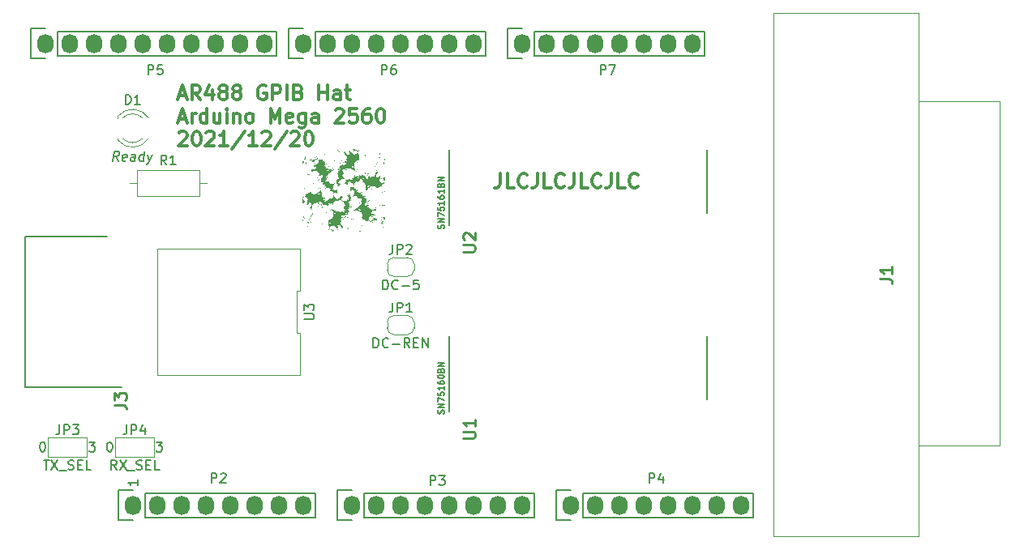
<source format=gbr>
%TF.GenerationSoftware,KiCad,Pcbnew,(5.99.0-13200-g7b4d5b2312)*%
%TF.CreationDate,2021-12-21T00:33:42+00:00*%
%TF.ProjectId,AR488-Bluetooth,41523438-382d-4426-9c75-65746f6f7468,rev?*%
%TF.SameCoordinates,Original*%
%TF.FileFunction,Legend,Top*%
%TF.FilePolarity,Positive*%
%FSLAX46Y46*%
G04 Gerber Fmt 4.6, Leading zero omitted, Abs format (unit mm)*
G04 Created by KiCad (PCBNEW (5.99.0-13200-g7b4d5b2312)) date 2021-12-21 00:33:42*
%MOMM*%
%LPD*%
G01*
G04 APERTURE LIST*
%ADD10C,0.150000*%
%ADD11C,0.158750*%
%ADD12C,0.300000*%
%ADD13C,0.254000*%
%ADD14C,0.120000*%
%ADD15C,0.200000*%
%ADD16C,0.100000*%
%ADD17O,1.727200X2.032000*%
G04 APERTURE END LIST*
D10*
X163731423Y-90204471D02*
X163761661Y-90113757D01*
X163761661Y-89962566D01*
X163731423Y-89902090D01*
X163701185Y-89871852D01*
X163640709Y-89841614D01*
X163580233Y-89841614D01*
X163519757Y-89871852D01*
X163489519Y-89902090D01*
X163459280Y-89962566D01*
X163429042Y-90083519D01*
X163398804Y-90143995D01*
X163368566Y-90174233D01*
X163308090Y-90204471D01*
X163247614Y-90204471D01*
X163187138Y-90174233D01*
X163156900Y-90143995D01*
X163126661Y-90083519D01*
X163126661Y-89932328D01*
X163156900Y-89841614D01*
X163761661Y-89569471D02*
X163126661Y-89569471D01*
X163761661Y-89206614D01*
X163126661Y-89206614D01*
X163126661Y-88964709D02*
X163126661Y-88541376D01*
X163761661Y-88813519D01*
X163126661Y-87997090D02*
X163126661Y-88299471D01*
X163429042Y-88329709D01*
X163398804Y-88299471D01*
X163368566Y-88238995D01*
X163368566Y-88087804D01*
X163398804Y-88027328D01*
X163429042Y-87997090D01*
X163489519Y-87966852D01*
X163640709Y-87966852D01*
X163701185Y-87997090D01*
X163731423Y-88027328D01*
X163761661Y-88087804D01*
X163761661Y-88238995D01*
X163731423Y-88299471D01*
X163701185Y-88329709D01*
X163761661Y-87362090D02*
X163761661Y-87724947D01*
X163761661Y-87543519D02*
X163126661Y-87543519D01*
X163217376Y-87603995D01*
X163277852Y-87664471D01*
X163308090Y-87724947D01*
X163126661Y-86817804D02*
X163126661Y-86938757D01*
X163156900Y-86999233D01*
X163187138Y-87029471D01*
X163277852Y-87089947D01*
X163398804Y-87120185D01*
X163640709Y-87120185D01*
X163701185Y-87089947D01*
X163731423Y-87059709D01*
X163761661Y-86999233D01*
X163761661Y-86878280D01*
X163731423Y-86817804D01*
X163701185Y-86787566D01*
X163640709Y-86757328D01*
X163489519Y-86757328D01*
X163429042Y-86787566D01*
X163398804Y-86817804D01*
X163368566Y-86878280D01*
X163368566Y-86999233D01*
X163398804Y-87059709D01*
X163429042Y-87089947D01*
X163489519Y-87120185D01*
X163761661Y-86152566D02*
X163761661Y-86515423D01*
X163761661Y-86333995D02*
X163126661Y-86333995D01*
X163217376Y-86394471D01*
X163277852Y-86454947D01*
X163308090Y-86515423D01*
X163429042Y-85668757D02*
X163459280Y-85578042D01*
X163489519Y-85547804D01*
X163549995Y-85517566D01*
X163640709Y-85517566D01*
X163701185Y-85547804D01*
X163731423Y-85578042D01*
X163761661Y-85638519D01*
X163761661Y-85880423D01*
X163126661Y-85880423D01*
X163126661Y-85668757D01*
X163156900Y-85608280D01*
X163187138Y-85578042D01*
X163247614Y-85547804D01*
X163308090Y-85547804D01*
X163368566Y-85578042D01*
X163398804Y-85608280D01*
X163429042Y-85668757D01*
X163429042Y-85880423D01*
X163761661Y-85245423D02*
X163126661Y-85245423D01*
X163761661Y-84882566D01*
X163126661Y-84882566D01*
D11*
X163731423Y-109559271D02*
X163761661Y-109468557D01*
X163761661Y-109317366D01*
X163731423Y-109256890D01*
X163701185Y-109226652D01*
X163640709Y-109196414D01*
X163580233Y-109196414D01*
X163519757Y-109226652D01*
X163489519Y-109256890D01*
X163459280Y-109317366D01*
X163429042Y-109438319D01*
X163398804Y-109498795D01*
X163368566Y-109529033D01*
X163308090Y-109559271D01*
X163247614Y-109559271D01*
X163187138Y-109529033D01*
X163156900Y-109498795D01*
X163126661Y-109438319D01*
X163126661Y-109287128D01*
X163156900Y-109196414D01*
X163761661Y-108924271D02*
X163126661Y-108924271D01*
X163761661Y-108561414D01*
X163126661Y-108561414D01*
X163126661Y-108319509D02*
X163126661Y-107896176D01*
X163761661Y-108168319D01*
X163126661Y-107351890D02*
X163126661Y-107654271D01*
X163429042Y-107684509D01*
X163398804Y-107654271D01*
X163368566Y-107593795D01*
X163368566Y-107442604D01*
X163398804Y-107382128D01*
X163429042Y-107351890D01*
X163489519Y-107321652D01*
X163640709Y-107321652D01*
X163701185Y-107351890D01*
X163731423Y-107382128D01*
X163761661Y-107442604D01*
X163761661Y-107593795D01*
X163731423Y-107654271D01*
X163701185Y-107684509D01*
X163761661Y-106716890D02*
X163761661Y-107079747D01*
X163761661Y-106898319D02*
X163126661Y-106898319D01*
X163217376Y-106958795D01*
X163277852Y-107019271D01*
X163308090Y-107079747D01*
X163126661Y-106172604D02*
X163126661Y-106293557D01*
X163156900Y-106354033D01*
X163187138Y-106384271D01*
X163277852Y-106444747D01*
X163398804Y-106474985D01*
X163640709Y-106474985D01*
X163701185Y-106444747D01*
X163731423Y-106414509D01*
X163761661Y-106354033D01*
X163761661Y-106233080D01*
X163731423Y-106172604D01*
X163701185Y-106142366D01*
X163640709Y-106112128D01*
X163489519Y-106112128D01*
X163429042Y-106142366D01*
X163398804Y-106172604D01*
X163368566Y-106233080D01*
X163368566Y-106354033D01*
X163398804Y-106414509D01*
X163429042Y-106444747D01*
X163489519Y-106474985D01*
X163126661Y-105719033D02*
X163126661Y-105658557D01*
X163156900Y-105598080D01*
X163187138Y-105567842D01*
X163247614Y-105537604D01*
X163368566Y-105507366D01*
X163519757Y-105507366D01*
X163640709Y-105537604D01*
X163701185Y-105567842D01*
X163731423Y-105598080D01*
X163761661Y-105658557D01*
X163761661Y-105719033D01*
X163731423Y-105779509D01*
X163701185Y-105809747D01*
X163640709Y-105839985D01*
X163519757Y-105870223D01*
X163368566Y-105870223D01*
X163247614Y-105839985D01*
X163187138Y-105809747D01*
X163156900Y-105779509D01*
X163126661Y-105719033D01*
X163429042Y-105023557D02*
X163459280Y-104932842D01*
X163489519Y-104902604D01*
X163549995Y-104872366D01*
X163640709Y-104872366D01*
X163701185Y-104902604D01*
X163731423Y-104932842D01*
X163761661Y-104993319D01*
X163761661Y-105235223D01*
X163126661Y-105235223D01*
X163126661Y-105023557D01*
X163156900Y-104963080D01*
X163187138Y-104932842D01*
X163247614Y-104902604D01*
X163308090Y-104902604D01*
X163368566Y-104932842D01*
X163398804Y-104963080D01*
X163429042Y-105023557D01*
X163429042Y-105235223D01*
X163761661Y-104600223D02*
X163126661Y-104600223D01*
X163761661Y-104237366D01*
X163126661Y-104237366D01*
D12*
X136065914Y-76321000D02*
X136780200Y-76321000D01*
X135923057Y-76749571D02*
X136423057Y-75249571D01*
X136923057Y-76749571D01*
X138280200Y-76749571D02*
X137780200Y-76035285D01*
X137423057Y-76749571D02*
X137423057Y-75249571D01*
X137994485Y-75249571D01*
X138137342Y-75321000D01*
X138208771Y-75392428D01*
X138280200Y-75535285D01*
X138280200Y-75749571D01*
X138208771Y-75892428D01*
X138137342Y-75963857D01*
X137994485Y-76035285D01*
X137423057Y-76035285D01*
X139565914Y-75749571D02*
X139565914Y-76749571D01*
X139208771Y-75178142D02*
X138851628Y-76249571D01*
X139780200Y-76249571D01*
X140565914Y-75892428D02*
X140423057Y-75821000D01*
X140351628Y-75749571D01*
X140280200Y-75606714D01*
X140280200Y-75535285D01*
X140351628Y-75392428D01*
X140423057Y-75321000D01*
X140565914Y-75249571D01*
X140851628Y-75249571D01*
X140994485Y-75321000D01*
X141065914Y-75392428D01*
X141137342Y-75535285D01*
X141137342Y-75606714D01*
X141065914Y-75749571D01*
X140994485Y-75821000D01*
X140851628Y-75892428D01*
X140565914Y-75892428D01*
X140423057Y-75963857D01*
X140351628Y-76035285D01*
X140280200Y-76178142D01*
X140280200Y-76463857D01*
X140351628Y-76606714D01*
X140423057Y-76678142D01*
X140565914Y-76749571D01*
X140851628Y-76749571D01*
X140994485Y-76678142D01*
X141065914Y-76606714D01*
X141137342Y-76463857D01*
X141137342Y-76178142D01*
X141065914Y-76035285D01*
X140994485Y-75963857D01*
X140851628Y-75892428D01*
X141994485Y-75892428D02*
X141851628Y-75821000D01*
X141780200Y-75749571D01*
X141708771Y-75606714D01*
X141708771Y-75535285D01*
X141780200Y-75392428D01*
X141851628Y-75321000D01*
X141994485Y-75249571D01*
X142280200Y-75249571D01*
X142423057Y-75321000D01*
X142494485Y-75392428D01*
X142565914Y-75535285D01*
X142565914Y-75606714D01*
X142494485Y-75749571D01*
X142423057Y-75821000D01*
X142280200Y-75892428D01*
X141994485Y-75892428D01*
X141851628Y-75963857D01*
X141780200Y-76035285D01*
X141708771Y-76178142D01*
X141708771Y-76463857D01*
X141780200Y-76606714D01*
X141851628Y-76678142D01*
X141994485Y-76749571D01*
X142280200Y-76749571D01*
X142423057Y-76678142D01*
X142494485Y-76606714D01*
X142565914Y-76463857D01*
X142565914Y-76178142D01*
X142494485Y-76035285D01*
X142423057Y-75963857D01*
X142280200Y-75892428D01*
X145137342Y-75321000D02*
X144994485Y-75249571D01*
X144780200Y-75249571D01*
X144565914Y-75321000D01*
X144423057Y-75463857D01*
X144351628Y-75606714D01*
X144280200Y-75892428D01*
X144280200Y-76106714D01*
X144351628Y-76392428D01*
X144423057Y-76535285D01*
X144565914Y-76678142D01*
X144780200Y-76749571D01*
X144923057Y-76749571D01*
X145137342Y-76678142D01*
X145208771Y-76606714D01*
X145208771Y-76106714D01*
X144923057Y-76106714D01*
X145851628Y-76749571D02*
X145851628Y-75249571D01*
X146423057Y-75249571D01*
X146565914Y-75321000D01*
X146637342Y-75392428D01*
X146708771Y-75535285D01*
X146708771Y-75749571D01*
X146637342Y-75892428D01*
X146565914Y-75963857D01*
X146423057Y-76035285D01*
X145851628Y-76035285D01*
X147351628Y-76749571D02*
X147351628Y-75249571D01*
X148565914Y-75963857D02*
X148780200Y-76035285D01*
X148851628Y-76106714D01*
X148923057Y-76249571D01*
X148923057Y-76463857D01*
X148851628Y-76606714D01*
X148780200Y-76678142D01*
X148637342Y-76749571D01*
X148065914Y-76749571D01*
X148065914Y-75249571D01*
X148565914Y-75249571D01*
X148708771Y-75321000D01*
X148780200Y-75392428D01*
X148851628Y-75535285D01*
X148851628Y-75678142D01*
X148780200Y-75821000D01*
X148708771Y-75892428D01*
X148565914Y-75963857D01*
X148065914Y-75963857D01*
X150708771Y-76749571D02*
X150708771Y-75249571D01*
X150708771Y-75963857D02*
X151565914Y-75963857D01*
X151565914Y-76749571D02*
X151565914Y-75249571D01*
X152923057Y-76749571D02*
X152923057Y-75963857D01*
X152851628Y-75821000D01*
X152708771Y-75749571D01*
X152423057Y-75749571D01*
X152280200Y-75821000D01*
X152923057Y-76678142D02*
X152780200Y-76749571D01*
X152423057Y-76749571D01*
X152280200Y-76678142D01*
X152208771Y-76535285D01*
X152208771Y-76392428D01*
X152280200Y-76249571D01*
X152423057Y-76178142D01*
X152780200Y-76178142D01*
X152923057Y-76106714D01*
X153423057Y-75749571D02*
X153994485Y-75749571D01*
X153637342Y-75249571D02*
X153637342Y-76535285D01*
X153708771Y-76678142D01*
X153851628Y-76749571D01*
X153994485Y-76749571D01*
X136065914Y-78736000D02*
X136780200Y-78736000D01*
X135923057Y-79164571D02*
X136423057Y-77664571D01*
X136923057Y-79164571D01*
X137423057Y-79164571D02*
X137423057Y-78164571D01*
X137423057Y-78450285D02*
X137494485Y-78307428D01*
X137565914Y-78236000D01*
X137708771Y-78164571D01*
X137851628Y-78164571D01*
X138994485Y-79164571D02*
X138994485Y-77664571D01*
X138994485Y-79093142D02*
X138851628Y-79164571D01*
X138565914Y-79164571D01*
X138423057Y-79093142D01*
X138351628Y-79021714D01*
X138280200Y-78878857D01*
X138280200Y-78450285D01*
X138351628Y-78307428D01*
X138423057Y-78236000D01*
X138565914Y-78164571D01*
X138851628Y-78164571D01*
X138994485Y-78236000D01*
X140351628Y-78164571D02*
X140351628Y-79164571D01*
X139708771Y-78164571D02*
X139708771Y-78950285D01*
X139780200Y-79093142D01*
X139923057Y-79164571D01*
X140137342Y-79164571D01*
X140280200Y-79093142D01*
X140351628Y-79021714D01*
X141065914Y-79164571D02*
X141065914Y-78164571D01*
X141065914Y-77664571D02*
X140994485Y-77736000D01*
X141065914Y-77807428D01*
X141137342Y-77736000D01*
X141065914Y-77664571D01*
X141065914Y-77807428D01*
X141780200Y-78164571D02*
X141780200Y-79164571D01*
X141780200Y-78307428D02*
X141851628Y-78236000D01*
X141994485Y-78164571D01*
X142208771Y-78164571D01*
X142351628Y-78236000D01*
X142423057Y-78378857D01*
X142423057Y-79164571D01*
X143351628Y-79164571D02*
X143208771Y-79093142D01*
X143137342Y-79021714D01*
X143065914Y-78878857D01*
X143065914Y-78450285D01*
X143137342Y-78307428D01*
X143208771Y-78236000D01*
X143351628Y-78164571D01*
X143565914Y-78164571D01*
X143708771Y-78236000D01*
X143780200Y-78307428D01*
X143851628Y-78450285D01*
X143851628Y-78878857D01*
X143780200Y-79021714D01*
X143708771Y-79093142D01*
X143565914Y-79164571D01*
X143351628Y-79164571D01*
X145637342Y-79164571D02*
X145637342Y-77664571D01*
X146137342Y-78736000D01*
X146637342Y-77664571D01*
X146637342Y-79164571D01*
X147923057Y-79093142D02*
X147780200Y-79164571D01*
X147494485Y-79164571D01*
X147351628Y-79093142D01*
X147280200Y-78950285D01*
X147280200Y-78378857D01*
X147351628Y-78236000D01*
X147494485Y-78164571D01*
X147780200Y-78164571D01*
X147923057Y-78236000D01*
X147994485Y-78378857D01*
X147994485Y-78521714D01*
X147280200Y-78664571D01*
X149280200Y-78164571D02*
X149280200Y-79378857D01*
X149208771Y-79521714D01*
X149137342Y-79593142D01*
X148994485Y-79664571D01*
X148780200Y-79664571D01*
X148637342Y-79593142D01*
X149280200Y-79093142D02*
X149137342Y-79164571D01*
X148851628Y-79164571D01*
X148708771Y-79093142D01*
X148637342Y-79021714D01*
X148565914Y-78878857D01*
X148565914Y-78450285D01*
X148637342Y-78307428D01*
X148708771Y-78236000D01*
X148851628Y-78164571D01*
X149137342Y-78164571D01*
X149280200Y-78236000D01*
X150637342Y-79164571D02*
X150637342Y-78378857D01*
X150565914Y-78236000D01*
X150423057Y-78164571D01*
X150137342Y-78164571D01*
X149994485Y-78236000D01*
X150637342Y-79093142D02*
X150494485Y-79164571D01*
X150137342Y-79164571D01*
X149994485Y-79093142D01*
X149923057Y-78950285D01*
X149923057Y-78807428D01*
X149994485Y-78664571D01*
X150137342Y-78593142D01*
X150494485Y-78593142D01*
X150637342Y-78521714D01*
X152423057Y-77807428D02*
X152494485Y-77736000D01*
X152637342Y-77664571D01*
X152994485Y-77664571D01*
X153137342Y-77736000D01*
X153208771Y-77807428D01*
X153280200Y-77950285D01*
X153280200Y-78093142D01*
X153208771Y-78307428D01*
X152351628Y-79164571D01*
X153280200Y-79164571D01*
X154637342Y-77664571D02*
X153923057Y-77664571D01*
X153851628Y-78378857D01*
X153923057Y-78307428D01*
X154065914Y-78236000D01*
X154423057Y-78236000D01*
X154565914Y-78307428D01*
X154637342Y-78378857D01*
X154708771Y-78521714D01*
X154708771Y-78878857D01*
X154637342Y-79021714D01*
X154565914Y-79093142D01*
X154423057Y-79164571D01*
X154065914Y-79164571D01*
X153923057Y-79093142D01*
X153851628Y-79021714D01*
X155994485Y-77664571D02*
X155708771Y-77664571D01*
X155565914Y-77736000D01*
X155494485Y-77807428D01*
X155351628Y-78021714D01*
X155280200Y-78307428D01*
X155280200Y-78878857D01*
X155351628Y-79021714D01*
X155423057Y-79093142D01*
X155565914Y-79164571D01*
X155851628Y-79164571D01*
X155994485Y-79093142D01*
X156065914Y-79021714D01*
X156137342Y-78878857D01*
X156137342Y-78521714D01*
X156065914Y-78378857D01*
X155994485Y-78307428D01*
X155851628Y-78236000D01*
X155565914Y-78236000D01*
X155423057Y-78307428D01*
X155351628Y-78378857D01*
X155280200Y-78521714D01*
X157065914Y-77664571D02*
X157208771Y-77664571D01*
X157351628Y-77736000D01*
X157423057Y-77807428D01*
X157494485Y-77950285D01*
X157565914Y-78236000D01*
X157565914Y-78593142D01*
X157494485Y-78878857D01*
X157423057Y-79021714D01*
X157351628Y-79093142D01*
X157208771Y-79164571D01*
X157065914Y-79164571D01*
X156923057Y-79093142D01*
X156851628Y-79021714D01*
X156780200Y-78878857D01*
X156708771Y-78593142D01*
X156708771Y-78236000D01*
X156780200Y-77950285D01*
X156851628Y-77807428D01*
X156923057Y-77736000D01*
X157065914Y-77664571D01*
X136065914Y-80222428D02*
X136137342Y-80151000D01*
X136280200Y-80079571D01*
X136637342Y-80079571D01*
X136780200Y-80151000D01*
X136851628Y-80222428D01*
X136923057Y-80365285D01*
X136923057Y-80508142D01*
X136851628Y-80722428D01*
X135994485Y-81579571D01*
X136923057Y-81579571D01*
X137851628Y-80079571D02*
X137994485Y-80079571D01*
X138137342Y-80151000D01*
X138208771Y-80222428D01*
X138280200Y-80365285D01*
X138351628Y-80651000D01*
X138351628Y-81008142D01*
X138280200Y-81293857D01*
X138208771Y-81436714D01*
X138137342Y-81508142D01*
X137994485Y-81579571D01*
X137851628Y-81579571D01*
X137708771Y-81508142D01*
X137637342Y-81436714D01*
X137565914Y-81293857D01*
X137494485Y-81008142D01*
X137494485Y-80651000D01*
X137565914Y-80365285D01*
X137637342Y-80222428D01*
X137708771Y-80151000D01*
X137851628Y-80079571D01*
X138923057Y-80222428D02*
X138994485Y-80151000D01*
X139137342Y-80079571D01*
X139494485Y-80079571D01*
X139637342Y-80151000D01*
X139708771Y-80222428D01*
X139780200Y-80365285D01*
X139780200Y-80508142D01*
X139708771Y-80722428D01*
X138851628Y-81579571D01*
X139780200Y-81579571D01*
X141208771Y-81579571D02*
X140351628Y-81579571D01*
X140780200Y-81579571D02*
X140780200Y-80079571D01*
X140637342Y-80293857D01*
X140494485Y-80436714D01*
X140351628Y-80508142D01*
X142923057Y-80008142D02*
X141637342Y-81936714D01*
X144208771Y-81579571D02*
X143351628Y-81579571D01*
X143780200Y-81579571D02*
X143780200Y-80079571D01*
X143637342Y-80293857D01*
X143494485Y-80436714D01*
X143351628Y-80508142D01*
X144780200Y-80222428D02*
X144851628Y-80151000D01*
X144994485Y-80079571D01*
X145351628Y-80079571D01*
X145494485Y-80151000D01*
X145565914Y-80222428D01*
X145637342Y-80365285D01*
X145637342Y-80508142D01*
X145565914Y-80722428D01*
X144708771Y-81579571D01*
X145637342Y-81579571D01*
X147351628Y-80008142D02*
X146065914Y-81936714D01*
X147780200Y-80222428D02*
X147851628Y-80151000D01*
X147994485Y-80079571D01*
X148351628Y-80079571D01*
X148494485Y-80151000D01*
X148565914Y-80222428D01*
X148637342Y-80365285D01*
X148637342Y-80508142D01*
X148565914Y-80722428D01*
X147708771Y-81579571D01*
X148637342Y-81579571D01*
X149565914Y-80079571D02*
X149708771Y-80079571D01*
X149851628Y-80151000D01*
X149923057Y-80222428D01*
X149994485Y-80365285D01*
X150065914Y-80651000D01*
X150065914Y-81008142D01*
X149994485Y-81293857D01*
X149923057Y-81436714D01*
X149851628Y-81508142D01*
X149708771Y-81579571D01*
X149565914Y-81579571D01*
X149423057Y-81508142D01*
X149351628Y-81436714D01*
X149280200Y-81293857D01*
X149208771Y-81008142D01*
X149208771Y-80651000D01*
X149280200Y-80365285D01*
X149351628Y-80222428D01*
X149423057Y-80151000D01*
X149565914Y-80079571D01*
X169652228Y-84471771D02*
X169652228Y-85543200D01*
X169580800Y-85757485D01*
X169437942Y-85900342D01*
X169223657Y-85971771D01*
X169080800Y-85971771D01*
X171080800Y-85971771D02*
X170366514Y-85971771D01*
X170366514Y-84471771D01*
X172437942Y-85828914D02*
X172366514Y-85900342D01*
X172152228Y-85971771D01*
X172009371Y-85971771D01*
X171795085Y-85900342D01*
X171652228Y-85757485D01*
X171580800Y-85614628D01*
X171509371Y-85328914D01*
X171509371Y-85114628D01*
X171580800Y-84828914D01*
X171652228Y-84686057D01*
X171795085Y-84543200D01*
X172009371Y-84471771D01*
X172152228Y-84471771D01*
X172366514Y-84543200D01*
X172437942Y-84614628D01*
X173509371Y-84471771D02*
X173509371Y-85543200D01*
X173437942Y-85757485D01*
X173295085Y-85900342D01*
X173080800Y-85971771D01*
X172937942Y-85971771D01*
X174937942Y-85971771D02*
X174223657Y-85971771D01*
X174223657Y-84471771D01*
X176295085Y-85828914D02*
X176223657Y-85900342D01*
X176009371Y-85971771D01*
X175866514Y-85971771D01*
X175652228Y-85900342D01*
X175509371Y-85757485D01*
X175437942Y-85614628D01*
X175366514Y-85328914D01*
X175366514Y-85114628D01*
X175437942Y-84828914D01*
X175509371Y-84686057D01*
X175652228Y-84543200D01*
X175866514Y-84471771D01*
X176009371Y-84471771D01*
X176223657Y-84543200D01*
X176295085Y-84614628D01*
X177366514Y-84471771D02*
X177366514Y-85543200D01*
X177295085Y-85757485D01*
X177152228Y-85900342D01*
X176937942Y-85971771D01*
X176795085Y-85971771D01*
X178795085Y-85971771D02*
X178080800Y-85971771D01*
X178080800Y-84471771D01*
X180152228Y-85828914D02*
X180080800Y-85900342D01*
X179866514Y-85971771D01*
X179723657Y-85971771D01*
X179509371Y-85900342D01*
X179366514Y-85757485D01*
X179295085Y-85614628D01*
X179223657Y-85328914D01*
X179223657Y-85114628D01*
X179295085Y-84828914D01*
X179366514Y-84686057D01*
X179509371Y-84543200D01*
X179723657Y-84471771D01*
X179866514Y-84471771D01*
X180080800Y-84543200D01*
X180152228Y-84614628D01*
X181223657Y-84471771D02*
X181223657Y-85543200D01*
X181152228Y-85757485D01*
X181009371Y-85900342D01*
X180795085Y-85971771D01*
X180652228Y-85971771D01*
X182652228Y-85971771D02*
X181937942Y-85971771D01*
X181937942Y-84471771D01*
X184009371Y-85828914D02*
X183937942Y-85900342D01*
X183723657Y-85971771D01*
X183580800Y-85971771D01*
X183366514Y-85900342D01*
X183223657Y-85757485D01*
X183152228Y-85614628D01*
X183080800Y-85328914D01*
X183080800Y-85114628D01*
X183152228Y-84828914D01*
X183223657Y-84686057D01*
X183366514Y-84543200D01*
X183580800Y-84471771D01*
X183723657Y-84471771D01*
X183937942Y-84543200D01*
X184009371Y-84614628D01*
D10*
X131770380Y-116478085D02*
X131770380Y-117049514D01*
X131770380Y-116763800D02*
X130770380Y-116763800D01*
X130913238Y-116859038D01*
X131008476Y-116954276D01*
X131056095Y-117049514D01*
%TO.C,U3*%
X149177180Y-99694904D02*
X149986704Y-99694904D01*
X150081942Y-99647285D01*
X150129561Y-99599666D01*
X150177180Y-99504428D01*
X150177180Y-99313952D01*
X150129561Y-99218714D01*
X150081942Y-99171095D01*
X149986704Y-99123476D01*
X149177180Y-99123476D01*
X149177180Y-98742523D02*
X149177180Y-98123476D01*
X149558133Y-98456809D01*
X149558133Y-98313952D01*
X149605752Y-98218714D01*
X149653371Y-98171095D01*
X149748609Y-98123476D01*
X149986704Y-98123476D01*
X150081942Y-98171095D01*
X150129561Y-98218714D01*
X150177180Y-98313952D01*
X150177180Y-98599666D01*
X150129561Y-98694904D01*
X150081942Y-98742523D01*
D13*
%TO.C,U2*%
X165750723Y-92636219D02*
X166778819Y-92636219D01*
X166899771Y-92575742D01*
X166960247Y-92515266D01*
X167020723Y-92394314D01*
X167020723Y-92152409D01*
X166960247Y-92031457D01*
X166899771Y-91970980D01*
X166778819Y-91910504D01*
X165750723Y-91910504D01*
X165871676Y-91366219D02*
X165811200Y-91305742D01*
X165750723Y-91184790D01*
X165750723Y-90882409D01*
X165811200Y-90761457D01*
X165871676Y-90700980D01*
X165992628Y-90640504D01*
X166113580Y-90640504D01*
X166295009Y-90700980D01*
X167020723Y-91426695D01*
X167020723Y-90640504D01*
D10*
%TO.C,P2*%
X139469904Y-116784380D02*
X139469904Y-115784380D01*
X139850857Y-115784380D01*
X139946095Y-115832000D01*
X139993714Y-115879619D01*
X140041333Y-115974857D01*
X140041333Y-116117714D01*
X139993714Y-116212952D01*
X139946095Y-116260571D01*
X139850857Y-116308190D01*
X139469904Y-116308190D01*
X140422285Y-115879619D02*
X140469904Y-115832000D01*
X140565142Y-115784380D01*
X140803238Y-115784380D01*
X140898476Y-115832000D01*
X140946095Y-115879619D01*
X140993714Y-115974857D01*
X140993714Y-116070095D01*
X140946095Y-116212952D01*
X140374666Y-116784380D01*
X140993714Y-116784380D01*
%TO.C,P3*%
X162329904Y-117038380D02*
X162329904Y-116038380D01*
X162710857Y-116038380D01*
X162806095Y-116086000D01*
X162853714Y-116133619D01*
X162901333Y-116228857D01*
X162901333Y-116371714D01*
X162853714Y-116466952D01*
X162806095Y-116514571D01*
X162710857Y-116562190D01*
X162329904Y-116562190D01*
X163234666Y-116038380D02*
X163853714Y-116038380D01*
X163520380Y-116419333D01*
X163663238Y-116419333D01*
X163758476Y-116466952D01*
X163806095Y-116514571D01*
X163853714Y-116609809D01*
X163853714Y-116847904D01*
X163806095Y-116943142D01*
X163758476Y-116990761D01*
X163663238Y-117038380D01*
X163377523Y-117038380D01*
X163282285Y-116990761D01*
X163234666Y-116943142D01*
%TO.C,P4*%
X185189904Y-116784380D02*
X185189904Y-115784380D01*
X185570857Y-115784380D01*
X185666095Y-115832000D01*
X185713714Y-115879619D01*
X185761333Y-115974857D01*
X185761333Y-116117714D01*
X185713714Y-116212952D01*
X185666095Y-116260571D01*
X185570857Y-116308190D01*
X185189904Y-116308190D01*
X186618476Y-116117714D02*
X186618476Y-116784380D01*
X186380380Y-115736761D02*
X186142285Y-116451047D01*
X186761333Y-116451047D01*
%TO.C,P5*%
X132865904Y-74112380D02*
X132865904Y-73112380D01*
X133246857Y-73112380D01*
X133342095Y-73160000D01*
X133389714Y-73207619D01*
X133437333Y-73302857D01*
X133437333Y-73445714D01*
X133389714Y-73540952D01*
X133342095Y-73588571D01*
X133246857Y-73636190D01*
X132865904Y-73636190D01*
X134342095Y-73112380D02*
X133865904Y-73112380D01*
X133818285Y-73588571D01*
X133865904Y-73540952D01*
X133961142Y-73493333D01*
X134199238Y-73493333D01*
X134294476Y-73540952D01*
X134342095Y-73588571D01*
X134389714Y-73683809D01*
X134389714Y-73921904D01*
X134342095Y-74017142D01*
X134294476Y-74064761D01*
X134199238Y-74112380D01*
X133961142Y-74112380D01*
X133865904Y-74064761D01*
X133818285Y-74017142D01*
%TO.C,P6*%
X157249904Y-74112380D02*
X157249904Y-73112380D01*
X157630857Y-73112380D01*
X157726095Y-73160000D01*
X157773714Y-73207619D01*
X157821333Y-73302857D01*
X157821333Y-73445714D01*
X157773714Y-73540952D01*
X157726095Y-73588571D01*
X157630857Y-73636190D01*
X157249904Y-73636190D01*
X158678476Y-73112380D02*
X158488000Y-73112380D01*
X158392761Y-73160000D01*
X158345142Y-73207619D01*
X158249904Y-73350476D01*
X158202285Y-73540952D01*
X158202285Y-73921904D01*
X158249904Y-74017142D01*
X158297523Y-74064761D01*
X158392761Y-74112380D01*
X158583238Y-74112380D01*
X158678476Y-74064761D01*
X158726095Y-74017142D01*
X158773714Y-73921904D01*
X158773714Y-73683809D01*
X158726095Y-73588571D01*
X158678476Y-73540952D01*
X158583238Y-73493333D01*
X158392761Y-73493333D01*
X158297523Y-73540952D01*
X158249904Y-73588571D01*
X158202285Y-73683809D01*
%TO.C,P7*%
X180109904Y-74112380D02*
X180109904Y-73112380D01*
X180490857Y-73112380D01*
X180586095Y-73160000D01*
X180633714Y-73207619D01*
X180681333Y-73302857D01*
X180681333Y-73445714D01*
X180633714Y-73540952D01*
X180586095Y-73588571D01*
X180490857Y-73636190D01*
X180109904Y-73636190D01*
X181014666Y-73112380D02*
X181681333Y-73112380D01*
X181252761Y-74112380D01*
D13*
%TO.C,U1*%
X165750723Y-112143419D02*
X166778819Y-112143419D01*
X166899771Y-112082942D01*
X166960247Y-112022466D01*
X167020723Y-111901514D01*
X167020723Y-111659609D01*
X166960247Y-111538657D01*
X166899771Y-111478180D01*
X166778819Y-111417704D01*
X165750723Y-111417704D01*
X167020723Y-110147704D02*
X167020723Y-110873419D01*
X167020723Y-110510561D02*
X165750723Y-110510561D01*
X165932152Y-110631514D01*
X166053104Y-110752466D01*
X166113580Y-110873419D01*
D10*
%TO.C,JP2*%
X158399266Y-91886380D02*
X158399266Y-92600666D01*
X158351647Y-92743523D01*
X158256409Y-92838761D01*
X158113552Y-92886380D01*
X158018314Y-92886380D01*
X158875457Y-92886380D02*
X158875457Y-91886380D01*
X159256409Y-91886380D01*
X159351647Y-91934000D01*
X159399266Y-91981619D01*
X159446885Y-92076857D01*
X159446885Y-92219714D01*
X159399266Y-92314952D01*
X159351647Y-92362571D01*
X159256409Y-92410190D01*
X158875457Y-92410190D01*
X159827838Y-91981619D02*
X159875457Y-91934000D01*
X159970695Y-91886380D01*
X160208790Y-91886380D01*
X160304028Y-91934000D01*
X160351647Y-91981619D01*
X160399266Y-92076857D01*
X160399266Y-92172095D01*
X160351647Y-92314952D01*
X159780219Y-92886380D01*
X160399266Y-92886380D01*
X157375457Y-96586380D02*
X157375457Y-95586380D01*
X157613552Y-95586380D01*
X157756409Y-95634000D01*
X157851647Y-95729238D01*
X157899266Y-95824476D01*
X157946885Y-96014952D01*
X157946885Y-96157809D01*
X157899266Y-96348285D01*
X157851647Y-96443523D01*
X157756409Y-96538761D01*
X157613552Y-96586380D01*
X157375457Y-96586380D01*
X158946885Y-96491142D02*
X158899266Y-96538761D01*
X158756409Y-96586380D01*
X158661171Y-96586380D01*
X158518314Y-96538761D01*
X158423076Y-96443523D01*
X158375457Y-96348285D01*
X158327838Y-96157809D01*
X158327838Y-96014952D01*
X158375457Y-95824476D01*
X158423076Y-95729238D01*
X158518314Y-95634000D01*
X158661171Y-95586380D01*
X158756409Y-95586380D01*
X158899266Y-95634000D01*
X158946885Y-95681619D01*
X159375457Y-96205428D02*
X160137361Y-96205428D01*
X161089742Y-95586380D02*
X160613552Y-95586380D01*
X160565933Y-96062571D01*
X160613552Y-96014952D01*
X160708790Y-95967333D01*
X160946885Y-95967333D01*
X161042123Y-96014952D01*
X161089742Y-96062571D01*
X161137361Y-96157809D01*
X161137361Y-96395904D01*
X161089742Y-96491142D01*
X161042123Y-96538761D01*
X160946885Y-96586380D01*
X160708790Y-96586380D01*
X160613552Y-96538761D01*
X160565933Y-96491142D01*
%TO.C,JP1*%
X158399266Y-97956980D02*
X158399266Y-98671266D01*
X158351647Y-98814123D01*
X158256409Y-98909361D01*
X158113552Y-98956980D01*
X158018314Y-98956980D01*
X158875457Y-98956980D02*
X158875457Y-97956980D01*
X159256409Y-97956980D01*
X159351647Y-98004600D01*
X159399266Y-98052219D01*
X159446885Y-98147457D01*
X159446885Y-98290314D01*
X159399266Y-98385552D01*
X159351647Y-98433171D01*
X159256409Y-98480790D01*
X158875457Y-98480790D01*
X160399266Y-98956980D02*
X159827838Y-98956980D01*
X160113552Y-98956980D02*
X160113552Y-97956980D01*
X160018314Y-98099838D01*
X159923076Y-98195076D01*
X159827838Y-98242695D01*
X156375457Y-102656980D02*
X156375457Y-101656980D01*
X156613552Y-101656980D01*
X156756409Y-101704600D01*
X156851647Y-101799838D01*
X156899266Y-101895076D01*
X156946885Y-102085552D01*
X156946885Y-102228409D01*
X156899266Y-102418885D01*
X156851647Y-102514123D01*
X156756409Y-102609361D01*
X156613552Y-102656980D01*
X156375457Y-102656980D01*
X157946885Y-102561742D02*
X157899266Y-102609361D01*
X157756409Y-102656980D01*
X157661171Y-102656980D01*
X157518314Y-102609361D01*
X157423076Y-102514123D01*
X157375457Y-102418885D01*
X157327838Y-102228409D01*
X157327838Y-102085552D01*
X157375457Y-101895076D01*
X157423076Y-101799838D01*
X157518314Y-101704600D01*
X157661171Y-101656980D01*
X157756409Y-101656980D01*
X157899266Y-101704600D01*
X157946885Y-101752219D01*
X158375457Y-102276028D02*
X159137361Y-102276028D01*
X160184980Y-102656980D02*
X159851647Y-102180790D01*
X159613552Y-102656980D02*
X159613552Y-101656980D01*
X159994504Y-101656980D01*
X160089742Y-101704600D01*
X160137361Y-101752219D01*
X160184980Y-101847457D01*
X160184980Y-101990314D01*
X160137361Y-102085552D01*
X160089742Y-102133171D01*
X159994504Y-102180790D01*
X159613552Y-102180790D01*
X160613552Y-102133171D02*
X160946885Y-102133171D01*
X161089742Y-102656980D02*
X160613552Y-102656980D01*
X160613552Y-101656980D01*
X161089742Y-101656980D01*
X161518314Y-102656980D02*
X161518314Y-101656980D01*
X162089742Y-102656980D01*
X162089742Y-101656980D01*
%TO.C,R1*%
X134783533Y-83553380D02*
X134450200Y-83077190D01*
X134212104Y-83553380D02*
X134212104Y-82553380D01*
X134593057Y-82553380D01*
X134688295Y-82601000D01*
X134735914Y-82648619D01*
X134783533Y-82743857D01*
X134783533Y-82886714D01*
X134735914Y-82981952D01*
X134688295Y-83029571D01*
X134593057Y-83077190D01*
X134212104Y-83077190D01*
X135735914Y-83553380D02*
X135164485Y-83553380D01*
X135450200Y-83553380D02*
X135450200Y-82553380D01*
X135354961Y-82696238D01*
X135259723Y-82791476D01*
X135164485Y-82839095D01*
D13*
%TO.C,J1*%
X209286323Y-95470133D02*
X210193466Y-95470133D01*
X210374895Y-95530609D01*
X210495847Y-95651561D01*
X210556323Y-95832990D01*
X210556323Y-95953942D01*
X210556323Y-94200133D02*
X210556323Y-94925847D01*
X210556323Y-94562990D02*
X209286323Y-94562990D01*
X209467752Y-94683942D01*
X209588704Y-94804895D01*
X209649180Y-94925847D01*
%TO.C,J3*%
X129293423Y-108626333D02*
X130200566Y-108626333D01*
X130381995Y-108686809D01*
X130502947Y-108807761D01*
X130563423Y-108989190D01*
X130563423Y-109110142D01*
X129293423Y-108142523D02*
X129293423Y-107356333D01*
X129777233Y-107779666D01*
X129777233Y-107598238D01*
X129837709Y-107477285D01*
X129898185Y-107416809D01*
X130019138Y-107356333D01*
X130321519Y-107356333D01*
X130442471Y-107416809D01*
X130502947Y-107477285D01*
X130563423Y-107598238D01*
X130563423Y-107961095D01*
X130502947Y-108082047D01*
X130442471Y-108142523D01*
D10*
%TO.C,D1*%
X130502104Y-77222980D02*
X130502104Y-76222980D01*
X130740200Y-76222980D01*
X130883057Y-76270600D01*
X130978295Y-76365838D01*
X131025914Y-76461076D01*
X131073533Y-76651552D01*
X131073533Y-76794409D01*
X131025914Y-76984885D01*
X130978295Y-77080123D01*
X130883057Y-77175361D01*
X130740200Y-77222980D01*
X130502104Y-77222980D01*
X132025914Y-77222980D02*
X131454485Y-77222980D01*
X131740200Y-77222980D02*
X131740200Y-76222980D01*
X131644961Y-76365838D01*
X131549723Y-76461076D01*
X131454485Y-76508695D01*
X129740765Y-83142969D02*
X129466955Y-82666779D01*
X129169336Y-83142969D02*
X129294336Y-82142969D01*
X129675289Y-82142969D01*
X129764575Y-82190589D01*
X129806241Y-82238208D01*
X129841955Y-82333446D01*
X129824098Y-82476303D01*
X129764575Y-82571541D01*
X129711003Y-82619160D01*
X129609813Y-82666779D01*
X129228860Y-82666779D01*
X130556241Y-83095350D02*
X130455051Y-83142969D01*
X130264575Y-83142969D01*
X130175289Y-83095350D01*
X130139575Y-83000112D01*
X130187194Y-82619160D01*
X130246717Y-82523922D01*
X130347908Y-82476303D01*
X130538384Y-82476303D01*
X130627670Y-82523922D01*
X130663384Y-82619160D01*
X130651479Y-82714398D01*
X130163384Y-82809636D01*
X131455051Y-83142969D02*
X131520527Y-82619160D01*
X131484813Y-82523922D01*
X131395527Y-82476303D01*
X131205051Y-82476303D01*
X131103860Y-82523922D01*
X131461003Y-83095350D02*
X131359813Y-83142969D01*
X131121717Y-83142969D01*
X131032432Y-83095350D01*
X130996717Y-83000112D01*
X131008622Y-82904874D01*
X131068146Y-82809636D01*
X131169336Y-82762017D01*
X131407432Y-82762017D01*
X131508622Y-82714398D01*
X132359813Y-83142969D02*
X132484813Y-82142969D01*
X132365765Y-83095350D02*
X132264575Y-83142969D01*
X132074098Y-83142969D01*
X131984813Y-83095350D01*
X131943146Y-83047731D01*
X131907432Y-82952493D01*
X131943146Y-82666779D01*
X132002670Y-82571541D01*
X132056241Y-82523922D01*
X132157432Y-82476303D01*
X132347908Y-82476303D01*
X132437194Y-82523922D01*
X132824098Y-82476303D02*
X132978860Y-83142969D01*
X133300289Y-82476303D02*
X132978860Y-83142969D01*
X132853860Y-83381065D01*
X132800289Y-83428684D01*
X132699098Y-83476303D01*
%TO.C,JP3*%
X123601260Y-110733180D02*
X123601260Y-111447466D01*
X123553641Y-111590323D01*
X123458403Y-111685561D01*
X123315546Y-111733180D01*
X123220308Y-111733180D01*
X124077451Y-111733180D02*
X124077451Y-110733180D01*
X124458403Y-110733180D01*
X124553641Y-110780800D01*
X124601260Y-110828419D01*
X124648879Y-110923657D01*
X124648879Y-111066514D01*
X124601260Y-111161752D01*
X124553641Y-111209371D01*
X124458403Y-111256990D01*
X124077451Y-111256990D01*
X124982213Y-110733180D02*
X125601260Y-110733180D01*
X125267927Y-111114133D01*
X125410784Y-111114133D01*
X125506022Y-111161752D01*
X125553641Y-111209371D01*
X125601260Y-111304609D01*
X125601260Y-111542704D01*
X125553641Y-111637942D01*
X125506022Y-111685561D01*
X125410784Y-111733180D01*
X125125070Y-111733180D01*
X125029832Y-111685561D01*
X124982213Y-111637942D01*
X121958403Y-114433176D02*
X122529832Y-114433176D01*
X122244117Y-115433176D02*
X122244117Y-114433176D01*
X122767927Y-114433176D02*
X123434594Y-115433176D01*
X123434594Y-114433176D02*
X122767927Y-115433176D01*
X123577451Y-115528415D02*
X124339355Y-115528415D01*
X124529832Y-115385557D02*
X124672689Y-115433176D01*
X124910784Y-115433176D01*
X125006022Y-115385557D01*
X125053641Y-115337938D01*
X125101260Y-115242700D01*
X125101260Y-115147462D01*
X125053641Y-115052224D01*
X125006022Y-115004605D01*
X124910784Y-114956986D01*
X124720308Y-114909367D01*
X124625070Y-114861748D01*
X124577451Y-114814129D01*
X124529832Y-114718891D01*
X124529832Y-114623653D01*
X124577451Y-114528415D01*
X124625070Y-114480796D01*
X124720308Y-114433176D01*
X124958403Y-114433176D01*
X125101260Y-114480796D01*
X125529832Y-114909367D02*
X125863165Y-114909367D01*
X126006022Y-115433176D02*
X125529832Y-115433176D01*
X125529832Y-114433176D01*
X126006022Y-114433176D01*
X126910784Y-115433176D02*
X126434594Y-115433176D01*
X126434594Y-114433176D01*
X121786979Y-112533180D02*
X121882218Y-112533180D01*
X121977456Y-112580800D01*
X122025075Y-112628419D01*
X122072694Y-112723657D01*
X122120313Y-112914133D01*
X122120313Y-113152228D01*
X122072694Y-113342704D01*
X122025075Y-113437942D01*
X121977456Y-113485561D01*
X121882218Y-113533180D01*
X121786979Y-113533180D01*
X121691741Y-113485561D01*
X121644122Y-113437942D01*
X121596503Y-113342704D01*
X121548884Y-113152228D01*
X121548884Y-112914133D01*
X121596503Y-112723657D01*
X121644122Y-112628419D01*
X121691741Y-112580800D01*
X121786979Y-112533180D01*
X126701260Y-112533180D02*
X127320308Y-112533180D01*
X126986974Y-112914133D01*
X127129832Y-112914133D01*
X127225070Y-112961752D01*
X127272689Y-113009371D01*
X127320308Y-113104609D01*
X127320308Y-113342704D01*
X127272689Y-113437942D01*
X127225070Y-113485561D01*
X127129832Y-113533180D01*
X126844117Y-113533180D01*
X126748879Y-113485561D01*
X126701260Y-113437942D01*
%TO.C,JP4*%
X130611660Y-110733180D02*
X130611660Y-111447466D01*
X130564041Y-111590323D01*
X130468803Y-111685561D01*
X130325946Y-111733180D01*
X130230708Y-111733180D01*
X131087851Y-111733180D02*
X131087851Y-110733180D01*
X131468803Y-110733180D01*
X131564041Y-110780800D01*
X131611660Y-110828419D01*
X131659279Y-110923657D01*
X131659279Y-111066514D01*
X131611660Y-111161752D01*
X131564041Y-111209371D01*
X131468803Y-111256990D01*
X131087851Y-111256990D01*
X132516422Y-111066514D02*
X132516422Y-111733180D01*
X132278327Y-110685561D02*
X132040232Y-111399847D01*
X132659279Y-111399847D01*
X129564041Y-115433176D02*
X129230708Y-114956986D01*
X128992613Y-115433176D02*
X128992613Y-114433176D01*
X129373565Y-114433176D01*
X129468803Y-114480796D01*
X129516422Y-114528415D01*
X129564041Y-114623653D01*
X129564041Y-114766510D01*
X129516422Y-114861748D01*
X129468803Y-114909367D01*
X129373565Y-114956986D01*
X128992613Y-114956986D01*
X129897374Y-114433176D02*
X130564041Y-115433176D01*
X130564041Y-114433176D02*
X129897374Y-115433176D01*
X130706898Y-115528415D02*
X131468803Y-115528415D01*
X131659279Y-115385557D02*
X131802136Y-115433176D01*
X132040232Y-115433176D01*
X132135470Y-115385557D01*
X132183089Y-115337938D01*
X132230708Y-115242700D01*
X132230708Y-115147462D01*
X132183089Y-115052224D01*
X132135470Y-115004605D01*
X132040232Y-114956986D01*
X131849755Y-114909367D01*
X131754517Y-114861748D01*
X131706898Y-114814129D01*
X131659279Y-114718891D01*
X131659279Y-114623653D01*
X131706898Y-114528415D01*
X131754517Y-114480796D01*
X131849755Y-114433176D01*
X132087851Y-114433176D01*
X132230708Y-114480796D01*
X132659279Y-114909367D02*
X132992613Y-114909367D01*
X133135470Y-115433176D02*
X132659279Y-115433176D01*
X132659279Y-114433176D01*
X133135470Y-114433176D01*
X134040232Y-115433176D02*
X133564041Y-115433176D01*
X133564041Y-114433176D01*
X133711660Y-112533180D02*
X134330708Y-112533180D01*
X133997374Y-112914133D01*
X134140232Y-112914133D01*
X134235470Y-112961752D01*
X134283089Y-113009371D01*
X134330708Y-113104609D01*
X134330708Y-113342704D01*
X134283089Y-113437942D01*
X134235470Y-113485561D01*
X134140232Y-113533180D01*
X133854517Y-113533180D01*
X133759279Y-113485561D01*
X133711660Y-113437942D01*
X128797368Y-112533192D02*
X128892607Y-112533192D01*
X128987845Y-112580812D01*
X129035464Y-112628431D01*
X129083083Y-112723669D01*
X129130702Y-112914145D01*
X129130702Y-113152240D01*
X129083083Y-113342716D01*
X129035464Y-113437954D01*
X128987845Y-113485573D01*
X128892607Y-113533192D01*
X128797368Y-113533192D01*
X128702130Y-113485573D01*
X128654511Y-113437954D01*
X128606892Y-113342716D01*
X128559273Y-113152240D01*
X128559273Y-112914145D01*
X128606892Y-112723669D01*
X128654511Y-112628431D01*
X128702130Y-112580812D01*
X128797368Y-112533192D01*
D14*
%TO.C,U3*%
X133824800Y-105513000D02*
X148724800Y-105513000D01*
X148724800Y-101126333D02*
X148364800Y-101126333D01*
X133824800Y-92353000D02*
X133824800Y-105513000D01*
X148724800Y-92353000D02*
X133824800Y-92353000D01*
X148364800Y-96739667D02*
X148724800Y-96739667D01*
X148724800Y-105513000D02*
X148724800Y-101126333D01*
X148364800Y-101126333D02*
X148364800Y-96739667D01*
X148724800Y-96739667D02*
X148724800Y-92353000D01*
%TO.C,G\u002A\u002A\u002A*%
G36*
X157562097Y-88981343D02*
G01*
X157568086Y-89017022D01*
X157571553Y-89043044D01*
X157579017Y-89030362D01*
X157587130Y-89000823D01*
X157593542Y-88994968D01*
X157598918Y-89029154D01*
X157603023Y-89100232D01*
X157605619Y-89205055D01*
X157606173Y-89254607D01*
X157606380Y-89366344D01*
X157605240Y-89460956D01*
X157602949Y-89530913D01*
X157599701Y-89568689D01*
X157597929Y-89573187D01*
X157593275Y-89553158D01*
X157589628Y-89499345D01*
X157587486Y-89421158D01*
X157587130Y-89369274D01*
X157585168Y-89279661D01*
X157579903Y-89207329D01*
X157572262Y-89162453D01*
X157567414Y-89153177D01*
X157542858Y-89160326D01*
X157508477Y-89193811D01*
X157503302Y-89200499D01*
X157458906Y-89260007D01*
X157458222Y-89203958D01*
X157441950Y-89146517D01*
X157414341Y-89108816D01*
X157377755Y-89068655D01*
X157379467Y-89046406D01*
X157420168Y-89038724D01*
X157428855Y-89038620D01*
X157481754Y-89026267D01*
X157512231Y-89003523D01*
X157543623Y-88971859D01*
X157562097Y-88981343D01*
G37*
G36*
X155503284Y-84286530D02*
G01*
X155529304Y-84319262D01*
X155553259Y-84372063D01*
X155568263Y-84431063D01*
X155583721Y-84498159D01*
X155609096Y-84579164D01*
X155622298Y-84614736D01*
X155648785Y-84688537D01*
X155655530Y-84725619D01*
X155642507Y-84725335D01*
X155625631Y-84707487D01*
X155606136Y-84672688D01*
X155580173Y-84611678D01*
X155551378Y-84535129D01*
X155523388Y-84453714D01*
X155499837Y-84378108D01*
X155484360Y-84318984D01*
X155480595Y-84287014D01*
X155481638Y-84284744D01*
X155503284Y-84286530D01*
G37*
G36*
X151753737Y-83673586D02*
G01*
X151737279Y-83713523D01*
X151733138Y-83721375D01*
X151701960Y-83757850D01*
X151671796Y-83758155D01*
X151661803Y-83746954D01*
X151669979Y-83724215D01*
X151703438Y-83692165D01*
X151703726Y-83691949D01*
X151743022Y-83666864D01*
X151753737Y-83673586D01*
G37*
G36*
X150057830Y-88559456D02*
G01*
X150060698Y-88562345D01*
X150062452Y-88588330D01*
X150054114Y-88640213D01*
X150039333Y-88702941D01*
X150021760Y-88761460D01*
X150005044Y-88800715D01*
X150001773Y-88805355D01*
X149987636Y-88805554D01*
X149983643Y-88783757D01*
X149980345Y-88759090D01*
X149967863Y-88769281D01*
X149951949Y-88795636D01*
X149931386Y-88836681D01*
X149898903Y-88907361D01*
X149859125Y-88997409D01*
X149820618Y-89087217D01*
X149766520Y-89212213D01*
X149726376Y-89297908D01*
X149699462Y-89345631D01*
X149685058Y-89356711D01*
X149682028Y-89342493D01*
X149691446Y-89297808D01*
X149717337Y-89223226D01*
X149756150Y-89127129D01*
X149804339Y-89017900D01*
X149858353Y-88903919D01*
X149913547Y-88795636D01*
X149967347Y-88694407D01*
X150004428Y-88625563D01*
X150028404Y-88583374D01*
X150042887Y-88562113D01*
X150051491Y-88556050D01*
X150057830Y-88559456D01*
G37*
G36*
X150258874Y-88653336D02*
G01*
X150275990Y-88666044D01*
X150274414Y-88683852D01*
X150246877Y-88685264D01*
X150207385Y-88670283D01*
X150200395Y-88666044D01*
X150183124Y-88650182D01*
X150204464Y-88644991D01*
X150215319Y-88644776D01*
X150258874Y-88653336D01*
G37*
G36*
X149240615Y-82536990D02*
G01*
X149249958Y-82563002D01*
X149263553Y-82620501D01*
X149279312Y-82698247D01*
X149295150Y-82784996D01*
X149308979Y-82869507D01*
X149318713Y-82940537D01*
X149321892Y-82974802D01*
X149330983Y-83025859D01*
X149346623Y-83054623D01*
X149357410Y-83076340D01*
X149340335Y-83089375D01*
X149316288Y-83083684D01*
X149301056Y-83054532D01*
X149293196Y-83001061D01*
X149292921Y-82989727D01*
X149287840Y-82912860D01*
X149273064Y-82877851D01*
X149248076Y-82884635D01*
X149212359Y-82933148D01*
X149188344Y-82976839D01*
X149155471Y-83037143D01*
X149131542Y-83074542D01*
X149121543Y-83081288D01*
X149121502Y-83080777D01*
X149128174Y-83041319D01*
X149146802Y-82979802D01*
X149172155Y-82910027D01*
X149199005Y-82845797D01*
X149222122Y-82800912D01*
X149232058Y-82788988D01*
X149244842Y-82765786D01*
X149243405Y-82715475D01*
X149233691Y-82658322D01*
X149220358Y-82577031D01*
X149220715Y-82535364D01*
X149234842Y-82531948D01*
X149240615Y-82536990D01*
G37*
G36*
X151469260Y-83385177D02*
G01*
X151491837Y-83423509D01*
X151506128Y-83477024D01*
X151509145Y-83527565D01*
X151497899Y-83556979D01*
X151497578Y-83557184D01*
X151480768Y-83550099D01*
X151474715Y-83507010D01*
X151470040Y-83445887D01*
X151460737Y-83403142D01*
X151456021Y-83377840D01*
X151469260Y-83385177D01*
G37*
G36*
X149106760Y-88917949D02*
G01*
X149112788Y-89026263D01*
X149093728Y-89165987D01*
X149061481Y-89297365D01*
X149034642Y-89384680D01*
X149013252Y-89439113D01*
X148998940Y-89458550D01*
X148993333Y-89440877D01*
X148998059Y-89383980D01*
X148998773Y-89378799D01*
X149016548Y-89258921D01*
X149031501Y-89176248D01*
X149045230Y-89125016D01*
X149059332Y-89099459D01*
X149075404Y-89093813D01*
X149077607Y-89094215D01*
X149093811Y-89092132D01*
X149078322Y-89068092D01*
X149071260Y-89060116D01*
X149041184Y-89018158D01*
X149038144Y-88977583D01*
X149061306Y-88920910D01*
X149064338Y-88915019D01*
X149094607Y-88856675D01*
X149106760Y-88917949D01*
G37*
G36*
X153367293Y-90012781D02*
G01*
X153375895Y-90047932D01*
X153382818Y-90108151D01*
X153375688Y-90153358D01*
X153374341Y-90155925D01*
X153362562Y-90160635D01*
X153357033Y-90123405D01*
X153356664Y-90080755D01*
X153358003Y-90019230D01*
X153360912Y-89997655D01*
X153367293Y-90012781D01*
G37*
G36*
X151553009Y-84808932D02*
G01*
X151561109Y-84821486D01*
X151543019Y-84839035D01*
X151517912Y-84843085D01*
X151482815Y-84834040D01*
X151474715Y-84821486D01*
X151492805Y-84803938D01*
X151517912Y-84799887D01*
X151553009Y-84808932D01*
G37*
G36*
X156733793Y-84130638D02*
G01*
X156707531Y-84153114D01*
X156657174Y-84184136D01*
X156632241Y-84197446D01*
X156579471Y-84222772D01*
X156556526Y-84227670D01*
X156555672Y-84213049D01*
X156558112Y-84206170D01*
X156570029Y-84170076D01*
X156571994Y-84159686D01*
X156586076Y-84158840D01*
X156594542Y-84163315D01*
X156627076Y-84162746D01*
X156669377Y-84142991D01*
X156719535Y-84114206D01*
X156740056Y-84112391D01*
X156733793Y-84130638D01*
G37*
G36*
X150353611Y-86261981D02*
G01*
X150370480Y-86301954D01*
X150369810Y-86322235D01*
X150356391Y-86345410D01*
X150346186Y-86342528D01*
X150332708Y-86309308D01*
X150329987Y-86282274D01*
X150335767Y-86253493D01*
X150353611Y-86261981D01*
G37*
G36*
X150325035Y-82776683D02*
G01*
X150306427Y-82801003D01*
X150274705Y-82822069D01*
X150233632Y-82850228D01*
X150216925Y-82866809D01*
X150203614Y-82869283D01*
X150200726Y-82852192D01*
X150218203Y-82818790D01*
X150261260Y-82785735D01*
X150266688Y-82782905D01*
X150311228Y-82767914D01*
X150325035Y-82776683D01*
G37*
G36*
X149896084Y-83094679D02*
G01*
X149900170Y-83076710D01*
X149882368Y-83079317D01*
X149877050Y-83082404D01*
X149845660Y-83081950D01*
X149795796Y-83063995D01*
X149786953Y-83059610D01*
X149744039Y-83034420D01*
X149736221Y-83017618D01*
X149753858Y-83003693D01*
X149799149Y-82997778D01*
X149870073Y-83019205D01*
X149885428Y-83025783D01*
X149942811Y-83048787D01*
X149988676Y-83057064D01*
X150041521Y-83051483D01*
X150106876Y-83036210D01*
X150202002Y-83006952D01*
X150303850Y-82967933D01*
X150351585Y-82946393D01*
X150419194Y-82910322D01*
X150454435Y-82881388D01*
X150465482Y-82851820D01*
X150465011Y-82838556D01*
X150467696Y-82803821D01*
X150486609Y-82804905D01*
X150496641Y-82804725D01*
X150484974Y-82783049D01*
X150459047Y-82750270D01*
X150426296Y-82716785D01*
X150419018Y-82710442D01*
X150394164Y-82682821D01*
X150400318Y-82673001D01*
X150428849Y-82681617D01*
X150468044Y-82706843D01*
X150512370Y-82758287D01*
X150519939Y-82798939D01*
X150521585Y-82830799D01*
X150546730Y-82839919D01*
X150578356Y-82837560D01*
X150621962Y-82834067D01*
X150628320Y-82843773D01*
X150604330Y-82872790D01*
X150578470Y-82906636D01*
X150582902Y-82931123D01*
X150602389Y-82952538D01*
X150642471Y-82976595D01*
X150703592Y-82982240D01*
X150738405Y-82979837D01*
X150866632Y-82978797D01*
X150976190Y-83000234D01*
X151058864Y-83041952D01*
X151090805Y-83073959D01*
X151130481Y-83115919D01*
X151166881Y-83136461D01*
X151170996Y-83136873D01*
X151226464Y-83152822D01*
X151293134Y-83193882D01*
X151356845Y-83250194D01*
X151388567Y-83288329D01*
X151437996Y-83357746D01*
X151388292Y-83341970D01*
X151353261Y-83335207D01*
X151348995Y-83352007D01*
X151352900Y-83363490D01*
X151356111Y-83390275D01*
X151335496Y-83388615D01*
X151315317Y-83386840D01*
X151317701Y-83411716D01*
X151324931Y-83432073D01*
X151335584Y-83492305D01*
X151332237Y-83561396D01*
X151331768Y-83563993D01*
X151317455Y-83640285D01*
X151286401Y-83581017D01*
X151259520Y-83539225D01*
X151244827Y-83533688D01*
X151244097Y-83558738D01*
X151259102Y-83608706D01*
X151269785Y-83634131D01*
X151296118Y-83681740D01*
X151317338Y-83701204D01*
X151323668Y-83698125D01*
X151344918Y-83690181D01*
X151369461Y-83714340D01*
X151388818Y-83761140D01*
X151391616Y-83773952D01*
X151418412Y-83812453D01*
X151451438Y-83824510D01*
X151484550Y-83833469D01*
X151477742Y-83847526D01*
X151473442Y-83850334D01*
X151455095Y-83868274D01*
X151465072Y-83885555D01*
X151507769Y-83904924D01*
X151587587Y-83929127D01*
X151608967Y-83934944D01*
X151679260Y-83957586D01*
X151725834Y-83980042D01*
X151739423Y-83996504D01*
X151753709Y-84020426D01*
X151795916Y-84051876D01*
X151821149Y-84065970D01*
X151876847Y-84091964D01*
X151909763Y-84097462D01*
X151934383Y-84083811D01*
X151941359Y-84077145D01*
X151971503Y-84051484D01*
X151999986Y-84047479D01*
X152043459Y-84065022D01*
X152065513Y-84076345D01*
X152111513Y-84095724D01*
X152147012Y-84090977D01*
X152187640Y-84065413D01*
X152243848Y-84032156D01*
X152282001Y-84022941D01*
X152294543Y-84038535D01*
X152277015Y-84062059D01*
X152232713Y-84100620D01*
X152171753Y-84146784D01*
X152104253Y-84193117D01*
X152040330Y-84232184D01*
X152008372Y-84248824D01*
X151950730Y-84284348D01*
X151875979Y-84341970D01*
X151793541Y-84413021D01*
X151712835Y-84488835D01*
X151643284Y-84560745D01*
X151594308Y-84620083D01*
X151580347Y-84642593D01*
X151549695Y-84684963D01*
X151518036Y-84702693D01*
X151517912Y-84702694D01*
X151489036Y-84723016D01*
X151460612Y-84778945D01*
X151434751Y-84862921D01*
X151413562Y-84967384D01*
X151399156Y-85084774D01*
X151395355Y-85141709D01*
X151385624Y-85343140D01*
X151447117Y-85297676D01*
X151483562Y-85273638D01*
X151517866Y-85263169D01*
X151564270Y-85264998D01*
X151637017Y-85277852D01*
X151646987Y-85279834D01*
X151721976Y-85296194D01*
X151765466Y-85312402D01*
X151788520Y-85335695D01*
X151802199Y-85373310D01*
X151804747Y-85383051D01*
X151825698Y-85438297D01*
X151851390Y-85473755D01*
X151854610Y-85475918D01*
X151881742Y-85507017D01*
X151885089Y-85521999D01*
X151901661Y-85540154D01*
X151953992Y-85552938D01*
X152030880Y-85560444D01*
X152128339Y-85562753D01*
X152199218Y-85551757D01*
X152259096Y-85523566D01*
X152300995Y-85492976D01*
X152338062Y-85470484D01*
X152350923Y-85479696D01*
X152339996Y-85516828D01*
X152305700Y-85578095D01*
X152288714Y-85603863D01*
X152213939Y-85742817D01*
X152173688Y-85885466D01*
X152169319Y-86006743D01*
X152170769Y-86057517D01*
X152164599Y-86081884D01*
X152160869Y-86081915D01*
X152146872Y-86090526D01*
X152143586Y-86110730D01*
X152140621Y-86136499D01*
X152127136Y-86128214D01*
X152111188Y-86107877D01*
X152087517Y-86079397D01*
X152080067Y-86087381D01*
X152079477Y-86113532D01*
X152083793Y-86143412D01*
X152104694Y-86153692D01*
X152154104Y-86149148D01*
X152164392Y-86147534D01*
X152234710Y-86144398D01*
X152293010Y-86166365D01*
X152317933Y-86182821D01*
X152384667Y-86217887D01*
X152452412Y-86233911D01*
X152509616Y-86230387D01*
X152544729Y-86206806D01*
X152549791Y-86193000D01*
X152561984Y-86139864D01*
X152569029Y-86117404D01*
X152582893Y-86104278D01*
X152597936Y-86125131D01*
X152610669Y-86171000D01*
X152617601Y-86232920D01*
X152617925Y-86243017D01*
X152625044Y-86305118D01*
X152639789Y-86352649D01*
X152647196Y-86410110D01*
X152632217Y-86471876D01*
X152604298Y-86553085D01*
X152555898Y-86471052D01*
X152524274Y-86422538D01*
X152504096Y-86408203D01*
X152488396Y-86423153D01*
X152488201Y-86423500D01*
X152455921Y-86447811D01*
X152397391Y-86467652D01*
X152371385Y-86472604D01*
X152308895Y-86486030D01*
X152279763Y-86505380D01*
X152273864Y-86529102D01*
X152264564Y-86563474D01*
X152252266Y-86570976D01*
X152235911Y-86552525D01*
X152230667Y-86518053D01*
X152219397Y-86470536D01*
X152200347Y-86447857D01*
X152174158Y-86414659D01*
X152172428Y-86408986D01*
X152273864Y-86408986D01*
X152284664Y-86419785D01*
X152295463Y-86408986D01*
X152284664Y-86398187D01*
X152273864Y-86408986D01*
X152172428Y-86408986D01*
X152162549Y-86376588D01*
X152158238Y-86365789D01*
X152273864Y-86365789D01*
X152284664Y-86376588D01*
X152295463Y-86365789D01*
X152284664Y-86354990D01*
X152273864Y-86365789D01*
X152158238Y-86365789D01*
X152145971Y-86335064D01*
X152103235Y-86317057D01*
X152090276Y-86315281D01*
X152033947Y-86303842D01*
X151998924Y-86278870D01*
X151980925Y-86236197D01*
X152057878Y-86236197D01*
X152069181Y-86264945D01*
X152078799Y-86268595D01*
X152090683Y-86252763D01*
X152087287Y-86236197D01*
X152084923Y-86231815D01*
X152276050Y-86231815D01*
X152299783Y-86264275D01*
X152335374Y-86288035D01*
X152357620Y-86281713D01*
X152360259Y-86269355D01*
X152343406Y-86243850D01*
X152317062Y-86225398D01*
X152281823Y-86215209D01*
X152276050Y-86231815D01*
X152084923Y-86231815D01*
X152071957Y-86207778D01*
X152066366Y-86203799D01*
X152058816Y-86221436D01*
X152057878Y-86236197D01*
X151980925Y-86236197D01*
X151978724Y-86230980D01*
X151966865Y-86150786D01*
X151965310Y-86134346D01*
X151951740Y-86043235D01*
X151929895Y-85988469D01*
X151914213Y-85971948D01*
X151882142Y-85955248D01*
X151864173Y-85972258D01*
X151860093Y-85981837D01*
X151847099Y-86003852D01*
X151842753Y-85998612D01*
X151832336Y-85997165D01*
X151814929Y-86020211D01*
X151796482Y-86046624D01*
X151786014Y-86038707D01*
X151777045Y-85998612D01*
X151759893Y-85951218D01*
X151728708Y-85938056D01*
X151722356Y-85938507D01*
X151674629Y-85933960D01*
X151612222Y-85916705D01*
X151601536Y-85912736D01*
X151523170Y-85882273D01*
X151454727Y-85967441D01*
X151408841Y-86016691D01*
X151368046Y-86047446D01*
X151352260Y-86052609D01*
X151330228Y-86046535D01*
X151343560Y-86022098D01*
X151344338Y-86021157D01*
X151359863Y-85984447D01*
X151356507Y-85967160D01*
X151360923Y-85947940D01*
X151376596Y-85944615D01*
X151410393Y-85926334D01*
X151441319Y-85882396D01*
X151461979Y-85829156D01*
X151464976Y-85782970D01*
X151456918Y-85766989D01*
X151422372Y-85751879D01*
X151370901Y-85763637D01*
X151319186Y-85775330D01*
X151286137Y-85759760D01*
X151284808Y-85758371D01*
X151261256Y-85726409D01*
X151274179Y-85709369D01*
X151299068Y-85701519D01*
X151305773Y-85696231D01*
X151625905Y-85696231D01*
X151636704Y-85707030D01*
X151647504Y-85696231D01*
X151636704Y-85685432D01*
X151625905Y-85696231D01*
X151305773Y-85696231D01*
X151330355Y-85676843D01*
X151348198Y-85634593D01*
X152030370Y-85634593D01*
X152050638Y-85653988D01*
X152051705Y-85654800D01*
X152091499Y-85680505D01*
X152118003Y-85678320D01*
X152139953Y-85659513D01*
X152163331Y-85628641D01*
X152151256Y-85614734D01*
X152100893Y-85615381D01*
X152089503Y-85616627D01*
X152041352Y-85624132D01*
X152030370Y-85634593D01*
X151348198Y-85634593D01*
X151348812Y-85633138D01*
X151351572Y-85587061D01*
X151335767Y-85555269D01*
X151325060Y-85550546D01*
X151282602Y-85555528D01*
X151234449Y-85575538D01*
X151189157Y-85594412D01*
X151141400Y-85594092D01*
X151088035Y-85580618D01*
X151033920Y-85557526D01*
X151012627Y-85534305D01*
X151026546Y-85517368D01*
X151062702Y-85512643D01*
X151161534Y-85512643D01*
X151163247Y-85532545D01*
X151171059Y-85534241D01*
X151193053Y-85518563D01*
X151193932Y-85512643D01*
X151189703Y-85500569D01*
X151237130Y-85500569D01*
X151244248Y-85531775D01*
X151262950Y-85522420D01*
X151268605Y-85514135D01*
X151265897Y-85486395D01*
X151259081Y-85480462D01*
X151240297Y-85485155D01*
X151237130Y-85500569D01*
X151189703Y-85500569D01*
X151186563Y-85491605D01*
X151184408Y-85491044D01*
X151165967Y-85506179D01*
X151161534Y-85512643D01*
X151062702Y-85512643D01*
X151103509Y-85501206D01*
X151149799Y-85473699D01*
X151176300Y-85450726D01*
X151388320Y-85450726D01*
X151392222Y-85524768D01*
X151406044Y-85564246D01*
X151432962Y-85577266D01*
X151437961Y-85577438D01*
X151448665Y-85558309D01*
X151449108Y-85508873D01*
X151446865Y-85488429D01*
X151432691Y-85417469D01*
X151417673Y-85383051D01*
X151582708Y-85383051D01*
X151590077Y-85404088D01*
X151592233Y-85404649D01*
X151610673Y-85389514D01*
X151615106Y-85383051D01*
X151613393Y-85363148D01*
X151605581Y-85361452D01*
X151583587Y-85377131D01*
X151582708Y-85383051D01*
X151417673Y-85383051D01*
X151415947Y-85379096D01*
X151400525Y-85375815D01*
X151390320Y-85410135D01*
X151388320Y-85450726D01*
X151176300Y-85450726D01*
X151188293Y-85440330D01*
X151205708Y-85411306D01*
X151204246Y-85403863D01*
X151177100Y-85393622D01*
X151160843Y-85397104D01*
X151133529Y-85395780D01*
X151129136Y-85385362D01*
X151110356Y-85368675D01*
X151065008Y-85361460D01*
X151063359Y-85361452D01*
X150991970Y-85342569D01*
X150932033Y-85294190D01*
X150896328Y-85228719D01*
X150893819Y-85210867D01*
X150992584Y-85210867D01*
X151043026Y-85264561D01*
X151078772Y-85300655D01*
X151099551Y-85317988D01*
X151100503Y-85318255D01*
X151104534Y-85298824D01*
X151107079Y-85249192D01*
X151107538Y-85211293D01*
X151107538Y-85163534D01*
X151176710Y-85163534D01*
X151183439Y-85211174D01*
X151194497Y-85219201D01*
X151207444Y-85186519D01*
X151219838Y-85112030D01*
X151221464Y-85097502D01*
X151225542Y-85067319D01*
X151294610Y-85067319D01*
X151299102Y-85128991D01*
X151307070Y-85152821D01*
X151322847Y-85176196D01*
X151332924Y-85171636D01*
X151341024Y-85133350D01*
X151346522Y-85091469D01*
X151351250Y-85028652D01*
X151348758Y-84986591D01*
X151343958Y-84977041D01*
X151335992Y-84954008D01*
X151339805Y-84923044D01*
X151342880Y-84892341D01*
X151334910Y-84890684D01*
X151314406Y-84930354D01*
X151300343Y-84995169D01*
X151294610Y-85067319D01*
X151225542Y-85067319D01*
X151231338Y-85024417D01*
X151243099Y-84964435D01*
X151249301Y-84943488D01*
X151253726Y-84913679D01*
X151226592Y-84910856D01*
X151224082Y-84911319D01*
X151202389Y-84921324D01*
X151188985Y-84947318D01*
X151181228Y-84998577D01*
X151176749Y-85077382D01*
X151176710Y-85163534D01*
X151107538Y-85163534D01*
X151107538Y-85104331D01*
X150992584Y-85210867D01*
X150893819Y-85210867D01*
X150891551Y-85194725D01*
X150901487Y-85136977D01*
X150926254Y-85067512D01*
X150935551Y-85047952D01*
X150954729Y-85006318D01*
X150955408Y-84994433D01*
X150946350Y-85003803D01*
X150922176Y-85031112D01*
X150913995Y-85021940D01*
X150913150Y-84989060D01*
X150928432Y-84936857D01*
X150955786Y-84918858D01*
X150999835Y-84892191D01*
X151039820Y-84848315D01*
X151067061Y-84800294D01*
X151072881Y-84761193D01*
X151067291Y-84751001D01*
X151056912Y-84721728D01*
X151077658Y-84689111D01*
X151097344Y-84661240D01*
X151091393Y-84636687D01*
X151055839Y-84600675D01*
X151053310Y-84598397D01*
X150987611Y-84539416D01*
X150946963Y-84507707D01*
X150923327Y-84502774D01*
X150908664Y-84524121D01*
X150894934Y-84571251D01*
X150890343Y-84588339D01*
X150863502Y-84668554D01*
X150837863Y-84709173D01*
X150814582Y-84708519D01*
X150815584Y-84684574D01*
X150828409Y-84633702D01*
X150840047Y-84597193D01*
X150858734Y-84531771D01*
X150862425Y-84500056D01*
X151474715Y-84500056D01*
X151488022Y-84511766D01*
X151496313Y-84508306D01*
X151517106Y-84479694D01*
X151517912Y-84473359D01*
X151504604Y-84461648D01*
X151496313Y-84465109D01*
X151475521Y-84493721D01*
X151474715Y-84500056D01*
X150862425Y-84500056D01*
X150863419Y-84491514D01*
X150855062Y-84481446D01*
X150834621Y-84506589D01*
X150825806Y-84522655D01*
X150792101Y-84575914D01*
X150750606Y-84626343D01*
X150712506Y-84661474D01*
X150693399Y-84670296D01*
X150676949Y-84654463D01*
X150677720Y-84620155D01*
X150692878Y-84587153D01*
X150706834Y-84576524D01*
X150748019Y-84542198D01*
X150778578Y-84485490D01*
X150789544Y-84431436D01*
X151042742Y-84431436D01*
X151058421Y-84453430D01*
X151064341Y-84454309D01*
X151085378Y-84446940D01*
X151085939Y-84444785D01*
X151070804Y-84426344D01*
X151064341Y-84421911D01*
X151044438Y-84423624D01*
X151042742Y-84431436D01*
X150789544Y-84431436D01*
X150790803Y-84425232D01*
X150783454Y-84389318D01*
X150755385Y-84359649D01*
X150720625Y-84346325D01*
X150693449Y-84350956D01*
X150688130Y-84375150D01*
X150689353Y-84378714D01*
X150689122Y-84406491D01*
X150679419Y-84411112D01*
X150644593Y-84395201D01*
X150608312Y-84359975D01*
X150595375Y-84335517D01*
X151064341Y-84335517D01*
X151076003Y-84364260D01*
X151085939Y-84367915D01*
X151105101Y-84350421D01*
X151107538Y-84335517D01*
X151095875Y-84306774D01*
X151085939Y-84303119D01*
X151066777Y-84320613D01*
X151064341Y-84335517D01*
X150595375Y-84335517D01*
X150589385Y-84324192D01*
X150589170Y-84321109D01*
X150577579Y-84289674D01*
X150549408Y-84243190D01*
X150546751Y-84239416D01*
X150515097Y-84204217D01*
X150473805Y-84183134D01*
X150408923Y-84170289D01*
X150372709Y-84166086D01*
X150286864Y-84160849D01*
X150223691Y-84168535D01*
X150163915Y-84191755D01*
X150156805Y-84195326D01*
X150072141Y-84227230D01*
X149992812Y-84237560D01*
X149932981Y-84224676D01*
X149928231Y-84221793D01*
X149902257Y-84182577D01*
X149896301Y-84143836D01*
X149981411Y-84143836D01*
X150010099Y-84147575D01*
X150016807Y-84147718D01*
X150053693Y-84145383D01*
X150056941Y-84138622D01*
X150055015Y-84137761D01*
X150012138Y-84133488D01*
X149990219Y-84136961D01*
X149981411Y-84143836D01*
X149896301Y-84143836D01*
X149893310Y-84124385D01*
X149902492Y-84074533D01*
X150353291Y-84074533D01*
X150357262Y-84102547D01*
X150364635Y-84102881D01*
X150369791Y-84073974D01*
X150366340Y-84061484D01*
X150359248Y-84055435D01*
X151519380Y-84055435D01*
X151531672Y-84090283D01*
X151551098Y-84118397D01*
X151571345Y-84166288D01*
X151570554Y-84199392D01*
X151576604Y-84228979D01*
X151615980Y-84239035D01*
X151683224Y-84229040D01*
X151730675Y-84214611D01*
X151776892Y-84193013D01*
X151798482Y-84172113D01*
X151798694Y-84170420D01*
X151780676Y-84150989D01*
X151734048Y-84121845D01*
X151685301Y-84097149D01*
X151595300Y-84059010D01*
X151540291Y-84045058D01*
X151519380Y-84055435D01*
X150359248Y-84055435D01*
X150356749Y-84053303D01*
X150353291Y-84074533D01*
X149902492Y-84074533D01*
X149903548Y-84068799D01*
X149911521Y-84054685D01*
X149936504Y-84030340D01*
X149968939Y-84030377D01*
X150005518Y-84043732D01*
X150088533Y-84060216D01*
X150179348Y-84050498D01*
X150266242Y-84019280D01*
X150337496Y-83971267D01*
X150381390Y-83911162D01*
X150387701Y-83890354D01*
X150402209Y-83846001D01*
X150419081Y-83827949D01*
X150437448Y-83811434D01*
X150437980Y-83806350D01*
X150422581Y-83790674D01*
X150720645Y-83790674D01*
X150731535Y-83840996D01*
X150732312Y-83843905D01*
X150751425Y-83877350D01*
X150772358Y-83873157D01*
X150783441Y-83834724D01*
X150783558Y-83828985D01*
X150768075Y-83789298D01*
X150761851Y-83784751D01*
X151323524Y-83784751D01*
X151339960Y-83805722D01*
X151345123Y-83806350D01*
X151366094Y-83789914D01*
X151366721Y-83784751D01*
X151350285Y-83763780D01*
X151345123Y-83763153D01*
X151324152Y-83779589D01*
X151323524Y-83784751D01*
X150761851Y-83784751D01*
X150751160Y-83776941D01*
X150726378Y-83772198D01*
X150720645Y-83790674D01*
X150422581Y-83790674D01*
X150420109Y-83788158D01*
X150399350Y-83784751D01*
X150356896Y-83775167D01*
X150296942Y-83751156D01*
X150275157Y-83740475D01*
X150263471Y-83736390D01*
X150339355Y-83736390D01*
X150360585Y-83739849D01*
X150388599Y-83735878D01*
X150388627Y-83735255D01*
X151088309Y-83735255D01*
X151094597Y-83759688D01*
X151123058Y-83771430D01*
X151155144Y-83768258D01*
X151202707Y-83755820D01*
X151154916Y-83734495D01*
X151109712Y-83723222D01*
X151088309Y-83735255D01*
X150388627Y-83735255D01*
X150388933Y-83728505D01*
X150360026Y-83723349D01*
X150347536Y-83726800D01*
X150339355Y-83736390D01*
X150263471Y-83736390D01*
X150182813Y-83708194D01*
X150124800Y-83707910D01*
X150060004Y-83719621D01*
X150105993Y-83683958D01*
X150855554Y-83683958D01*
X150858519Y-83696798D01*
X150869953Y-83698357D01*
X150887731Y-83690454D01*
X150884352Y-83683958D01*
X150858719Y-83681373D01*
X150855554Y-83683958D01*
X150105993Y-83683958D01*
X150110392Y-83680547D01*
X150160780Y-83641472D01*
X150144549Y-83636609D01*
X151156451Y-83636609D01*
X151164054Y-83680200D01*
X151164168Y-83680530D01*
X151181545Y-83730755D01*
X151189484Y-83680303D01*
X151190956Y-83636209D01*
X151184878Y-83617307D01*
X151164691Y-83611683D01*
X151156451Y-83636609D01*
X150144549Y-83636609D01*
X150072594Y-83615051D01*
X150009316Y-83592095D01*
X149987782Y-83575034D01*
X150006743Y-83565569D01*
X150064952Y-83565402D01*
X150106320Y-83569108D01*
X150193841Y-83573615D01*
X150260072Y-83562349D01*
X150305274Y-83543248D01*
X150358839Y-83521471D01*
X150959310Y-83521471D01*
X150976922Y-83515020D01*
X151013642Y-83470649D01*
X151024625Y-83455372D01*
X151041228Y-83431885D01*
X151118824Y-83431885D01*
X151121326Y-83449973D01*
X151142526Y-83478554D01*
X151153046Y-83482370D01*
X151170168Y-83464843D01*
X151172334Y-83449973D01*
X151155392Y-83421330D01*
X151140614Y-83417575D01*
X151118824Y-83431885D01*
X151041228Y-83431885D01*
X151074245Y-83385177D01*
X151020696Y-83420155D01*
X150979380Y-83456902D01*
X150960163Y-83490351D01*
X150959310Y-83521471D01*
X150358839Y-83521471D01*
X150368909Y-83517377D01*
X150426205Y-83504343D01*
X150434058Y-83503969D01*
X150471383Y-83496139D01*
X150473367Y-83471571D01*
X150475475Y-83447657D01*
X150511677Y-83439349D01*
X150522408Y-83439173D01*
X150569440Y-83433396D01*
X150601934Y-83410715D01*
X150625517Y-83363109D01*
X150645817Y-83282555D01*
X150651182Y-83255585D01*
X150662632Y-83198400D01*
X150783558Y-83198400D01*
X150792578Y-83244369D01*
X150818457Y-83251083D01*
X150853271Y-83223187D01*
X150977946Y-83223187D01*
X150986212Y-83259902D01*
X151014502Y-83260737D01*
X151040109Y-83246869D01*
X151057596Y-83218583D01*
X151042890Y-83190757D01*
X151009069Y-83179990D01*
X150983837Y-83197973D01*
X150977946Y-83223187D01*
X150853271Y-83223187D01*
X150859422Y-83218258D01*
X150865428Y-83211462D01*
X150895606Y-83170504D01*
X150897525Y-83165466D01*
X151179670Y-83165466D01*
X151179803Y-83170076D01*
X151203460Y-83189597D01*
X151234375Y-83209153D01*
X151265837Y-83222797D01*
X151284521Y-83225965D01*
X151278527Y-83215313D01*
X151254319Y-83201141D01*
X151215531Y-83181724D01*
X151179670Y-83165466D01*
X150897525Y-83165466D01*
X150905489Y-83144555D01*
X150904464Y-83142505D01*
X150871837Y-83135655D01*
X150828088Y-83150169D01*
X150792778Y-83177002D01*
X150783558Y-83198400D01*
X150662632Y-83198400D01*
X150666779Y-83177688D01*
X150671367Y-83156339D01*
X150719093Y-83156339D01*
X150726353Y-83171803D01*
X150753055Y-83155415D01*
X150762470Y-83147130D01*
X150790883Y-83110289D01*
X150783169Y-83084566D01*
X150756347Y-83079382D01*
X150731674Y-83105318D01*
X150719270Y-83151039D01*
X150719093Y-83156339D01*
X150671367Y-83156339D01*
X150681076Y-83111158D01*
X150688699Y-83079301D01*
X150690051Y-83048530D01*
X150668997Y-83023486D01*
X150652126Y-83014400D01*
X150790758Y-83014400D01*
X150793723Y-83027240D01*
X150805157Y-83028799D01*
X150822935Y-83020896D01*
X150819556Y-83014400D01*
X150793923Y-83011815D01*
X150790758Y-83014400D01*
X150652126Y-83014400D01*
X150617196Y-82995588D01*
X150599646Y-82987684D01*
X150504836Y-82957408D01*
X150431957Y-82961905D01*
X150376490Y-83001792D01*
X150363024Y-83020056D01*
X150327977Y-83058010D01*
X150297091Y-83071996D01*
X150269190Y-83089395D01*
X150265191Y-83105669D01*
X150254303Y-83127729D01*
X150242646Y-83125408D01*
X150210575Y-83126458D01*
X150175050Y-83149179D01*
X150157243Y-83179752D01*
X150157198Y-83181179D01*
X150175075Y-83200640D01*
X150205795Y-83214792D01*
X150228423Y-83222405D01*
X150236959Y-83228628D01*
X150225419Y-83236074D01*
X150187819Y-83247359D01*
X150118174Y-83265094D01*
X150054293Y-83280970D01*
X150019252Y-83283878D01*
X150016576Y-83264040D01*
X150017257Y-83262199D01*
X150011557Y-83226579D01*
X149984088Y-83190499D01*
X149946030Y-83164170D01*
X149906206Y-83163884D01*
X149871358Y-83175287D01*
X149816315Y-83192468D01*
X149797675Y-83189877D01*
X149816797Y-83168740D01*
X149843343Y-83150019D01*
X149859525Y-83136193D01*
X150044480Y-83136193D01*
X150052333Y-83151361D01*
X150092736Y-83178047D01*
X150129140Y-83166686D01*
X150143893Y-83142192D01*
X150162453Y-83094169D01*
X150170012Y-83076791D01*
X150165752Y-83064305D01*
X150128972Y-83075374D01*
X150105686Y-83085960D01*
X150057268Y-83113584D01*
X150044480Y-83136193D01*
X149859525Y-83136193D01*
X149875383Y-83122643D01*
X149896084Y-83094679D01*
G37*
G36*
X156297408Y-89289761D02*
G01*
X156337506Y-89262752D01*
X156354377Y-89258999D01*
X156381000Y-89254063D01*
X156400768Y-89236524D01*
X156417598Y-89205936D01*
X156399463Y-89184151D01*
X156397816Y-89183096D01*
X156349868Y-89164717D01*
X156323609Y-89160440D01*
X156314999Y-89155158D01*
X156342903Y-89145282D01*
X156366807Y-89139892D01*
X156439738Y-89124431D01*
X156505801Y-89109379D01*
X156513494Y-89107508D01*
X156554374Y-89102548D01*
X156568337Y-89111429D01*
X156568310Y-89111526D01*
X156575620Y-89146896D01*
X156603089Y-89189815D01*
X156636959Y-89221615D01*
X156653857Y-89227609D01*
X156691442Y-89218231D01*
X156744233Y-89195473D01*
X156747862Y-89193618D01*
X156801541Y-89170205D01*
X156821430Y-89170073D01*
X156807135Y-89189100D01*
X156758261Y-89223165D01*
X156751105Y-89227448D01*
X156669187Y-89275839D01*
X156743160Y-89300321D01*
X156794675Y-89323524D01*
X156824408Y-89348460D01*
X156825955Y-89351801D01*
X156816600Y-89372129D01*
X156778677Y-89378387D01*
X156724337Y-89370924D01*
X156665730Y-89350092D01*
X156659549Y-89347001D01*
X156619299Y-89330184D01*
X156578353Y-89326383D01*
X156521231Y-89335666D01*
X156471633Y-89347834D01*
X156385260Y-89373701D01*
X156297316Y-89405972D01*
X156215786Y-89440864D01*
X156148650Y-89474593D01*
X156103892Y-89503375D01*
X156089494Y-89523425D01*
X156092712Y-89527448D01*
X156109603Y-89558902D01*
X156106684Y-89578643D01*
X156111302Y-89619599D01*
X156138351Y-89657911D01*
X156164626Y-89691472D01*
X156154238Y-89702779D01*
X156154168Y-89702779D01*
X156118170Y-89687995D01*
X156089372Y-89663280D01*
X156059232Y-89617525D01*
X156057597Y-89584180D01*
X156080625Y-89572856D01*
X156091933Y-89565567D01*
X156075404Y-89552156D01*
X156030252Y-89540473D01*
X155989010Y-89542909D01*
X155934834Y-89554032D01*
X155981034Y-89515012D01*
X156027234Y-89475993D01*
X155891636Y-89355393D01*
X155960759Y-89388695D01*
X156050269Y-89419428D01*
X156127598Y-89414719D01*
X156203474Y-89372543D01*
X156245742Y-89335260D01*
X156379811Y-89335260D01*
X156456941Y-89303033D01*
X156509005Y-89282340D01*
X156541610Y-89271347D01*
X156544878Y-89270806D01*
X156542433Y-89257298D01*
X156528796Y-89238408D01*
X156490513Y-89209252D01*
X156454043Y-89220418D01*
X156416506Y-89270772D01*
X156379811Y-89335260D01*
X156245742Y-89335260D01*
X156246227Y-89334832D01*
X156297408Y-89289761D01*
G37*
G36*
X157246614Y-89297692D02*
G01*
X157264370Y-89322156D01*
X157283310Y-89376589D01*
X157296427Y-89434483D01*
X157319578Y-89562387D01*
X157358040Y-89475993D01*
X157387934Y-89407925D01*
X157414028Y-89347032D01*
X157418795Y-89335602D01*
X157437358Y-89304319D01*
X157450081Y-89305506D01*
X157447267Y-89336181D01*
X157431490Y-89394840D01*
X157406048Y-89469447D01*
X157402731Y-89478296D01*
X157366061Y-89597373D01*
X157349525Y-89702769D01*
X157349034Y-89729777D01*
X157348204Y-89800059D01*
X157341086Y-89827765D01*
X157327818Y-89812821D01*
X157308540Y-89755156D01*
X157307483Y-89751376D01*
X157292721Y-89690762D01*
X157285134Y-89645051D01*
X157284869Y-89639617D01*
X157273943Y-89628017D01*
X157240025Y-89650285D01*
X157227734Y-89661216D01*
X157170719Y-89713578D01*
X157227350Y-89626700D01*
X157261465Y-89568288D01*
X157272740Y-89523594D01*
X157265278Y-89472570D01*
X157261671Y-89459021D01*
X157250394Y-89401736D01*
X157250600Y-89361771D01*
X157252530Y-89356910D01*
X157250540Y-89337217D01*
X157242826Y-89335602D01*
X157220933Y-89318968D01*
X157219953Y-89312203D01*
X157235443Y-89296134D01*
X157246614Y-89297692D01*
G37*
G36*
X152614043Y-87422763D02*
G01*
X152663114Y-87468829D01*
X152682927Y-87492765D01*
X152677721Y-87499716D01*
X152677480Y-87499717D01*
X152660316Y-87485258D01*
X152624987Y-87448821D01*
X152607285Y-87429522D01*
X152543847Y-87359326D01*
X152614043Y-87422763D01*
G37*
G36*
X152754192Y-82081582D02*
G01*
X152792797Y-82111368D01*
X152827718Y-82149584D01*
X152865549Y-82200318D01*
X152898235Y-82251271D01*
X152917727Y-82290147D01*
X152918888Y-82303939D01*
X152901830Y-82292843D01*
X152864749Y-82256801D01*
X152816596Y-82204643D01*
X152769890Y-82146815D01*
X152743037Y-82103566D01*
X152737362Y-82080090D01*
X152754192Y-82081582D01*
G37*
G36*
X156637633Y-89379425D02*
G01*
X156656964Y-89423636D01*
X156645015Y-89443047D01*
X156639100Y-89443595D01*
X156615909Y-89426282D01*
X156606194Y-89408106D01*
X156600753Y-89370240D01*
X156614939Y-89358606D01*
X156637633Y-89379425D01*
G37*
G36*
X156377606Y-89537227D02*
G01*
X156359808Y-89563481D01*
X156315531Y-89594222D01*
X156300009Y-89602189D01*
X156248089Y-89622672D01*
X156230334Y-89618108D01*
X156231265Y-89612635D01*
X156252920Y-89584539D01*
X156291746Y-89556451D01*
X156334323Y-89535285D01*
X156367238Y-89527956D01*
X156377606Y-89537227D01*
G37*
G36*
X156564699Y-86112005D02*
G01*
X156567552Y-86156225D01*
X156564699Y-86166001D01*
X156556816Y-86168715D01*
X156553805Y-86139003D01*
X156557200Y-86108341D01*
X156564699Y-86112005D01*
G37*
G36*
X155805242Y-87535104D02*
G01*
X155832559Y-87564559D01*
X155837640Y-87588423D01*
X155826325Y-87624495D01*
X155798666Y-87624165D01*
X155787243Y-87614910D01*
X155771891Y-87581924D01*
X155776469Y-87548634D01*
X155796827Y-87533440D01*
X155805242Y-87535104D01*
G37*
G36*
X155791251Y-84890668D02*
G01*
X155779241Y-84910123D01*
X155752176Y-84920754D01*
X155742531Y-84911255D01*
X155744441Y-84881999D01*
X155752330Y-84874812D01*
X155782993Y-84869775D01*
X155791251Y-84890668D01*
G37*
G36*
X150004031Y-84665340D02*
G01*
X149991956Y-84699824D01*
X149973609Y-84735092D01*
X149951972Y-84764295D01*
X149942707Y-84758402D01*
X149942664Y-84756690D01*
X149954961Y-84714729D01*
X149974296Y-84682366D01*
X149998172Y-84657409D01*
X150004031Y-84665340D01*
G37*
G36*
X154170481Y-87352452D02*
G01*
X154158903Y-87366174D01*
X154152946Y-87370126D01*
X154103778Y-87388148D01*
X154077351Y-87391063D01*
X154049016Y-87387800D01*
X154060595Y-87374077D01*
X154066551Y-87370126D01*
X154115720Y-87352103D01*
X154142147Y-87349188D01*
X154170481Y-87352452D01*
G37*
G36*
X151909332Y-88243031D02*
G01*
X151940161Y-88216831D01*
X151950910Y-88212940D01*
X151936510Y-88234828D01*
X151930558Y-88242133D01*
X151915452Y-88284116D01*
X151918336Y-88304090D01*
X151911786Y-88334978D01*
X151880911Y-88349730D01*
X151828041Y-88361179D01*
X151810624Y-88354899D01*
X151827554Y-88326977D01*
X151843542Y-88309666D01*
X151885089Y-88309666D01*
X151895888Y-88320466D01*
X151906687Y-88309666D01*
X151895888Y-88298867D01*
X151885089Y-88309666D01*
X151843542Y-88309666D01*
X151863490Y-88288068D01*
X151909332Y-88243031D01*
G37*
G36*
X157584117Y-82931177D02*
G01*
X157587267Y-82964844D01*
X157582646Y-83018257D01*
X157571157Y-83080229D01*
X157555690Y-83134077D01*
X157538755Y-83195562D01*
X157543279Y-83222203D01*
X157547375Y-83223187D01*
X157555146Y-83237897D01*
X157538752Y-83271784D01*
X157518618Y-83326838D01*
X157527962Y-83367167D01*
X157535736Y-83420205D01*
X157516639Y-83460038D01*
X157484360Y-83506123D01*
X157472448Y-83456449D01*
X157466470Y-83402045D01*
X157467160Y-83332410D01*
X157468061Y-83320381D01*
X157477179Y-83259099D01*
X157493963Y-83179909D01*
X157515170Y-83095000D01*
X157537560Y-83016563D01*
X157557891Y-82956789D01*
X157572291Y-82928444D01*
X157584117Y-82931177D01*
G37*
G36*
X152489164Y-83148863D02*
G01*
X152477729Y-83182557D01*
X152458140Y-83213659D01*
X152434455Y-83237152D01*
X152425742Y-83232715D01*
X152437177Y-83199020D01*
X152456766Y-83167919D01*
X152480450Y-83144426D01*
X152489164Y-83148863D01*
G37*
G36*
X154894389Y-81957787D02*
G01*
X154895916Y-81998326D01*
X154882128Y-82047705D01*
X154859985Y-82087499D01*
X154840636Y-82100058D01*
X154822892Y-82095217D01*
X154822829Y-82094658D01*
X154829428Y-82072913D01*
X154845525Y-82025120D01*
X154852097Y-82006128D01*
X154872858Y-81956734D01*
X154887822Y-81947133D01*
X154894389Y-81957787D01*
G37*
G36*
X154775473Y-84021989D02*
G01*
X154756435Y-84052615D01*
X154702562Y-84107178D01*
X154699662Y-84109894D01*
X154655201Y-84150424D01*
X154637843Y-84162186D01*
X154643811Y-84146618D01*
X154655906Y-84126543D01*
X154677282Y-84082130D01*
X154669302Y-84061511D01*
X154665934Y-84060141D01*
X154665986Y-84048640D01*
X154699014Y-84031197D01*
X154709691Y-84027253D01*
X154759838Y-84013977D01*
X154775473Y-84021989D01*
G37*
G36*
X154740620Y-90445959D02*
G01*
X154772608Y-90463654D01*
X154845575Y-90474560D01*
X154923641Y-90478299D01*
X155004074Y-90481326D01*
X155066138Y-90485842D01*
X155098601Y-90490974D01*
X155100608Y-90492051D01*
X155088773Y-90498389D01*
X155044475Y-90501746D01*
X154978323Y-90502437D01*
X154900927Y-90500775D01*
X154822894Y-90497074D01*
X154754835Y-90491648D01*
X154707357Y-90484809D01*
X154692912Y-90479999D01*
X154671450Y-90459686D01*
X154688703Y-90440655D01*
X154692602Y-90438112D01*
X154726763Y-90431334D01*
X154740620Y-90445959D01*
G37*
G36*
X151604307Y-87305530D02*
G01*
X151622294Y-87240257D01*
X151653924Y-87190915D01*
X152589731Y-87190915D01*
X152619443Y-87193926D01*
X152650105Y-87190532D01*
X152646441Y-87183032D01*
X152602221Y-87180179D01*
X152592444Y-87183032D01*
X152589731Y-87190915D01*
X151653924Y-87190915D01*
X151673973Y-87159639D01*
X151679429Y-87152864D01*
X152921824Y-87152864D01*
X152937502Y-87174859D01*
X152943422Y-87175738D01*
X152964459Y-87168369D01*
X152965021Y-87166213D01*
X152949886Y-87147773D01*
X152943422Y-87143340D01*
X152923519Y-87145052D01*
X152921824Y-87152864D01*
X151679429Y-87152864D01*
X151685301Y-87145573D01*
X151735386Y-87089505D01*
X151772185Y-87062604D01*
X151806424Y-87058128D01*
X151820293Y-87060733D01*
X151887004Y-87072891D01*
X151956489Y-87079522D01*
X152015877Y-87080194D01*
X152052293Y-87074471D01*
X152057878Y-87068747D01*
X152069089Y-87042191D01*
X152098094Y-86992365D01*
X152109965Y-86973989D01*
X152169228Y-86973989D01*
X152172740Y-86997103D01*
X152200036Y-86994460D01*
X152241184Y-86982806D01*
X152254032Y-86981350D01*
X152271753Y-86965867D01*
X152270213Y-86933395D01*
X152250775Y-86904904D01*
X152248989Y-86903730D01*
X152218751Y-86906649D01*
X152194993Y-86928182D01*
X152169228Y-86973989D01*
X152109965Y-86973989D01*
X152128225Y-86945723D01*
X152171220Y-86873668D01*
X152191090Y-86812895D01*
X152194258Y-86743173D01*
X152194061Y-86738365D01*
X152193481Y-86678586D01*
X152197066Y-86641606D01*
X152200412Y-86635772D01*
X152214973Y-86653550D01*
X152236891Y-86697351D01*
X152241287Y-86707605D01*
X152283270Y-86779985D01*
X152350990Y-86866159D01*
X152434671Y-86955325D01*
X152524537Y-87036685D01*
X152573183Y-87074282D01*
X152631567Y-87114954D01*
X152665666Y-87132445D01*
X152685819Y-87129401D01*
X152702367Y-87108470D01*
X152702973Y-87107502D01*
X152724546Y-87087813D01*
X152781432Y-87087813D01*
X152839554Y-87088578D01*
X152886993Y-87082424D01*
X152910102Y-87069237D01*
X152913283Y-87044324D01*
X152887113Y-87038994D01*
X152841458Y-87054715D01*
X152835158Y-87058075D01*
X152781432Y-87087813D01*
X152724546Y-87087813D01*
X152732171Y-87080854D01*
X152753078Y-87081043D01*
X152767098Y-87082901D01*
X152761802Y-87070929D01*
X152765263Y-87044345D01*
X152785463Y-87031911D01*
X152849468Y-86996329D01*
X152883129Y-86949955D01*
X152884564Y-86915327D01*
X152885532Y-86881635D01*
X152897706Y-86873357D01*
X152920621Y-86890057D01*
X152921824Y-86897600D01*
X152933395Y-86908085D01*
X152955811Y-86893637D01*
X152975644Y-86870971D01*
X152962511Y-86852332D01*
X152936773Y-86837647D01*
X152893424Y-86804314D01*
X152865849Y-86764276D01*
X152863081Y-86731676D01*
X152866290Y-86727303D01*
X152887292Y-86732255D01*
X152911000Y-86751455D01*
X152951441Y-86777632D01*
X153015405Y-86805341D01*
X153051959Y-86817521D01*
X153128144Y-86847762D01*
X153196620Y-86887326D01*
X153218124Y-86904454D01*
X153277760Y-86959751D01*
X153213184Y-86960082D01*
X153142411Y-86968298D01*
X153105974Y-86990257D01*
X153107478Y-87023260D01*
X153114845Y-87033701D01*
X153131510Y-87060211D01*
X153114528Y-87067633D01*
X153108057Y-87067745D01*
X153078669Y-87085444D01*
X153073014Y-87106622D01*
X153058615Y-87155899D01*
X153046016Y-87173478D01*
X153033127Y-87198970D01*
X153054300Y-87224911D01*
X153067614Y-87234428D01*
X153105218Y-87267038D01*
X153114609Y-87289239D01*
X153095614Y-87292728D01*
X153068588Y-87281362D01*
X153017978Y-87265090D01*
X152947153Y-87254366D01*
X152918846Y-87252634D01*
X152854166Y-87253661D01*
X152818078Y-87265754D01*
X152796328Y-87294468D01*
X152792895Y-87301699D01*
X152772022Y-87334882D01*
X152740735Y-87346580D01*
X152683386Y-87342511D01*
X152681777Y-87342297D01*
X152615313Y-87325970D01*
X152562220Y-87300542D01*
X152554880Y-87294742D01*
X152524431Y-87278567D01*
X152715205Y-87278567D01*
X152736435Y-87282026D01*
X152764449Y-87278055D01*
X152764783Y-87270682D01*
X152735876Y-87265526D01*
X152723386Y-87268977D01*
X152715205Y-87278567D01*
X152524431Y-87278567D01*
X152503777Y-87267595D01*
X152449574Y-87265445D01*
X152406834Y-87285876D01*
X152390181Y-87322061D01*
X152395502Y-87365413D01*
X152406380Y-87382732D01*
X152424703Y-87412457D01*
X152425055Y-87417082D01*
X152409867Y-87422624D01*
X152372851Y-87405612D01*
X152368341Y-87402729D01*
X152325857Y-87379720D01*
X152301987Y-87383672D01*
X152292973Y-87394846D01*
X152280967Y-87433986D01*
X152282767Y-87447353D01*
X152271178Y-87471304D01*
X152231885Y-87502002D01*
X152217744Y-87510150D01*
X152169246Y-87538256D01*
X152149204Y-87563279D01*
X152153581Y-87599792D01*
X152176670Y-87658376D01*
X152204981Y-87740120D01*
X152210664Y-87788083D01*
X152197593Y-87800139D01*
X152169640Y-87774163D01*
X152130680Y-87708028D01*
X152121401Y-87688705D01*
X152080401Y-87614153D01*
X152042168Y-87576060D01*
X152020080Y-87568411D01*
X151982527Y-87572172D01*
X151971277Y-87605701D01*
X151971153Y-87611608D01*
X151960125Y-87673297D01*
X151934225Y-87704998D01*
X151902733Y-87703677D01*
X151874927Y-87666298D01*
X151868085Y-87645319D01*
X151849037Y-87598563D01*
X151826669Y-87577557D01*
X151824320Y-87577473D01*
X151785208Y-87580067D01*
X151733898Y-87582872D01*
X151688364Y-87592089D01*
X151669106Y-87609767D01*
X151669102Y-87610021D01*
X151684813Y-87624464D01*
X151701500Y-87621499D01*
X151727924Y-87624918D01*
X151733898Y-87653006D01*
X151713216Y-87733136D01*
X151651377Y-87800662D01*
X151636031Y-87811353D01*
X151579607Y-87848323D01*
X151592566Y-87755015D01*
X151598382Y-87674146D01*
X151594877Y-87661425D01*
X151637407Y-87661425D01*
X151639646Y-87683182D01*
X151660142Y-87705004D01*
X151671718Y-87703288D01*
X151681768Y-87677498D01*
X151678979Y-87671014D01*
X151654305Y-87651233D01*
X151637407Y-87661425D01*
X151594877Y-87661425D01*
X151586963Y-87632707D01*
X151557015Y-87629977D01*
X151507243Y-87665238D01*
X151479269Y-87692059D01*
X151396311Y-87758703D01*
X151318865Y-87783294D01*
X151243476Y-87766037D01*
X151169847Y-87710304D01*
X151131382Y-87676245D01*
X151112813Y-87668697D01*
X151113511Y-87677906D01*
X151116881Y-87708940D01*
X151108412Y-87715704D01*
X151091353Y-87697081D01*
X151066418Y-87648634D01*
X151054123Y-87618510D01*
X151085939Y-87618510D01*
X151096738Y-87629309D01*
X151107538Y-87618510D01*
X151096738Y-87607711D01*
X151085939Y-87618510D01*
X151054123Y-87618510D01*
X151043104Y-87591512D01*
X151025662Y-87555176D01*
X151242275Y-87555176D01*
X151254409Y-87568833D01*
X151275333Y-87610207D01*
X151280327Y-87644428D01*
X151296173Y-87684258D01*
X151341073Y-87694989D01*
X151397353Y-87680995D01*
X151428909Y-87656275D01*
X151420959Y-87625051D01*
X151375782Y-87591791D01*
X151344686Y-87577658D01*
X151276233Y-87551972D01*
X151243258Y-87544592D01*
X151242275Y-87555176D01*
X151025662Y-87555176D01*
X150996956Y-87495373D01*
X150939314Y-87417202D01*
X150876817Y-87361635D01*
X151157345Y-87361635D01*
X151182351Y-87404306D01*
X151225663Y-87449818D01*
X151265506Y-87479194D01*
X151323190Y-87508803D01*
X151367688Y-87521721D01*
X151388024Y-87514969D01*
X151388320Y-87512528D01*
X151373013Y-87492685D01*
X151334274Y-87457552D01*
X151282879Y-87415556D01*
X151229602Y-87375122D01*
X151185221Y-87344676D01*
X151160508Y-87332645D01*
X151158920Y-87333143D01*
X151157345Y-87361635D01*
X150876817Y-87361635D01*
X150876269Y-87361148D01*
X150813908Y-87331360D01*
X150758320Y-87331987D01*
X150715594Y-87367180D01*
X150715096Y-87367970D01*
X150680184Y-87396859D01*
X150655516Y-87396177D01*
X150633271Y-87390254D01*
X150641990Y-87405636D01*
X150653966Y-87419181D01*
X150692969Y-87463432D01*
X150712158Y-87485967D01*
X150746531Y-87516772D01*
X150761991Y-87524926D01*
X150776361Y-87546119D01*
X150766882Y-87578317D01*
X150741645Y-87603442D01*
X150724940Y-87607711D01*
X150702325Y-87593199D01*
X150704023Y-87577792D01*
X150697016Y-87545266D01*
X150665469Y-87500871D01*
X150652337Y-87487357D01*
X150608503Y-87450049D01*
X150591208Y-87445979D01*
X150601323Y-87473640D01*
X150632544Y-87521564D01*
X150668194Y-87587904D01*
X150689838Y-87654490D01*
X150697639Y-87701588D01*
X150691567Y-87712532D01*
X150666399Y-87693492D01*
X150660911Y-87688658D01*
X150623489Y-87666030D01*
X150600428Y-87667060D01*
X150591087Y-87662943D01*
X150594322Y-87636380D01*
X150591564Y-87585590D01*
X150568850Y-87528615D01*
X150568375Y-87527829D01*
X150523310Y-87479164D01*
X150474398Y-87462506D01*
X150432472Y-87476846D01*
X150408365Y-87521176D01*
X150406153Y-87542915D01*
X150394514Y-87562242D01*
X150355479Y-87574289D01*
X150281616Y-87581186D01*
X150270613Y-87581742D01*
X150195637Y-87586841D01*
X150151041Y-87596934D01*
X150124010Y-87617716D01*
X150101732Y-87654878D01*
X150100478Y-87657338D01*
X150064386Y-87716641D01*
X150025886Y-87764151D01*
X150024861Y-87765142D01*
X149997677Y-87807579D01*
X149985686Y-87874358D01*
X149984409Y-87918578D01*
X149979601Y-87996959D01*
X149961512Y-88050710D01*
X149931443Y-88090526D01*
X149883471Y-88133314D01*
X149848647Y-88147091D01*
X149833422Y-88129585D01*
X149833218Y-88125131D01*
X149815947Y-88109124D01*
X149795420Y-88108932D01*
X149766152Y-88099827D01*
X149759311Y-88065611D01*
X149766425Y-88039683D01*
X149844017Y-88039683D01*
X149845730Y-88059586D01*
X149853542Y-88061282D01*
X149875536Y-88045603D01*
X149876415Y-88039683D01*
X149869046Y-88018646D01*
X149866891Y-88018085D01*
X149848450Y-88033220D01*
X149844017Y-88039683D01*
X149766425Y-88039683D01*
X149772733Y-88016691D01*
X149804258Y-87963471D01*
X149832024Y-87932806D01*
X149878730Y-87877764D01*
X149896612Y-87817863D01*
X149898014Y-87785333D01*
X149891441Y-87674499D01*
X149888367Y-87661707D01*
X149962810Y-87661707D01*
X149973609Y-87672507D01*
X149984409Y-87661707D01*
X149973609Y-87650908D01*
X149962810Y-87661707D01*
X149888367Y-87661707D01*
X149872535Y-87595818D01*
X149842515Y-87553625D01*
X149831437Y-87548707D01*
X149804183Y-87526982D01*
X149804625Y-87508388D01*
X149804320Y-87482178D01*
X149780686Y-87482653D01*
X149750244Y-87504937D01*
X149723027Y-87519674D01*
X149700853Y-87499537D01*
X149685667Y-87482951D01*
X149686345Y-87503659D01*
X149688718Y-87515102D01*
X149686115Y-87554219D01*
X149653272Y-87588669D01*
X149627527Y-87605146D01*
X149577721Y-87645743D01*
X149548176Y-87690802D01*
X149546309Y-87697755D01*
X149539639Y-87720396D01*
X149535378Y-87702077D01*
X149533778Y-87673669D01*
X149530837Y-87599237D01*
X149452160Y-87673669D01*
X149373483Y-87748102D01*
X149428637Y-87640109D01*
X149463185Y-87559482D01*
X149469206Y-87540218D01*
X149558048Y-87540218D01*
X149573870Y-87529866D01*
X149576715Y-87527076D01*
X149593775Y-87498757D01*
X149591462Y-87488347D01*
X149575395Y-87494828D01*
X149564624Y-87514985D01*
X149558048Y-87540218D01*
X149469206Y-87540218D01*
X149490891Y-87470837D01*
X149509305Y-87385794D01*
X149515975Y-87315973D01*
X149508448Y-87272996D01*
X149506641Y-87270398D01*
X149503729Y-87238063D01*
X149519771Y-87219156D01*
X149532229Y-87202628D01*
X149908299Y-87202628D01*
X149942204Y-87229843D01*
X149956330Y-87235417D01*
X150006750Y-87249751D01*
X150025347Y-87242076D01*
X150019953Y-87207520D01*
X150016923Y-87197705D01*
X150000115Y-87175738D01*
X150567572Y-87175738D01*
X150585066Y-87194900D01*
X150599970Y-87197336D01*
X150626355Y-87215343D01*
X150632368Y-87240534D01*
X150643788Y-87277365D01*
X150669278Y-87279940D01*
X150686737Y-87261529D01*
X150683987Y-87246074D01*
X151181193Y-87246074D01*
X151187657Y-87265773D01*
X151222651Y-87297890D01*
X151276132Y-87335400D01*
X151338053Y-87371277D01*
X151398372Y-87398495D01*
X151399909Y-87399053D01*
X151454233Y-87418644D01*
X151487919Y-87430838D01*
X151492188Y-87432404D01*
X151489827Y-87420814D01*
X151485687Y-87413602D01*
X151474889Y-87402569D01*
X151629460Y-87402569D01*
X151633383Y-87422974D01*
X151665073Y-87450524D01*
X151711802Y-87477332D01*
X151760838Y-87495515D01*
X151785140Y-87498999D01*
X151826207Y-87496214D01*
X151831134Y-87482453D01*
X151820600Y-87467689D01*
X151787506Y-87444240D01*
X151735385Y-87421273D01*
X151680629Y-87404373D01*
X151639631Y-87399124D01*
X151629460Y-87402569D01*
X151474889Y-87402569D01*
X151458852Y-87386182D01*
X151412258Y-87350749D01*
X151358267Y-87315242D01*
X151309240Y-87287601D01*
X151277542Y-87275768D01*
X151272797Y-87276862D01*
X151248138Y-87275791D01*
X151226330Y-87262132D01*
X151194202Y-87244467D01*
X151181193Y-87246074D01*
X150683987Y-87246074D01*
X150681799Y-87233777D01*
X150650758Y-87197906D01*
X150650214Y-87197452D01*
X150598841Y-87161264D01*
X150572188Y-87159371D01*
X150567572Y-87175738D01*
X150000115Y-87175738D01*
X149989240Y-87161525D01*
X149957247Y-87158280D01*
X149913351Y-87175620D01*
X149908299Y-87202628D01*
X149532229Y-87202628D01*
X149547497Y-87182371D01*
X149544033Y-87139502D01*
X149507250Y-87085687D01*
X149443819Y-87024547D01*
X149595633Y-87024547D01*
X149603536Y-87042325D01*
X149610032Y-87038946D01*
X149612617Y-87013314D01*
X149610032Y-87010148D01*
X149597192Y-87013113D01*
X149595633Y-87024547D01*
X149443819Y-87024547D01*
X149435019Y-87016065D01*
X149428244Y-87010184D01*
X149353237Y-86946028D01*
X149301979Y-86906365D01*
X149265441Y-86887551D01*
X149234597Y-86885942D01*
X149200418Y-86897894D01*
X149177143Y-86908825D01*
X149119345Y-86949945D01*
X149078115Y-87004195D01*
X149060962Y-87058866D01*
X149068510Y-87092650D01*
X149082281Y-87130332D01*
X149095927Y-87190862D01*
X149099407Y-87211713D01*
X149105769Y-87269728D01*
X149098852Y-87297927D01*
X149074732Y-87308667D01*
X149068285Y-87309696D01*
X149037184Y-87330638D01*
X149017548Y-87373055D01*
X149011341Y-87421842D01*
X149020527Y-87461896D01*
X149046390Y-87478119D01*
X149069491Y-87470581D01*
X149075292Y-87440641D01*
X149070279Y-87397124D01*
X149064027Y-87347653D01*
X149068398Y-87334878D01*
X149085450Y-87353152D01*
X149086033Y-87353927D01*
X149125072Y-87387862D01*
X149157335Y-87380409D01*
X149174460Y-87348527D01*
X149192627Y-87313658D01*
X149205425Y-87305330D01*
X149209484Y-87324038D01*
X149202260Y-87372493D01*
X149189616Y-87424122D01*
X149168626Y-87491928D01*
X149148991Y-87527587D01*
X149122872Y-87541163D01*
X149097077Y-87542915D01*
X149039517Y-87547580D01*
X149003437Y-87556025D01*
X148989405Y-87557045D01*
X148979989Y-87543149D01*
X148974452Y-87507994D01*
X148972056Y-87445238D01*
X148972064Y-87348540D01*
X148972666Y-87291441D01*
X148974810Y-87182418D01*
X148978046Y-87115889D01*
X148982354Y-87092067D01*
X148987713Y-87111167D01*
X148989103Y-87121741D01*
X149002146Y-87229734D01*
X149019113Y-87114367D01*
X149025360Y-87044848D01*
X149022933Y-86991847D01*
X149016994Y-86973976D01*
X149011399Y-86934973D01*
X149024332Y-86898445D01*
X149048713Y-86867249D01*
X149065286Y-86871446D01*
X149101282Y-86894402D01*
X149152555Y-86889233D01*
X149204651Y-86859153D01*
X149219653Y-86843066D01*
X149325680Y-86843066D01*
X149335195Y-86881993D01*
X149338721Y-86886894D01*
X149370370Y-86914377D01*
X149381252Y-86905755D01*
X150913150Y-86905755D01*
X150923949Y-86916554D01*
X150934749Y-86905755D01*
X150923949Y-86894955D01*
X150913150Y-86905755D01*
X149381252Y-86905755D01*
X149385795Y-86902156D01*
X149384254Y-86851758D01*
X149375769Y-86818340D01*
X149430640Y-86818340D01*
X149438121Y-86863223D01*
X149457203Y-86890509D01*
X149482504Y-86890496D01*
X149499245Y-86872053D01*
X149501396Y-86838005D01*
X149487394Y-86786457D01*
X149485884Y-86782722D01*
X149466577Y-86739578D01*
X149725225Y-86739578D01*
X149738501Y-86772080D01*
X149769726Y-86815547D01*
X149805997Y-86854431D01*
X149834411Y-86873187D01*
X149836256Y-86873357D01*
X149837977Y-86864990D01*
X150056629Y-86864990D01*
X150060004Y-86873357D01*
X150079412Y-86893962D01*
X150082877Y-86894955D01*
X150092154Y-86878245D01*
X150092402Y-86873357D01*
X150075798Y-86852588D01*
X150069528Y-86851758D01*
X150056629Y-86864990D01*
X149837977Y-86864990D01*
X149839347Y-86858329D01*
X149820137Y-86821041D01*
X149812085Y-86809214D01*
X149768453Y-86754267D01*
X149738098Y-86728876D01*
X149725364Y-86736523D01*
X149725225Y-86739578D01*
X149466577Y-86739578D01*
X149466540Y-86739495D01*
X149454778Y-86733132D01*
X149442048Y-86760427D01*
X149440144Y-86765558D01*
X149430640Y-86818340D01*
X149375769Y-86818340D01*
X149372708Y-86806284D01*
X149358134Y-86786968D01*
X149357907Y-86786962D01*
X149334582Y-86804455D01*
X149325680Y-86843066D01*
X149219653Y-86843066D01*
X149226653Y-86835559D01*
X149265469Y-86785002D01*
X149297094Y-86745756D01*
X149297513Y-86745264D01*
X149307159Y-86727968D01*
X149990963Y-86727968D01*
X150003814Y-86751895D01*
X150006007Y-86754564D01*
X150042780Y-86782011D01*
X150062648Y-86786962D01*
X150089651Y-86799517D01*
X150092402Y-86808561D01*
X150100747Y-86829593D01*
X150103201Y-86830160D01*
X150113829Y-86813662D01*
X150114000Y-86810104D01*
X150107116Y-86795725D01*
X150854761Y-86795725D01*
X150869953Y-86808561D01*
X150904416Y-86827987D01*
X150909008Y-86820671D01*
X150902351Y-86808561D01*
X150870808Y-86788026D01*
X150863278Y-86787293D01*
X150854761Y-86795725D01*
X150107116Y-86795725D01*
X150096893Y-86774371D01*
X150058039Y-86739705D01*
X150016145Y-86722329D01*
X150012619Y-86722166D01*
X149990963Y-86727968D01*
X149307159Y-86727968D01*
X149312720Y-86717997D01*
X149295864Y-86705038D01*
X149286107Y-86686599D01*
X149303643Y-86657189D01*
X149555344Y-86657189D01*
X149561275Y-86692449D01*
X149579010Y-86716356D01*
X149600661Y-86704179D01*
X149614510Y-86674693D01*
X149604202Y-86659241D01*
X149774634Y-86659241D01*
X149779216Y-86671114D01*
X149802092Y-86689082D01*
X149852233Y-86716935D01*
X149885666Y-86716290D01*
X149894442Y-86687553D01*
X149893902Y-86684369D01*
X149880469Y-86655081D01*
X149870720Y-86651971D01*
X149838156Y-86656346D01*
X149807491Y-86657370D01*
X149774634Y-86659241D01*
X149604202Y-86659241D01*
X149600313Y-86653411D01*
X149570145Y-86638404D01*
X149555344Y-86657189D01*
X149303643Y-86657189D01*
X149305370Y-86654293D01*
X149345065Y-86615514D01*
X149346155Y-86614713D01*
X149930412Y-86614713D01*
X149995208Y-86645867D01*
X150058210Y-86668108D01*
X150114000Y-86676626D01*
X150149674Y-86674851D01*
X150144948Y-86667530D01*
X150209464Y-86667530D01*
X150211194Y-86678969D01*
X150229669Y-86699551D01*
X150232793Y-86700568D01*
X150249965Y-86685504D01*
X150254392Y-86678969D01*
X150249263Y-86660671D01*
X150232793Y-86657370D01*
X150209464Y-86667530D01*
X150144948Y-86667530D01*
X150144860Y-86667393D01*
X150124800Y-86658803D01*
X150099042Y-86650844D01*
X150551576Y-86650844D01*
X150559880Y-86667040D01*
X150603643Y-86666703D01*
X150617398Y-86664663D01*
X150674802Y-86662597D01*
X150706309Y-86676301D01*
X150706492Y-86676589D01*
X150733675Y-86699352D01*
X150760505Y-86678994D01*
X150781445Y-86632549D01*
X150798530Y-86567422D01*
X150804578Y-86509270D01*
X150799015Y-86471072D01*
X150788958Y-86463092D01*
X150761057Y-86476177D01*
X150712898Y-86509079D01*
X150656174Y-86552549D01*
X150602582Y-86597335D01*
X150563817Y-86634188D01*
X150551576Y-86650844D01*
X150099042Y-86650844D01*
X150073391Y-86642918D01*
X150008549Y-86628498D01*
X150006007Y-86628044D01*
X149930412Y-86614713D01*
X149346155Y-86614713D01*
X149396607Y-86577653D01*
X149451410Y-86548101D01*
X149493146Y-86535192D01*
X149551977Y-86517436D01*
X149584393Y-86495381D01*
X149617232Y-86495381D01*
X149628031Y-86506180D01*
X149638830Y-86495381D01*
X149628031Y-86484581D01*
X149617232Y-86495381D01*
X149584393Y-86495381D01*
X149591624Y-86490461D01*
X149595592Y-86484658D01*
X149607223Y-86473782D01*
X149660429Y-86473782D01*
X149671228Y-86484581D01*
X149682028Y-86473782D01*
X149671228Y-86462983D01*
X149660429Y-86473782D01*
X149607223Y-86473782D01*
X149630321Y-86452183D01*
X149703626Y-86452183D01*
X149714426Y-86462983D01*
X149725225Y-86452183D01*
X149714426Y-86441384D01*
X149703626Y-86452183D01*
X149630321Y-86452183D01*
X149639915Y-86443212D01*
X149721753Y-86409295D01*
X149814107Y-86388589D01*
X149865032Y-86382590D01*
X149884735Y-86391536D01*
X149884191Y-86421140D01*
X149883570Y-86424753D01*
X149885478Y-86456694D01*
X149908771Y-86486753D01*
X149961015Y-86523136D01*
X149990284Y-86540473D01*
X150090399Y-86587054D01*
X150193104Y-86616618D01*
X150217802Y-86620450D01*
X150283314Y-86626762D01*
X150317012Y-86623370D01*
X150329798Y-86607006D01*
X150332140Y-86586157D01*
X150334823Y-86555546D01*
X150341367Y-86563951D01*
X150350252Y-86592575D01*
X150366210Y-86646571D01*
X150455227Y-86554777D01*
X150508593Y-86505212D01*
X150554630Y-86471882D01*
X150577506Y-86462983D01*
X150606800Y-86451585D01*
X150610769Y-86441384D01*
X150629341Y-86425469D01*
X150667784Y-86419785D01*
X150730500Y-86400864D01*
X150771132Y-86349559D01*
X150782871Y-86289916D01*
X150802124Y-86235518D01*
X150830388Y-86214320D01*
X150890195Y-86171020D01*
X150910032Y-86112189D01*
X150896870Y-86049183D01*
X150881085Y-85993099D01*
X150885500Y-85967129D01*
X150908801Y-85975495D01*
X150917334Y-85983357D01*
X150928487Y-86014122D01*
X150940173Y-86080078D01*
X150951268Y-86173250D01*
X150960648Y-86285664D01*
X150961281Y-86295097D01*
X150974916Y-86439661D01*
X150995471Y-86577359D01*
X151021207Y-86701258D01*
X151050386Y-86804426D01*
X151081271Y-86879932D01*
X151112122Y-86920843D01*
X151119124Y-86924667D01*
X151139589Y-86951239D01*
X151137471Y-86969185D01*
X151140905Y-87011865D01*
X151169970Y-87072836D01*
X151218339Y-87141321D01*
X151273414Y-87200728D01*
X151327594Y-87245195D01*
X151394957Y-87291474D01*
X151465025Y-87333524D01*
X151527320Y-87365299D01*
X151571362Y-87380758D01*
X151584227Y-87379986D01*
X151589269Y-87370126D01*
X152003881Y-87370126D01*
X152005594Y-87390028D01*
X152013406Y-87391724D01*
X152035400Y-87376046D01*
X152036279Y-87370126D01*
X152028910Y-87349088D01*
X152026755Y-87348527D01*
X152008314Y-87363662D01*
X152003881Y-87370126D01*
X151589269Y-87370126D01*
X151598812Y-87351464D01*
X151604307Y-87305530D01*
G37*
G36*
X156652988Y-88037341D02*
G01*
X156702832Y-88068309D01*
X156741691Y-88098458D01*
X156760033Y-88119656D01*
X156755582Y-88124816D01*
X156723510Y-88114362D01*
X156675993Y-88088971D01*
X156674587Y-88088103D01*
X156635048Y-88058272D01*
X156616271Y-88034646D01*
X156621696Y-88025304D01*
X156652988Y-88037341D01*
G37*
G36*
X153383834Y-89049888D02*
G01*
X153381653Y-89076418D01*
X153357005Y-89113286D01*
X153320418Y-89116828D01*
X153303587Y-89105404D01*
X153302503Y-89080130D01*
X153325627Y-89050812D01*
X153359050Y-89033737D01*
X153365218Y-89033221D01*
X153383834Y-89049888D01*
G37*
G36*
X149164218Y-82251102D02*
G01*
X149175847Y-82310365D01*
X149173279Y-82332878D01*
X149156461Y-82323243D01*
X149146922Y-82293384D01*
X149144272Y-82242249D01*
X149146483Y-82175653D01*
X149164218Y-82251102D01*
G37*
G36*
X156094794Y-87671663D02*
G01*
X156099460Y-87679526D01*
X156113280Y-87715630D01*
X156107919Y-87732675D01*
X156089624Y-87722903D01*
X156077050Y-87690701D01*
X156075882Y-87674306D01*
X156079944Y-87654218D01*
X156094794Y-87671663D01*
G37*
G36*
X151903479Y-81917746D02*
G01*
X151906687Y-81927268D01*
X151888543Y-81944647D01*
X151862216Y-81948867D01*
X151832351Y-81940553D01*
X151831092Y-81927268D01*
X151862343Y-81907395D01*
X151875564Y-81905670D01*
X151903479Y-81917746D01*
G37*
G36*
X155483407Y-89295291D02*
G01*
X155785427Y-89295291D01*
X155812893Y-89313263D01*
X155840005Y-89292680D01*
X155846128Y-89279839D01*
X155858917Y-89231449D01*
X155848132Y-89217438D01*
X155816551Y-89237947D01*
X155788815Y-89272601D01*
X155785427Y-89295291D01*
X155483407Y-89295291D01*
X155481763Y-89293374D01*
X155450115Y-89249267D01*
X155432232Y-89232020D01*
X155681180Y-89232020D01*
X155692310Y-89251276D01*
X155730334Y-89239995D01*
X155761426Y-89219933D01*
X155789489Y-89180990D01*
X155787830Y-89155137D01*
X155766511Y-89123689D01*
X155739431Y-89131534D01*
X155703487Y-89179714D01*
X155700684Y-89184411D01*
X155681180Y-89232020D01*
X155432232Y-89232020D01*
X155406581Y-89207282D01*
X155363097Y-89176876D01*
X155331601Y-89167506D01*
X155326288Y-89170196D01*
X155335334Y-89186443D01*
X155371875Y-89211554D01*
X155376759Y-89214254D01*
X155410302Y-89236498D01*
X155413039Y-89247970D01*
X155409994Y-89248342D01*
X155351458Y-89233120D01*
X155283113Y-89190375D01*
X155253015Y-89161876D01*
X155513721Y-89161876D01*
X155530937Y-89181200D01*
X155535259Y-89184081D01*
X155565540Y-89202165D01*
X155581938Y-89194964D01*
X155600055Y-89162813D01*
X155607999Y-89128122D01*
X155586278Y-89118961D01*
X155541584Y-89137524D01*
X155535259Y-89141545D01*
X155513721Y-89161876D01*
X155253015Y-89161876D01*
X155218331Y-89129035D01*
X155202915Y-89110089D01*
X155168237Y-89062916D01*
X155158690Y-89040509D01*
X155172711Y-89033674D01*
X155189856Y-89033221D01*
X155220407Y-89025076D01*
X155222079Y-89011622D01*
X155225187Y-88992629D01*
X155511204Y-88992629D01*
X155566429Y-88956444D01*
X155606052Y-88917668D01*
X155621653Y-88878272D01*
X155613441Y-88849762D01*
X155591515Y-88858002D01*
X155559936Y-88900371D01*
X155544676Y-88927900D01*
X155511204Y-88992629D01*
X155225187Y-88992629D01*
X155225312Y-88991862D01*
X155234586Y-88990024D01*
X155247930Y-88970900D01*
X155251150Y-88924278D01*
X155408746Y-88924278D01*
X155415796Y-88945742D01*
X155442751Y-88958946D01*
X155452239Y-88955540D01*
X155461329Y-88932641D01*
X155451106Y-88918830D01*
X155422069Y-88906459D01*
X155408746Y-88924278D01*
X155251150Y-88924278D01*
X155251409Y-88920525D01*
X155246265Y-88849393D01*
X155233740Y-88767996D01*
X155222394Y-88718655D01*
X155281060Y-88718655D01*
X155281082Y-88743798D01*
X155295616Y-88790561D01*
X155297674Y-88795636D01*
X155318870Y-88837222D01*
X155334618Y-88851782D01*
X155335886Y-88851017D01*
X155335864Y-88825875D01*
X155321330Y-88779112D01*
X155319273Y-88774037D01*
X155298077Y-88732451D01*
X155282329Y-88717891D01*
X155281060Y-88718655D01*
X155222394Y-88718655D01*
X155220891Y-88712121D01*
X155384068Y-88712121D01*
X155389905Y-88760674D01*
X155403115Y-88784129D01*
X155417253Y-88775997D01*
X155423695Y-88751998D01*
X155419909Y-88704077D01*
X155695817Y-88704077D01*
X155717047Y-88707536D01*
X155745061Y-88703565D01*
X155745396Y-88696192D01*
X155716488Y-88691036D01*
X155703998Y-88694487D01*
X155695817Y-88704077D01*
X155419909Y-88704077D01*
X155419889Y-88703824D01*
X155407496Y-88680832D01*
X155389925Y-88674852D01*
X155384100Y-88707584D01*
X155384068Y-88712121D01*
X155220891Y-88712121D01*
X155215075Y-88686829D01*
X155211735Y-88676843D01*
X155254477Y-88676843D01*
X155265276Y-88687643D01*
X155276075Y-88676843D01*
X155265276Y-88666044D01*
X155254477Y-88676843D01*
X155211735Y-88676843D01*
X155196088Y-88630059D01*
X155414998Y-88630059D01*
X155430854Y-88647120D01*
X155472803Y-88664596D01*
X155476690Y-88660880D01*
X156192586Y-88660880D01*
X156213816Y-88664339D01*
X156241830Y-88660368D01*
X156242164Y-88652995D01*
X156213257Y-88647839D01*
X156200767Y-88651290D01*
X156192586Y-88660880D01*
X155476690Y-88660880D01*
X155490898Y-88647295D01*
X155492062Y-88633646D01*
X155488177Y-88606555D01*
X155467422Y-88604746D01*
X155438021Y-88615053D01*
X155414998Y-88630059D01*
X155196088Y-88630059D01*
X155191515Y-88616385D01*
X155189908Y-88612577D01*
X155177437Y-88589174D01*
X155211279Y-88589174D01*
X155222556Y-88618726D01*
X155232878Y-88622847D01*
X155253858Y-88607345D01*
X155254477Y-88602523D01*
X155238777Y-88573271D01*
X155232878Y-88568850D01*
X155214387Y-88573746D01*
X155211279Y-88589174D01*
X155177437Y-88589174D01*
X155158041Y-88552775D01*
X155142620Y-88536666D01*
X155796158Y-88536666D01*
X155798864Y-88578671D01*
X155819979Y-88606715D01*
X155821441Y-88607290D01*
X155849441Y-88612429D01*
X155855943Y-88593308D01*
X155847186Y-88549949D01*
X155830904Y-88512818D01*
X155813737Y-88505478D01*
X155796158Y-88536666D01*
X155142620Y-88536666D01*
X155115951Y-88508807D01*
X155054111Y-88474355D01*
X154962991Y-88443101D01*
X154913675Y-88429403D01*
X154860968Y-88410781D01*
X154834036Y-88392051D01*
X154833443Y-88385036D01*
X154823510Y-88364629D01*
X154784429Y-88335386D01*
X154757740Y-88320482D01*
X154701707Y-88294288D01*
X154668587Y-88288534D01*
X154644010Y-88301841D01*
X154636642Y-88308855D01*
X154596937Y-88337518D01*
X154569588Y-88337540D01*
X154563320Y-88320466D01*
X154551323Y-88302778D01*
X154547121Y-88303146D01*
X154516077Y-88300167D01*
X154480488Y-88290308D01*
X154430500Y-88286943D01*
X154381902Y-88318427D01*
X154334954Y-88352978D01*
X154298514Y-88363118D01*
X154282622Y-88346274D01*
X154282538Y-88343904D01*
X154299737Y-88320204D01*
X154345938Y-88280354D01*
X154413051Y-88230342D01*
X154435114Y-88215385D01*
X154779307Y-88215385D01*
X154798012Y-88238240D01*
X154845910Y-88267484D01*
X154910666Y-88297596D01*
X154979951Y-88323053D01*
X155041433Y-88338332D01*
X155058037Y-88340208D01*
X155074870Y-88335143D01*
X155060138Y-88311062D01*
X155052637Y-88302566D01*
X155049988Y-88297592D01*
X156204817Y-88297592D01*
X156220495Y-88319587D01*
X156226415Y-88320466D01*
X156247452Y-88313097D01*
X156248014Y-88310941D01*
X156232879Y-88292501D01*
X156226415Y-88288068D01*
X156206513Y-88289780D01*
X156204817Y-88297592D01*
X155049988Y-88297592D01*
X155024882Y-88250457D01*
X155024243Y-88246854D01*
X156516368Y-88246854D01*
X156533127Y-88253227D01*
X156571994Y-88254356D01*
X156618283Y-88252292D01*
X156626317Y-88244225D01*
X156609791Y-88232341D01*
X156557575Y-88222784D01*
X156534196Y-88232341D01*
X156516368Y-88246854D01*
X155024243Y-88246854D01*
X155016892Y-88205372D01*
X155010437Y-88164078D01*
X154982123Y-88149099D01*
X154953112Y-88147677D01*
X154893159Y-88155062D01*
X154834446Y-88173362D01*
X154791829Y-88196789D01*
X154779307Y-88215385D01*
X154435114Y-88215385D01*
X154492982Y-88176154D01*
X154577639Y-88123775D01*
X154589194Y-88117051D01*
X154657887Y-88071363D01*
X154682944Y-88051757D01*
X155470463Y-88051757D01*
X155480934Y-88074113D01*
X155492062Y-88072081D01*
X155512836Y-88044468D01*
X155513660Y-88038409D01*
X155497186Y-88018666D01*
X155492062Y-88018085D01*
X155473106Y-88035665D01*
X155470463Y-88051757D01*
X154682944Y-88051757D01*
X154736989Y-88009469D01*
X154818481Y-87938838D01*
X154846022Y-87912736D01*
X155060089Y-87912736D01*
X155067856Y-87931101D01*
X155075883Y-87923771D01*
X155492062Y-87923771D01*
X155504326Y-87958108D01*
X155506461Y-87960488D01*
X155529592Y-87965612D01*
X155532019Y-87963728D01*
X155529038Y-87941538D01*
X155517620Y-87927010D01*
X155495875Y-87914834D01*
X155492062Y-87923771D01*
X155075883Y-87923771D01*
X155088563Y-87912191D01*
X155106062Y-87883093D01*
X155121901Y-87850270D01*
X155113688Y-87850223D01*
X155096023Y-87864139D01*
X155066953Y-87895966D01*
X155060089Y-87912736D01*
X154846022Y-87912736D01*
X154894346Y-87866938D01*
X154956567Y-87801238D01*
X154997125Y-87749206D01*
X155007887Y-87727043D01*
X155030581Y-87689439D01*
X155055112Y-87680584D01*
X155088187Y-87662652D01*
X155119174Y-87607844D01*
X155146180Y-87522479D01*
X155167314Y-87412880D01*
X155173583Y-87353084D01*
X155225497Y-87353084D01*
X155226405Y-87396846D01*
X155232911Y-87413323D01*
X155242672Y-87431037D01*
X155240169Y-87461920D01*
X155236156Y-87492324D01*
X155246618Y-87484106D01*
X155250558Y-87478119D01*
X155252578Y-87473047D01*
X155326805Y-87473047D01*
X155349667Y-87474170D01*
X155379749Y-87452200D01*
X155391767Y-87422550D01*
X155400244Y-87369144D01*
X155400943Y-87359326D01*
X155621653Y-87359326D01*
X155632453Y-87370126D01*
X155643252Y-87359326D01*
X155632453Y-87348527D01*
X155621653Y-87359326D01*
X155400943Y-87359326D01*
X155404867Y-87304249D01*
X155405114Y-87269662D01*
X155470463Y-87269662D01*
X155522899Y-87220401D01*
X155555555Y-87178359D01*
X155564222Y-87142584D01*
X155563556Y-87140441D01*
X155535785Y-87105350D01*
X155511119Y-87087983D01*
X155486604Y-87078897D01*
X155474594Y-87091857D01*
X155470717Y-87135457D01*
X155470463Y-87167944D01*
X155470463Y-87269662D01*
X155405114Y-87269662D01*
X155405324Y-87240130D01*
X155401303Y-87189053D01*
X155392490Y-87163281D01*
X155387114Y-87163057D01*
X155374487Y-87189292D01*
X155361740Y-87244589D01*
X155354743Y-87292085D01*
X155344620Y-87364556D01*
X155333679Y-87422634D01*
X155327788Y-87443883D01*
X155326805Y-87473047D01*
X155252578Y-87473047D01*
X155267158Y-87436442D01*
X155282121Y-87374278D01*
X155284672Y-87359326D01*
X155287423Y-87302450D01*
X155280303Y-87251988D01*
X155266473Y-87219922D01*
X155249090Y-87218233D01*
X155247823Y-87219561D01*
X155237453Y-87248243D01*
X155229595Y-87298150D01*
X155225497Y-87353084D01*
X155173583Y-87353084D01*
X155180682Y-87285366D01*
X155182394Y-87255513D01*
X155192742Y-87043706D01*
X155110216Y-87083748D01*
X155054491Y-87106509D01*
X155003302Y-87113189D01*
X154936880Y-87105385D01*
X154908898Y-87100034D01*
X154840964Y-87084870D01*
X154803402Y-87067548D01*
X154784110Y-87038039D01*
X154775207Y-87002949D01*
X154962895Y-87002949D01*
X154964607Y-87022851D01*
X154972420Y-87024547D01*
X154994414Y-87008869D01*
X154995293Y-87002949D01*
X154987924Y-86981912D01*
X154985768Y-86981350D01*
X154967328Y-86996485D01*
X154962895Y-87002949D01*
X154775207Y-87002949D01*
X154770986Y-86986314D01*
X154770838Y-86985617D01*
X154752124Y-86927356D01*
X154729169Y-86896922D01*
X154722241Y-86894955D01*
X154695627Y-86877850D01*
X154693368Y-86867587D01*
X155118241Y-86867587D01*
X155125862Y-86912720D01*
X155127594Y-86916554D01*
X155148819Y-86964181D01*
X155160237Y-86992149D01*
X155171719Y-87012045D01*
X155179414Y-86996345D01*
X155184851Y-86952080D01*
X155187055Y-86890050D01*
X155185441Y-86873357D01*
X155308473Y-86873357D01*
X155310186Y-86893260D01*
X155317998Y-86894955D01*
X155339992Y-86879277D01*
X155340871Y-86873357D01*
X155384068Y-86873357D01*
X155391438Y-86894394D01*
X155393593Y-86894955D01*
X155412033Y-86879821D01*
X155416466Y-86873357D01*
X155414754Y-86853454D01*
X155406942Y-86851758D01*
X155384947Y-86867437D01*
X155384068Y-86873357D01*
X155340871Y-86873357D01*
X155333502Y-86852320D01*
X155331347Y-86851758D01*
X155312906Y-86866893D01*
X155308473Y-86873357D01*
X155185441Y-86873357D01*
X155182600Y-86843961D01*
X155180998Y-86838688D01*
X155158819Y-86811532D01*
X155148745Y-86808561D01*
X155127116Y-86826501D01*
X155118241Y-86867587D01*
X154693368Y-86867587D01*
X154692912Y-86865515D01*
X154676659Y-86846721D01*
X154625105Y-86833077D01*
X154549450Y-86824558D01*
X154463043Y-86820443D01*
X154400759Y-86826881D01*
X154344192Y-86846858D01*
X154311865Y-86863088D01*
X154258210Y-86888808D01*
X154224127Y-86899751D01*
X154217742Y-86897500D01*
X154229557Y-86872504D01*
X154259756Y-86825781D01*
X154283225Y-86792824D01*
X154307998Y-86749053D01*
X154425428Y-86749053D01*
X154443776Y-86757122D01*
X154475897Y-86758164D01*
X154521857Y-86753680D01*
X154541702Y-86742855D01*
X154541721Y-86742476D01*
X154524453Y-86719521D01*
X154486251Y-86711880D01*
X154447520Y-86722332D01*
X154439664Y-86728572D01*
X154425428Y-86749053D01*
X154307998Y-86749053D01*
X154347664Y-86678969D01*
X154930497Y-86678969D01*
X154938400Y-86696747D01*
X154944896Y-86693368D01*
X154947481Y-86667736D01*
X154944896Y-86664570D01*
X154932056Y-86667535D01*
X154930497Y-86678969D01*
X154347664Y-86678969D01*
X154350690Y-86673623D01*
X154394224Y-86539033D01*
X154408685Y-86406527D01*
X154406852Y-86372454D01*
X154404557Y-86315594D01*
X154409595Y-86283890D01*
X154415370Y-86281397D01*
X154432299Y-86275580D01*
X154434415Y-86264470D01*
X154444467Y-86255541D01*
X154466813Y-86278123D01*
X154490484Y-86306603D01*
X154497934Y-86298619D01*
X154498524Y-86272468D01*
X154494146Y-86242486D01*
X154473031Y-86232268D01*
X154423210Y-86236953D01*
X154414480Y-86238326D01*
X154344690Y-86241325D01*
X154288057Y-86219288D01*
X154266605Y-86204573D01*
X154201779Y-86170316D01*
X154125192Y-86147298D01*
X154113064Y-86145348D01*
X154056578Y-86139502D01*
X154030797Y-86147172D01*
X154023678Y-86175653D01*
X154023354Y-86199680D01*
X154017721Y-86250066D01*
X154004211Y-86277877D01*
X153985328Y-86269978D01*
X153969566Y-86229268D01*
X153960158Y-86166134D01*
X153958853Y-86132184D01*
X153954954Y-86100732D01*
X154217742Y-86100732D01*
X154234797Y-86140487D01*
X154255360Y-86157909D01*
X154293215Y-86172199D01*
X154300914Y-86159538D01*
X154277396Y-86124898D01*
X154265139Y-86112005D01*
X154261628Y-86108873D01*
X154465288Y-86108873D01*
X154477916Y-86140853D01*
X154503361Y-86171746D01*
X154518579Y-86166469D01*
X154512670Y-86129135D01*
X154489495Y-86099932D01*
X154476844Y-86095806D01*
X154465288Y-86108873D01*
X154261628Y-86108873D01*
X154232356Y-86082760D01*
X154219390Y-86084532D01*
X154217742Y-86100732D01*
X153954954Y-86100732D01*
X153951461Y-86072549D01*
X153938212Y-86033350D01*
X153936518Y-86020211D01*
X154282538Y-86020211D01*
X154293337Y-86031010D01*
X154304136Y-86020211D01*
X154293337Y-86009411D01*
X154282538Y-86020211D01*
X153936518Y-86020211D01*
X153930805Y-85975890D01*
X153945784Y-85914124D01*
X153973703Y-85832915D01*
X154023002Y-85915763D01*
X154053948Y-85964449D01*
X154071886Y-85979447D01*
X154073973Y-85977013D01*
X154282538Y-85977013D01*
X154293337Y-85987813D01*
X154304136Y-85977013D01*
X154293337Y-85966214D01*
X154282538Y-85977013D01*
X154073973Y-85977013D01*
X154084099Y-85965204D01*
X154087909Y-85955415D01*
X154117843Y-85919320D01*
X154144431Y-85910016D01*
X154197758Y-85907145D01*
X154244740Y-85904616D01*
X154290301Y-85892979D01*
X154304115Y-85860255D01*
X154304136Y-85858221D01*
X154313181Y-85823124D01*
X154325735Y-85815024D01*
X154341898Y-85833528D01*
X154347334Y-85869698D01*
X154358293Y-85915492D01*
X154378412Y-85936298D01*
X154405069Y-85964310D01*
X154423325Y-86011216D01*
X154439162Y-86054737D01*
X154470647Y-86071835D01*
X154510628Y-86074207D01*
X154550011Y-86076471D01*
X154575823Y-86088639D01*
X154592146Y-86118772D01*
X154603063Y-86174932D01*
X154612655Y-86265182D01*
X154613855Y-86278081D01*
X154627616Y-86348919D01*
X154650901Y-86401465D01*
X154678317Y-86429187D01*
X154704476Y-86425553D01*
X154717908Y-86404162D01*
X154731193Y-86382145D01*
X154735960Y-86387387D01*
X154745101Y-86386671D01*
X154762719Y-86354990D01*
X154778994Y-86321259D01*
X154788182Y-86321734D01*
X154796600Y-86360133D01*
X154799407Y-86376588D01*
X154812989Y-86427685D01*
X154836204Y-86446623D01*
X154861477Y-86446876D01*
X154914882Y-86451535D01*
X154978645Y-86470013D01*
X154984025Y-86472194D01*
X155033957Y-86490262D01*
X155062218Y-86486793D01*
X155086191Y-86458718D01*
X155089616Y-86453534D01*
X155148164Y-86378868D01*
X155201791Y-86338964D01*
X155226266Y-86333391D01*
X155247669Y-86340418D01*
X155235710Y-86362376D01*
X155221171Y-86393038D01*
X155224116Y-86403824D01*
X155218031Y-86421993D01*
X155194493Y-86438809D01*
X155154405Y-86475187D01*
X155124446Y-86527769D01*
X155111026Y-86580785D01*
X155120558Y-86618464D01*
X155121181Y-86619109D01*
X155153478Y-86632106D01*
X155201272Y-86617742D01*
X155248313Y-86603341D01*
X155280930Y-86616454D01*
X155288253Y-86623265D01*
X155315707Y-86656703D01*
X155307320Y-86674839D01*
X155278933Y-86684480D01*
X155243893Y-86714672D01*
X155228677Y-86762594D01*
X155230736Y-86812422D01*
X155258124Y-86831336D01*
X155313766Y-86820357D01*
X155350590Y-86805123D01*
X155399835Y-86794134D01*
X155457572Y-86796463D01*
X155511939Y-86808955D01*
X155551074Y-86828453D01*
X155563115Y-86851800D01*
X155558587Y-86860474D01*
X155545834Y-86891467D01*
X155549845Y-86902342D01*
X155543442Y-86913240D01*
X155515985Y-86916554D01*
X155482864Y-86908444D01*
X155482594Y-86892801D01*
X155482405Y-86880827D01*
X155459708Y-86888854D01*
X155426087Y-86910353D01*
X155393128Y-86938797D01*
X155385047Y-86947773D01*
X155369825Y-86973668D01*
X155391259Y-86981173D01*
X155401748Y-86981350D01*
X155444190Y-86990705D01*
X155459664Y-87002949D01*
X155489379Y-87019552D01*
X155526716Y-87024547D01*
X155578030Y-87039437D01*
X155631437Y-87075748D01*
X155636231Y-87080359D01*
X155665968Y-87113554D01*
X155681069Y-87146305D01*
X155684386Y-87192379D01*
X155678773Y-87265540D01*
X155677407Y-87279024D01*
X155667004Y-87359382D01*
X155651131Y-87412909D01*
X155622295Y-87455925D01*
X155574360Y-87503499D01*
X155524509Y-87552662D01*
X155503623Y-87584593D01*
X155506702Y-87608745D01*
X155513585Y-87618419D01*
X155529014Y-87649796D01*
X155512549Y-87682980D01*
X155503618Y-87693268D01*
X155481130Y-87722835D01*
X155484165Y-87746543D01*
X155516194Y-87779922D01*
X155524690Y-87787603D01*
X155590942Y-87847027D01*
X155631694Y-87880104D01*
X155654140Y-87888719D01*
X155665475Y-87874759D01*
X155672891Y-87840110D01*
X155675224Y-87827073D01*
X155695283Y-87755805D01*
X155724461Y-87695123D01*
X155755940Y-87657397D01*
X155772286Y-87650908D01*
X155776106Y-87668233D01*
X155763324Y-87712309D01*
X155750664Y-87742702D01*
X155719554Y-87819998D01*
X155707776Y-87868764D01*
X155714339Y-87886000D01*
X155738251Y-87868708D01*
X155775654Y-87818297D01*
X155814888Y-87762458D01*
X155846267Y-87725196D01*
X155859484Y-87715704D01*
X155883813Y-87732452D01*
X155891046Y-87768227D01*
X155878472Y-87801325D01*
X155870914Y-87807222D01*
X155841943Y-87835820D01*
X155808198Y-87883940D01*
X155781404Y-87933138D01*
X155772844Y-87961473D01*
X155786236Y-87983072D01*
X155806785Y-88005743D01*
X155845923Y-88033076D01*
X155878366Y-88038243D01*
X155891666Y-88021009D01*
X155888648Y-88007285D01*
X155888683Y-87979256D01*
X155915882Y-87979780D01*
X155937332Y-87991417D01*
X155960956Y-88019109D01*
X155992930Y-88070856D01*
X156007790Y-88098734D01*
X156034573Y-88146806D01*
X156062843Y-88177767D01*
X156103504Y-88197346D01*
X156167464Y-88211271D01*
X156242889Y-88222211D01*
X156329299Y-88222897D01*
X156411880Y-88195285D01*
X156422595Y-88189960D01*
X156513926Y-88157744D01*
X156588281Y-88151863D01*
X156643454Y-88162369D01*
X156671596Y-88189223D01*
X156683279Y-88222321D01*
X156688000Y-88290973D01*
X156660229Y-88332031D01*
X156602217Y-88343565D01*
X156551728Y-88334957D01*
X156468272Y-88327309D01*
X156378256Y-88341958D01*
X156293027Y-88374125D01*
X156223932Y-88419027D01*
X156182316Y-88471885D01*
X156176039Y-88493255D01*
X156160162Y-88541677D01*
X156153450Y-88554088D01*
X156141807Y-88581287D01*
X156143258Y-88586653D01*
X156204258Y-88613065D01*
X156284822Y-88639536D01*
X156366642Y-88660832D01*
X156431414Y-88671717D01*
X156442402Y-88672199D01*
X156481697Y-88674344D01*
X156486327Y-88679629D01*
X156480199Y-88681527D01*
X156446481Y-88701881D01*
X156448375Y-88730042D01*
X156482382Y-88755486D01*
X156507386Y-88763279D01*
X156552731Y-88779591D01*
X156560708Y-88796437D01*
X156536822Y-88809078D01*
X156486580Y-88812780D01*
X156453314Y-88809799D01*
X156361820Y-88809948D01*
X156278806Y-88839652D01*
X156214717Y-88866558D01*
X156157922Y-88881160D01*
X156146253Y-88882030D01*
X156106267Y-88894161D01*
X156096824Y-88914428D01*
X156077576Y-88940191D01*
X156033483Y-88946826D01*
X156001014Y-88948370D01*
X155978545Y-88958156D01*
X155962029Y-88983922D01*
X155947421Y-89033402D01*
X155930674Y-89114331D01*
X155921929Y-89160087D01*
X155888384Y-89279437D01*
X155839442Y-89359172D01*
X155773014Y-89400775D01*
X155687012Y-89405728D01*
X155604852Y-89385051D01*
X155583301Y-89373635D01*
X155717416Y-89373635D01*
X155738646Y-89377094D01*
X155766660Y-89373123D01*
X155766994Y-89365750D01*
X155738087Y-89360594D01*
X155725597Y-89364045D01*
X155717416Y-89373635D01*
X155583301Y-89373635D01*
X155523355Y-89341881D01*
X155483407Y-89295291D01*
G37*
G36*
X152730330Y-81866246D02*
G01*
X152796383Y-81868682D01*
X152821035Y-81871510D01*
X152806081Y-81875203D01*
X152776033Y-81878287D01*
X152719983Y-81885770D01*
X152687500Y-81894818D01*
X152684238Y-81898178D01*
X152695573Y-81921812D01*
X152723406Y-81964717D01*
X152728907Y-81972531D01*
X152756506Y-82016706D01*
X152757653Y-82031877D01*
X152736362Y-82019660D01*
X152696650Y-81981669D01*
X152665534Y-81947039D01*
X152592834Y-81862473D01*
X152730330Y-81866246D01*
G37*
G36*
X154303265Y-89204067D02*
G01*
X154301228Y-89215707D01*
X154285404Y-89248055D01*
X154261143Y-89267463D01*
X154242346Y-89265406D01*
X154239341Y-89253652D01*
X154254237Y-89224305D01*
X154274230Y-89203942D01*
X154299953Y-89186945D01*
X154303265Y-89204067D01*
G37*
G36*
X151301926Y-87294530D02*
G01*
X151291126Y-87305330D01*
X151280327Y-87294530D01*
X151291126Y-87283731D01*
X151301926Y-87294530D01*
G37*
G36*
X151291126Y-82420999D02*
G01*
X151323992Y-82442795D01*
X151364415Y-82476969D01*
X151402053Y-82513506D01*
X151426566Y-82542392D01*
X151428082Y-82553629D01*
X151407258Y-82540336D01*
X151365632Y-82506224D01*
X151332522Y-82476979D01*
X151293897Y-82439072D01*
X151280812Y-82419681D01*
X151291126Y-82420999D01*
G37*
G36*
X151235538Y-86993056D02*
G01*
X151236443Y-87017873D01*
X151228011Y-87060634D01*
X151207908Y-87082310D01*
X151186098Y-87072495D01*
X151185317Y-87071279D01*
X151187797Y-87041583D01*
X151204737Y-87011530D01*
X151228044Y-86983863D01*
X151235538Y-86993056D01*
G37*
G36*
X157219432Y-88937348D02*
G01*
X157226008Y-88958988D01*
X157246846Y-89039182D01*
X157254311Y-89086323D01*
X157248031Y-89108549D01*
X157227634Y-89114001D01*
X157218951Y-89113601D01*
X157178382Y-89106679D01*
X157164878Y-89100539D01*
X157154769Y-89065404D01*
X157161158Y-89012631D01*
X157181120Y-88963166D01*
X157184818Y-88957716D01*
X157208015Y-88929678D01*
X157219432Y-88937348D01*
G37*
G36*
X155486212Y-83966090D02*
G01*
X155479770Y-83975907D01*
X155457864Y-83977434D01*
X155434817Y-83972159D01*
X155444815Y-83964385D01*
X155478571Y-83961810D01*
X155486212Y-83966090D01*
G37*
G36*
X150792440Y-84788618D02*
G01*
X150794358Y-84799887D01*
X150777325Y-84832318D01*
X150767359Y-84837685D01*
X150745682Y-84827661D01*
X150740361Y-84799887D01*
X150750313Y-84765631D01*
X150767359Y-84762090D01*
X150792440Y-84788618D01*
G37*
G36*
X157471047Y-81866811D02*
G01*
X157499561Y-81869982D01*
X157500735Y-81870961D01*
X157481500Y-81884922D01*
X157422921Y-81889254D01*
X157323689Y-81884033D01*
X157306347Y-81882533D01*
X157165956Y-81869928D01*
X157333346Y-81866200D01*
X157412182Y-81865452D01*
X157471047Y-81866811D01*
G37*
G36*
X149745141Y-89718907D02*
G01*
X149744975Y-89724377D01*
X149735678Y-89770681D01*
X149725225Y-89799972D01*
X149706662Y-89843170D01*
X149705475Y-89799972D01*
X149714725Y-89746949D01*
X149725225Y-89724377D01*
X149741881Y-89702878D01*
X149745141Y-89718907D01*
G37*
G36*
X154124008Y-86173909D02*
G01*
X154120548Y-86182200D01*
X154091936Y-86202993D01*
X154085601Y-86203799D01*
X154073891Y-86190491D01*
X154077351Y-86182200D01*
X154105963Y-86161408D01*
X154112298Y-86160602D01*
X154124008Y-86173909D01*
G37*
G36*
X153510687Y-88956620D02*
G01*
X153588732Y-88968580D01*
X153670429Y-88985773D01*
X153745714Y-89005911D01*
X153804525Y-89026709D01*
X153836799Y-89045880D01*
X153839044Y-89055987D01*
X153807745Y-89073297D01*
X153747531Y-89066706D01*
X153666977Y-89040564D01*
X153590289Y-89016802D01*
X153501607Y-88996564D01*
X153472589Y-88991625D01*
X153412197Y-88980642D01*
X153390480Y-88970449D01*
X153403024Y-88958792D01*
X153405799Y-88957543D01*
X153446355Y-88952179D01*
X153510687Y-88956620D01*
G37*
G36*
X150073056Y-86392107D02*
G01*
X150092402Y-86408986D01*
X150105988Y-86435168D01*
X150090379Y-86439295D01*
X150053583Y-86421269D01*
X150037134Y-86409673D01*
X150010505Y-86386126D01*
X150018853Y-86377937D01*
X150030361Y-86377275D01*
X150073056Y-86392107D01*
G37*
G36*
X149273305Y-85954646D02*
G01*
X149245626Y-85973182D01*
X149199500Y-85997113D01*
X149145815Y-86021255D01*
X149095454Y-86040421D01*
X149059305Y-86049427D01*
X149055667Y-86049579D01*
X149055144Y-86041307D01*
X149086848Y-86020238D01*
X149131262Y-85997186D01*
X149197139Y-85968396D01*
X149250624Y-85950187D01*
X149271653Y-85946691D01*
X149273305Y-85954646D01*
G37*
G36*
X156239708Y-82737077D02*
G01*
X156260428Y-82765366D01*
X156282680Y-82808031D01*
X156286276Y-82837942D01*
X156272354Y-82844864D01*
X156253144Y-82830901D01*
X156230498Y-82787705D01*
X156226415Y-82760490D01*
X156228364Y-82731906D01*
X156239708Y-82737077D01*
G37*
G36*
X152337789Y-83113251D02*
G01*
X152335752Y-83124891D01*
X152319928Y-83157239D01*
X152295667Y-83176647D01*
X152276870Y-83174590D01*
X152273864Y-83162835D01*
X152288761Y-83133489D01*
X152308753Y-83113126D01*
X152334477Y-83096129D01*
X152337789Y-83113251D01*
G37*
G36*
X150629583Y-87876309D02*
G01*
X150692955Y-87886751D01*
X150738707Y-87902412D01*
X150747296Y-87908387D01*
X150758886Y-87924561D01*
X150745194Y-87927863D01*
X150700845Y-87917783D01*
X150632368Y-87897492D01*
X150535174Y-87867535D01*
X150629583Y-87876309D01*
G37*
G36*
X155654458Y-87673173D02*
G01*
X155654634Y-87673450D01*
X155647524Y-87689725D01*
X155622928Y-87694105D01*
X155587085Y-87690626D01*
X155578456Y-87685617D01*
X155595495Y-87669270D01*
X155629424Y-87663749D01*
X155654458Y-87673173D01*
G37*
G36*
X154915085Y-83327883D02*
G01*
X154946625Y-83345594D01*
X154952096Y-83355298D01*
X154947504Y-83372998D01*
X154946696Y-83373008D01*
X154925020Y-83364931D01*
X154889564Y-83350946D01*
X154854479Y-83332571D01*
X154847310Y-83320773D01*
X154874566Y-83317166D01*
X154915085Y-83327883D01*
G37*
G36*
X151670892Y-89021739D02*
G01*
X151701578Y-89042068D01*
X151711762Y-89061680D01*
X151710097Y-89064221D01*
X151686267Y-89061966D01*
X151656726Y-89044484D01*
X151632992Y-89020984D01*
X151636704Y-89012640D01*
X151670892Y-89021739D01*
G37*
G36*
X151927662Y-88762862D02*
G01*
X151961956Y-88784150D01*
X151990621Y-88807882D01*
X151983355Y-88815572D01*
X151957929Y-88816547D01*
X151907852Y-88802735D01*
X151885089Y-88784836D01*
X151873660Y-88758858D01*
X151891201Y-88751503D01*
X151927662Y-88762862D01*
G37*
G36*
X151744406Y-90309884D02*
G01*
X151729247Y-90366189D01*
X151723074Y-90383963D01*
X151692597Y-90469530D01*
X151691649Y-90389810D01*
X151696738Y-90333877D01*
X151710492Y-90298663D01*
X151713737Y-90295853D01*
X151739362Y-90287628D01*
X151744406Y-90309884D01*
G37*
G36*
X152545177Y-84998411D02*
G01*
X152543128Y-85006138D01*
X152522249Y-85015874D01*
X152469270Y-85033136D01*
X152437528Y-85032916D01*
X152435854Y-85015874D01*
X152465266Y-85000288D01*
X152507324Y-84995793D01*
X152545177Y-84998411D01*
G37*
G36*
X150600010Y-84877289D02*
G01*
X150574475Y-84905289D01*
X150570579Y-84908599D01*
X150526809Y-84938681D01*
X150494983Y-84950359D01*
X150491936Y-84938473D01*
X150517471Y-84910472D01*
X150521368Y-84907162D01*
X150565138Y-84877080D01*
X150596963Y-84865402D01*
X150600010Y-84877289D01*
G37*
G36*
X150858418Y-87661377D02*
G01*
X150862453Y-87683956D01*
X150835408Y-87705404D01*
X150812465Y-87711335D01*
X150776208Y-87703885D01*
X150769159Y-87684336D01*
X150787732Y-87657152D01*
X150821356Y-87650908D01*
X150858418Y-87661377D01*
G37*
G36*
X153545884Y-84023312D02*
G01*
X153602394Y-84047463D01*
X153632581Y-84077759D01*
X153634579Y-84087687D01*
X153633309Y-84103300D01*
X153622046Y-84104307D01*
X153589605Y-84088464D01*
X153560774Y-84072887D01*
X153488847Y-84049816D01*
X153395275Y-84050917D01*
X153392687Y-84051218D01*
X153327516Y-84054623D01*
X153301575Y-84047496D01*
X153313517Y-84034116D01*
X153361991Y-84018759D01*
X153405451Y-84010759D01*
X153475940Y-84009635D01*
X153545884Y-84023312D01*
G37*
G36*
X151923559Y-86105477D02*
G01*
X151925364Y-86132200D01*
X151915069Y-86183138D01*
X151897372Y-86242709D01*
X151876973Y-86295330D01*
X151858569Y-86325419D01*
X151856857Y-86326691D01*
X151844483Y-86324156D01*
X151851471Y-86299136D01*
X151876331Y-86228078D01*
X151879964Y-86182242D01*
X151865488Y-86152210D01*
X151853945Y-86124501D01*
X151876830Y-86108619D01*
X151912709Y-86101950D01*
X151923559Y-86105477D01*
G37*
G36*
X151090259Y-85465126D02*
G01*
X151100891Y-85484468D01*
X151074736Y-85490886D01*
X151064341Y-85491044D01*
X151030010Y-85486688D01*
X151033461Y-85470402D01*
X151038422Y-85465126D01*
X151067813Y-85450328D01*
X151090259Y-85465126D01*
G37*
G36*
X154724751Y-86086863D02*
G01*
X154711453Y-86138062D01*
X154706502Y-86198399D01*
X154700509Y-86250815D01*
X154684251Y-86269128D01*
X154662598Y-86250369D01*
X154660081Y-86215998D01*
X154671245Y-86161497D01*
X154690571Y-86105432D01*
X154712544Y-86066369D01*
X154718981Y-86060645D01*
X154733340Y-86059659D01*
X154724751Y-86086863D01*
G37*
G36*
X149612510Y-84564159D02*
G01*
X149683773Y-84567335D01*
X149712273Y-84574309D01*
X149698255Y-84584811D01*
X149641962Y-84598570D01*
X149570320Y-84611156D01*
X149510934Y-84614692D01*
X149482295Y-84599273D01*
X149479203Y-84593069D01*
X149480708Y-84576464D01*
X149506193Y-84567321D01*
X149563082Y-84564031D01*
X149612510Y-84564159D01*
G37*
G36*
X154670140Y-83583273D02*
G01*
X154692912Y-83601163D01*
X154706993Y-83627262D01*
X154688371Y-83629543D01*
X154640380Y-83608006D01*
X154628116Y-83601163D01*
X154592727Y-83579346D01*
X154593563Y-83571087D01*
X154620072Y-83569530D01*
X154670140Y-83583273D01*
G37*
G36*
X155182893Y-83774009D02*
G01*
X155159361Y-83804195D01*
X155129375Y-83825588D01*
X155118893Y-83827949D01*
X155114821Y-83814817D01*
X155135804Y-83784619D01*
X155167737Y-83756306D01*
X155185427Y-83751699D01*
X155182893Y-83774009D01*
G37*
G36*
X155000869Y-88991315D02*
G01*
X154970144Y-89012395D01*
X154935811Y-89028810D01*
X154936284Y-89021617D01*
X154956981Y-88999232D01*
X154989508Y-88974397D01*
X155007428Y-88973360D01*
X155000869Y-88991315D01*
G37*
G36*
X155092588Y-88841199D02*
G01*
X155104847Y-88883948D01*
X155108357Y-88909149D01*
X155113801Y-88978101D01*
X155111110Y-89007721D01*
X155099881Y-89001178D01*
X155097190Y-88996860D01*
X155080486Y-88952507D01*
X155070787Y-88897637D01*
X155070175Y-88850487D01*
X155078166Y-88830210D01*
X155092588Y-88841199D01*
G37*
G36*
X151121937Y-88414060D02*
G01*
X151118972Y-88426900D01*
X151107538Y-88428459D01*
X151089760Y-88420556D01*
X151093139Y-88414060D01*
X151118771Y-88411475D01*
X151121937Y-88414060D01*
G37*
G36*
X156267545Y-88956061D02*
G01*
X156300586Y-88975018D01*
X156314086Y-88993549D01*
X156312184Y-88997131D01*
X156286647Y-88997720D01*
X156253414Y-88988202D01*
X156213496Y-88967545D01*
X156207666Y-88951926D01*
X156231815Y-88947157D01*
X156267545Y-88956061D01*
G37*
G36*
X151813084Y-90450278D02*
G01*
X151879424Y-90468232D01*
X151908603Y-90481351D01*
X151899315Y-90490124D01*
X151850255Y-90495041D01*
X151760118Y-90496590D01*
X151690701Y-90496163D01*
X151590468Y-90494744D01*
X151532322Y-90493129D01*
X151515152Y-90491195D01*
X151537847Y-90488814D01*
X151599296Y-90485861D01*
X151599634Y-90485847D01*
X151691092Y-90479669D01*
X151747833Y-90470354D01*
X151765881Y-90458595D01*
X151765214Y-90456980D01*
X151771658Y-90444944D01*
X151813084Y-90450278D01*
G37*
G36*
X150500419Y-84687800D02*
G01*
X150502776Y-84702694D01*
X150498155Y-84731511D01*
X150494287Y-84735092D01*
X150480360Y-84718202D01*
X150473367Y-84702694D01*
X150472918Y-84674882D01*
X150481855Y-84670296D01*
X150500419Y-84687800D01*
G37*
G36*
X149526046Y-89913576D02*
G01*
X149528254Y-89957902D01*
X149528353Y-89961962D01*
X149523847Y-90022811D01*
X149510432Y-90067982D01*
X149509238Y-90069955D01*
X149494240Y-90085484D01*
X149489861Y-90063222D01*
X149490124Y-90048357D01*
X149498563Y-89983292D01*
X149509238Y-89940364D01*
X149520706Y-89908858D01*
X149526046Y-89913576D01*
G37*
G36*
X150020793Y-88155263D02*
G01*
X150021606Y-88180347D01*
X149998277Y-88209538D01*
X149964491Y-88226081D01*
X149962810Y-88226272D01*
X149915624Y-88236838D01*
X149889071Y-88246142D01*
X149860537Y-88252839D01*
X149863443Y-88237588D01*
X149891256Y-88211383D01*
X149936468Y-88183099D01*
X149983291Y-88160996D01*
X150015936Y-88153333D01*
X150020793Y-88155263D01*
G37*
G36*
X150939366Y-87664017D02*
G01*
X150966777Y-87703855D01*
X150999378Y-87769540D01*
X151033679Y-87853269D01*
X151066193Y-87947241D01*
X151093431Y-88043655D01*
X151093783Y-88045083D01*
X151096286Y-88091356D01*
X151079562Y-88103734D01*
X151052781Y-88078040D01*
X151046356Y-88066682D01*
X151030702Y-88024975D01*
X151011489Y-87958555D01*
X150999500Y-87910092D01*
X150978196Y-87830922D01*
X150953889Y-87759479D01*
X150941057Y-87729896D01*
X150922559Y-87684536D01*
X150920160Y-87658400D01*
X150920631Y-87657826D01*
X150939366Y-87664017D01*
G37*
G36*
X153176834Y-83401018D02*
G01*
X153193103Y-83414396D01*
X153191807Y-83417575D01*
X153161959Y-83434447D01*
X153127011Y-83439173D01*
X153081783Y-83431020D01*
X153062215Y-83417575D01*
X153071414Y-83402942D01*
X153115624Y-83396161D01*
X153127011Y-83395976D01*
X153176834Y-83401018D01*
G37*
G36*
X156963401Y-87576857D02*
G01*
X156976106Y-87601828D01*
X156967418Y-87631222D01*
X156966075Y-87632643D01*
X156942732Y-87637465D01*
X156932182Y-87620653D01*
X156930872Y-87585743D01*
X156938621Y-87575652D01*
X156963401Y-87576857D01*
G37*
G36*
X149673156Y-89427524D02*
G01*
X149671262Y-89450662D01*
X149658049Y-89502023D01*
X149637448Y-89569754D01*
X149613388Y-89642001D01*
X149589797Y-89706911D01*
X149570606Y-89752630D01*
X149560434Y-89767575D01*
X149554690Y-89748892D01*
X149552647Y-89708178D01*
X149560097Y-89664482D01*
X149578992Y-89604472D01*
X149604493Y-89539426D01*
X149631756Y-89480617D01*
X149655941Y-89439321D01*
X149672207Y-89426813D01*
X149673156Y-89427524D01*
G37*
G36*
X153921746Y-90344901D02*
G01*
X153926160Y-90350738D01*
X153925173Y-90370672D01*
X153917910Y-90372336D01*
X153887377Y-90356575D01*
X153882963Y-90350738D01*
X153883950Y-90330803D01*
X153891213Y-90329139D01*
X153921746Y-90344901D01*
G37*
G36*
X155802935Y-84427311D02*
G01*
X155831006Y-84442511D01*
X155886255Y-84464163D01*
X155930727Y-84479190D01*
X155990401Y-84499290D01*
X156011783Y-84510444D01*
X155998208Y-84515256D01*
X155978031Y-84516123D01*
X155910912Y-84506309D01*
X155851045Y-84483689D01*
X155805352Y-84463194D01*
X155780379Y-84467087D01*
X155770381Y-84479154D01*
X155756276Y-84490840D01*
X155751605Y-84462437D01*
X155751576Y-84459709D01*
X155761047Y-84418523D01*
X155786283Y-84414356D01*
X155802935Y-84427311D01*
G37*
G36*
X150989152Y-84692561D02*
G01*
X150989328Y-84692838D01*
X150982218Y-84709113D01*
X150957622Y-84713493D01*
X150921779Y-84710014D01*
X150913150Y-84705004D01*
X150930189Y-84688658D01*
X150964118Y-84683137D01*
X150989152Y-84692561D01*
G37*
G36*
X153565707Y-89183148D02*
G01*
X153581854Y-89194524D01*
X153608482Y-89218071D01*
X153600134Y-89226259D01*
X153588626Y-89226922D01*
X153546101Y-89243016D01*
X153525749Y-89261015D01*
X153489440Y-89296163D01*
X153438138Y-89337023D01*
X153433048Y-89340688D01*
X153368072Y-89386955D01*
X153418832Y-89318298D01*
X153461887Y-89270299D01*
X153503291Y-89239556D01*
X153510025Y-89236809D01*
X153537128Y-89220476D01*
X153525345Y-89193716D01*
X153525078Y-89193394D01*
X153512566Y-89168410D01*
X153528920Y-89165050D01*
X153565707Y-89183148D01*
G37*
G36*
X156594943Y-83611083D02*
G01*
X156598781Y-83688715D01*
X156573463Y-83760106D01*
X156546549Y-83801656D01*
X156525622Y-83815184D01*
X156521528Y-83812063D01*
X156517589Y-83777080D01*
X156527269Y-83727836D01*
X156547730Y-83657789D01*
X156562563Y-83601163D01*
X156578302Y-83536367D01*
X156594943Y-83611083D01*
G37*
G36*
X153688840Y-90090494D02*
G01*
X153696582Y-90102353D01*
X153742930Y-90164966D01*
X153793695Y-90219511D01*
X153837409Y-90266782D01*
X153850030Y-90297639D01*
X153832731Y-90307541D01*
X153806989Y-90292994D01*
X153771308Y-90258944D01*
X153709388Y-90181877D01*
X153669159Y-90114932D01*
X153656258Y-90070549D01*
X153665597Y-90064371D01*
X153688840Y-90090494D01*
G37*
G36*
X157608728Y-87800379D02*
G01*
X157605669Y-87846647D01*
X157598274Y-87866861D01*
X157597929Y-87866894D01*
X157588975Y-87848830D01*
X157587130Y-87826087D01*
X157583687Y-87806633D01*
X157567829Y-87795240D01*
X157531258Y-87790482D01*
X157465678Y-87790930D01*
X157398142Y-87793575D01*
X157312378Y-87795311D01*
X157267668Y-87791891D01*
X157262325Y-87784441D01*
X157294666Y-87774090D01*
X157363005Y-87761962D01*
X157464294Y-87749332D01*
X157608728Y-87733864D01*
X157608728Y-87800379D01*
G37*
G36*
X152158682Y-83850858D02*
G01*
X152179655Y-83887368D01*
X152198562Y-83933253D01*
X152208516Y-83972409D01*
X152205821Y-83987786D01*
X152187292Y-83978623D01*
X152160471Y-83953941D01*
X152128382Y-83903857D01*
X152126382Y-83859576D01*
X152142532Y-83839824D01*
X152158682Y-83850858D01*
G37*
G36*
X157236890Y-84960815D02*
G01*
X157235824Y-84984067D01*
X157210443Y-85012948D01*
X157175041Y-85033713D01*
X157157912Y-85036754D01*
X157140434Y-85030429D01*
X157156120Y-85008991D01*
X157174416Y-84993017D01*
X157213301Y-84966215D01*
X157236451Y-84960442D01*
X157236890Y-84960815D01*
G37*
G36*
X153999553Y-87382322D02*
G01*
X153994887Y-87400530D01*
X153966647Y-87421615D01*
X153931834Y-87433627D01*
X153926160Y-87433904D01*
X153923940Y-87423186D01*
X153946182Y-87402060D01*
X153982181Y-87382190D01*
X153999553Y-87382322D01*
G37*
G36*
X156891778Y-83033767D02*
G01*
X156886365Y-83080056D01*
X156859894Y-83161328D01*
X156813224Y-83275345D01*
X156747212Y-83419866D01*
X156730256Y-83455372D01*
X156686545Y-83543529D01*
X156657650Y-83594701D01*
X156641691Y-83611745D01*
X156636790Y-83597523D01*
X156644737Y-83567866D01*
X156666169Y-83511290D01*
X156697471Y-83435787D01*
X156735027Y-83349348D01*
X156775225Y-83259965D01*
X156814447Y-83175631D01*
X156849081Y-83104337D01*
X156875510Y-83054076D01*
X156890121Y-83032839D01*
X156891778Y-83033767D01*
G37*
G36*
X154525309Y-82424855D02*
G01*
X154703711Y-82364390D01*
X154717355Y-82270021D01*
X154722228Y-82203030D01*
X154709566Y-82157686D01*
X154684957Y-82125073D01*
X154646910Y-82088544D01*
X154608408Y-82059026D01*
X154579070Y-82042556D01*
X154568521Y-82045170D01*
X154572788Y-82054705D01*
X154575881Y-82075686D01*
X154554234Y-82077212D01*
X154520127Y-82062093D01*
X154487725Y-82035262D01*
X154436466Y-82002391D01*
X154387183Y-81992064D01*
X154340007Y-82000598D01*
X154325707Y-82021428D01*
X154347334Y-82046061D01*
X154364668Y-82076156D01*
X154368790Y-82106732D01*
X154366304Y-82134101D01*
X154354770Y-82129904D01*
X154327695Y-82091475D01*
X154326242Y-82089258D01*
X154277424Y-82027771D01*
X154223791Y-81975568D01*
X154186481Y-81940623D01*
X154181790Y-81918895D01*
X154194907Y-81906924D01*
X154203678Y-81892791D01*
X154174605Y-81882837D01*
X154140910Y-81878455D01*
X154101507Y-81873533D01*
X154099863Y-81870109D01*
X154138086Y-81867504D01*
X154179266Y-81866103D01*
X154249292Y-81865922D01*
X154284392Y-81872062D01*
X154292630Y-81886596D01*
X154290418Y-81894688D01*
X154295345Y-81927100D01*
X154333457Y-81945236D01*
X154393000Y-81945175D01*
X154426609Y-81937381D01*
X154423510Y-81920981D01*
X154403828Y-81900270D01*
X154379732Y-81872814D01*
X154390503Y-81863449D01*
X154422661Y-81862473D01*
X154459939Y-81868797D01*
X154466984Y-81882683D01*
X154477743Y-81902480D01*
X154515009Y-81938329D01*
X154569019Y-81982816D01*
X154630010Y-82028528D01*
X154688221Y-82068051D01*
X154733889Y-82093974D01*
X154753251Y-82100058D01*
X154780915Y-82083120D01*
X154786601Y-82073059D01*
X154795822Y-82067883D01*
X154799200Y-82087866D01*
X154814462Y-82132526D01*
X154848864Y-82181894D01*
X154849502Y-82182592D01*
X154898099Y-82235512D01*
X154849056Y-82209983D01*
X154797479Y-82194329D01*
X154767874Y-82214606D01*
X154757751Y-82272676D01*
X154757708Y-82278339D01*
X154778283Y-82356105D01*
X154813466Y-82404277D01*
X154867118Y-82486523D01*
X154895075Y-82585470D01*
X154893276Y-82683434D01*
X154884697Y-82714683D01*
X154870114Y-82785849D01*
X154884359Y-82856859D01*
X154895719Y-82930122D01*
X154884556Y-83003086D01*
X154855544Y-83063592D01*
X154813354Y-83099480D01*
X154789234Y-83104394D01*
X154749050Y-83097738D01*
X154736109Y-83085250D01*
X154723121Y-83085873D01*
X154690960Y-83111542D01*
X154681558Y-83120657D01*
X154624478Y-83166930D01*
X154564618Y-83201050D01*
X154510603Y-83240168D01*
X154475966Y-83290299D01*
X154450979Y-83339081D01*
X154428407Y-83366307D01*
X154414912Y-83366933D01*
X154417154Y-83335917D01*
X154417505Y-83334557D01*
X154420582Y-83298312D01*
X154412560Y-83287983D01*
X154396760Y-83307363D01*
X154385076Y-83356833D01*
X154378674Y-83423386D01*
X154378723Y-83494014D01*
X154386388Y-83555711D01*
X154387952Y-83562194D01*
X154409955Y-83668499D01*
X154415592Y-83750864D01*
X154404334Y-83801490D01*
X154395445Y-83849131D01*
X154407050Y-83909393D01*
X154433274Y-83960685D01*
X154452219Y-83977476D01*
X154481161Y-84012097D01*
X154493732Y-84056669D01*
X154515999Y-84128163D01*
X154563098Y-84177924D01*
X154620664Y-84195126D01*
X154659624Y-84202962D01*
X154671313Y-84216724D01*
X154653773Y-84236921D01*
X154601115Y-84232265D01*
X154513287Y-84202742D01*
X154390235Y-84148336D01*
X154334954Y-84121493D01*
X154145434Y-84033904D01*
X153987996Y-83974695D01*
X153862263Y-83943746D01*
X153772932Y-83940279D01*
X153719851Y-83940842D01*
X153700004Y-83924211D01*
X153699375Y-83917870D01*
X153681046Y-83898057D01*
X153630076Y-83896282D01*
X153552489Y-83911323D01*
X153454309Y-83941956D01*
X153341561Y-83986961D01*
X153326892Y-83993469D01*
X153225917Y-84039114D01*
X153160015Y-84071874D01*
X153124989Y-84096863D01*
X153116643Y-84119193D01*
X153130781Y-84143979D01*
X153163205Y-84176332D01*
X153170881Y-84183563D01*
X153219961Y-84241043D01*
X153245053Y-84294053D01*
X153246490Y-84305669D01*
X153260211Y-84364738D01*
X153278888Y-84399041D01*
X153307466Y-84447792D01*
X153300807Y-84472389D01*
X153282038Y-84475908D01*
X153254205Y-84492642D01*
X153216170Y-84535078D01*
X153197156Y-84561930D01*
X153140835Y-84647953D01*
X153193319Y-84746662D01*
X153223560Y-84809410D01*
X153242528Y-84860066D01*
X153245803Y-84877303D01*
X153263459Y-84911053D01*
X153283601Y-84923711D01*
X153325030Y-84944961D01*
X153381263Y-84979890D01*
X153396994Y-84990555D01*
X153472589Y-85042924D01*
X153335748Y-85031279D01*
X153213341Y-85032062D01*
X153086478Y-85051681D01*
X152970034Y-85086630D01*
X152878885Y-85133405D01*
X152867905Y-85141546D01*
X152823465Y-85169603D01*
X152792171Y-85177315D01*
X152789693Y-85176295D01*
X152771687Y-85173113D01*
X152776685Y-85194510D01*
X152801860Y-85230442D01*
X152806379Y-85235559D01*
X152826579Y-85266530D01*
X152815903Y-85275058D01*
X152799717Y-85287586D01*
X152802755Y-85296210D01*
X152804859Y-85328061D01*
X152789109Y-85365724D01*
X152765335Y-85391805D01*
X152747951Y-85393180D01*
X152730262Y-85398581D01*
X152727436Y-85413496D01*
X152741668Y-85436628D01*
X152757649Y-85434897D01*
X152792581Y-85437315D01*
X152802121Y-85446374D01*
X152833535Y-85465982D01*
X152857028Y-85469445D01*
X152898630Y-85480820D01*
X152912454Y-85493358D01*
X152910742Y-85508083D01*
X152881467Y-85502745D01*
X152848854Y-85497678D01*
X152847072Y-85517513D01*
X152849029Y-85522953D01*
X152866768Y-85543937D01*
X152905241Y-85550071D01*
X152962286Y-85545367D01*
X153019871Y-85539504D01*
X153040494Y-85542116D01*
X153029818Y-85554668D01*
X153021284Y-85560642D01*
X152979864Y-85589764D01*
X152921449Y-85632179D01*
X152891692Y-85654163D01*
X152818700Y-85704182D01*
X152744210Y-85748365D01*
X152680067Y-85780251D01*
X152638113Y-85793375D01*
X152636498Y-85793425D01*
X152632779Y-85778729D01*
X152650616Y-85745422D01*
X152677255Y-85693815D01*
X152683957Y-85650924D01*
X152670754Y-85627794D01*
X152650271Y-85629049D01*
X152624546Y-85628688D01*
X152623363Y-85605432D01*
X152614045Y-85565908D01*
X152581821Y-85520227D01*
X152579522Y-85517883D01*
X152529658Y-85481738D01*
X152473587Y-85477510D01*
X152460640Y-85479621D01*
X152392657Y-85492256D01*
X152474763Y-85447367D01*
X152528357Y-85411789D01*
X152532489Y-85404649D01*
X152619443Y-85404649D01*
X152627345Y-85422427D01*
X152633842Y-85419048D01*
X152636427Y-85393416D01*
X152633842Y-85390250D01*
X152621001Y-85393215D01*
X152619443Y-85404649D01*
X152532489Y-85404649D01*
X152546639Y-85380201D01*
X152544471Y-85363416D01*
X152548799Y-85317970D01*
X152563748Y-85298065D01*
X152583850Y-85268291D01*
X152574339Y-85225671D01*
X152571568Y-85219421D01*
X152565329Y-85177864D01*
X152619443Y-85177864D01*
X152624064Y-85206681D01*
X152627931Y-85210262D01*
X152641858Y-85193372D01*
X152648852Y-85177864D01*
X152649301Y-85150052D01*
X152640363Y-85145466D01*
X152621799Y-85162970D01*
X152619443Y-85177864D01*
X152565329Y-85177864D01*
X152561227Y-85150545D01*
X152565409Y-85140934D01*
X152739677Y-85140934D01*
X152747401Y-85145466D01*
X152770403Y-85128294D01*
X152772741Y-85123867D01*
X152803031Y-85123867D01*
X152804743Y-85143770D01*
X152812556Y-85145466D01*
X152834550Y-85129787D01*
X152835429Y-85123867D01*
X152828060Y-85102830D01*
X152825904Y-85102268D01*
X152807464Y-85117403D01*
X152803031Y-85123867D01*
X152772741Y-85123867D01*
X152778444Y-85113068D01*
X152779990Y-85085201D01*
X152772266Y-85080670D01*
X152749264Y-85097841D01*
X152741224Y-85113068D01*
X152739677Y-85140934D01*
X152565409Y-85140934D01*
X152589188Y-85086280D01*
X152650795Y-85035756D01*
X152669807Y-85026799D01*
X152747292Y-84983026D01*
X152784000Y-84932199D01*
X152784169Y-84878696D01*
X152781979Y-84874208D01*
X153137810Y-84874208D01*
X153147316Y-84917051D01*
X153180874Y-84929476D01*
X153181767Y-84929479D01*
X153212146Y-84923493D01*
X153208521Y-84897844D01*
X153203250Y-84887485D01*
X153171814Y-84842184D01*
X153148655Y-84834466D01*
X153138055Y-84865199D01*
X153137810Y-84874208D01*
X152781979Y-84874208D01*
X152766256Y-84841981D01*
X152729317Y-84834439D01*
X152711561Y-84836597D01*
X152651841Y-84845843D01*
X152711119Y-84795149D01*
X152770398Y-84744456D01*
X152726027Y-84700085D01*
X152691866Y-84643373D01*
X152677548Y-84578765D01*
X152672966Y-84538007D01*
X152862640Y-84538007D01*
X152878462Y-84527655D01*
X152881306Y-84524865D01*
X152898367Y-84496546D01*
X152896054Y-84486136D01*
X152879987Y-84492617D01*
X152869216Y-84512774D01*
X152862640Y-84538007D01*
X152672966Y-84538007D01*
X152672191Y-84531112D01*
X152654718Y-84506460D01*
X152612973Y-84493979D01*
X152576245Y-84488512D01*
X152509577Y-84475807D01*
X152458010Y-84459764D01*
X152446653Y-84453959D01*
X152425116Y-84433638D01*
X152442290Y-84414262D01*
X152446653Y-84411339D01*
X152491242Y-84399896D01*
X152511449Y-84404035D01*
X152582368Y-84424054D01*
X152653706Y-84427497D01*
X152709277Y-84414524D01*
X152726106Y-84401914D01*
X152740918Y-84373807D01*
X152728183Y-84345186D01*
X152700121Y-84316738D01*
X152697948Y-84313918D01*
X153159409Y-84313918D01*
X153170208Y-84324717D01*
X153181007Y-84313918D01*
X153170208Y-84303119D01*
X153159409Y-84313918D01*
X152697948Y-84313918D01*
X152665787Y-84272181D01*
X152889455Y-84272181D01*
X152894053Y-84280351D01*
X152899043Y-84280838D01*
X152933920Y-84267288D01*
X152963459Y-84245522D01*
X153080214Y-84245522D01*
X153083178Y-84258363D01*
X153094613Y-84259921D01*
X153112391Y-84252019D01*
X153109012Y-84245522D01*
X153083379Y-84242937D01*
X153080214Y-84245522D01*
X152963459Y-84245522D01*
X152980555Y-84232925D01*
X152990837Y-84223483D01*
X153026832Y-84184268D01*
X153048339Y-84152515D01*
X153051602Y-84136387D01*
X153032862Y-84144048D01*
X153024417Y-84150540D01*
X152950528Y-84211546D01*
X152906910Y-84250670D01*
X152889455Y-84272181D01*
X152665787Y-84272181D01*
X152664081Y-84269967D01*
X152664473Y-84236560D01*
X152698609Y-84223540D01*
X152733924Y-84228372D01*
X152775066Y-84231828D01*
X152806277Y-84210899D01*
X152834388Y-84170228D01*
X152868036Y-84109812D01*
X152876639Y-84077159D01*
X152861516Y-84065814D01*
X152855753Y-84065534D01*
X152842401Y-84078551D01*
X152845306Y-84085640D01*
X152845530Y-84111097D01*
X152820442Y-84120079D01*
X152799614Y-84112706D01*
X152770671Y-84079358D01*
X152742532Y-84029536D01*
X152799431Y-84029536D01*
X152802396Y-84042376D01*
X152813830Y-84043935D01*
X152831608Y-84036032D01*
X152828229Y-84029536D01*
X152802597Y-84026951D01*
X152799431Y-84029536D01*
X152742532Y-84029536D01*
X152739131Y-84023515D01*
X152737049Y-84018513D01*
X153150235Y-84018513D01*
X153177405Y-84012004D01*
X153237945Y-83983574D01*
X153252063Y-83976489D01*
X153316276Y-83939620D01*
X153368991Y-83901766D01*
X153381636Y-83890094D01*
X153406993Y-83860481D01*
X153398949Y-83850838D01*
X153370837Y-83850313D01*
X153285541Y-83872721D01*
X153204993Y-83935213D01*
X153181254Y-83962940D01*
X153152748Y-84002393D01*
X153150235Y-84018513D01*
X152737049Y-84018513D01*
X152714429Y-83964171D01*
X152705837Y-83923904D01*
X152718815Y-83898391D01*
X152736840Y-83900020D01*
X152767799Y-83899382D01*
X152774886Y-83890784D01*
X152794536Y-83885809D01*
X152824879Y-83902109D01*
X152853880Y-83926222D01*
X152845744Y-83934191D01*
X152816585Y-83935255D01*
X152781853Y-83939909D01*
X152784071Y-83957771D01*
X152792232Y-83968340D01*
X152826004Y-83989128D01*
X152873569Y-83999506D01*
X152918012Y-83998267D01*
X152942420Y-83984201D01*
X152943422Y-83979139D01*
X152926693Y-83958542D01*
X152919513Y-83957541D01*
X152905601Y-83941633D01*
X152909086Y-83922405D01*
X152908838Y-83883521D01*
X153076017Y-83883521D01*
X153083379Y-83892143D01*
X153099509Y-83892745D01*
X153138801Y-83880385D01*
X153149497Y-83869709D01*
X153156655Y-83840295D01*
X153137432Y-83833440D01*
X153104149Y-83852517D01*
X153100269Y-83856233D01*
X153076017Y-83883521D01*
X152908838Y-83883521D01*
X152908797Y-83877109D01*
X152899196Y-83859106D01*
X152882074Y-83818568D01*
X152881729Y-83816161D01*
X152952669Y-83816161D01*
X152955371Y-83851407D01*
X152955434Y-83851509D01*
X152979493Y-83854577D01*
X153023495Y-83838080D01*
X153054362Y-83820138D01*
X153181007Y-83820138D01*
X153194308Y-83833775D01*
X153238453Y-83831261D01*
X153272185Y-83824469D01*
X153330265Y-83809780D01*
X153367747Y-83797242D01*
X153373339Y-83794007D01*
X153371982Y-83784751D01*
X153828966Y-83784751D01*
X153847111Y-83802130D01*
X153873438Y-83806350D01*
X153903303Y-83798035D01*
X153903538Y-83795551D01*
X153958558Y-83795551D01*
X153969358Y-83806350D01*
X153980157Y-83795551D01*
X153969358Y-83784751D01*
X153958558Y-83795551D01*
X153903538Y-83795551D01*
X153904562Y-83784751D01*
X153873311Y-83764878D01*
X153860090Y-83763153D01*
X153832175Y-83775229D01*
X153828966Y-83784751D01*
X153371982Y-83784751D01*
X153370213Y-83772691D01*
X153363156Y-83764165D01*
X153331314Y-83756949D01*
X153280528Y-83764829D01*
X153227699Y-83782610D01*
X153189725Y-83805100D01*
X153181007Y-83820138D01*
X153054362Y-83820138D01*
X153073375Y-83809086D01*
X153115066Y-83774662D01*
X153120517Y-83768552D01*
X153128342Y-83747384D01*
X153099346Y-83741618D01*
X154125821Y-83741618D01*
X154159481Y-83789870D01*
X154187769Y-83817992D01*
X154238059Y-83860745D01*
X154276829Y-83887799D01*
X154289355Y-83892745D01*
X154298509Y-83873183D01*
X154302035Y-83822133D01*
X154299931Y-83762831D01*
X154288568Y-83671881D01*
X154271127Y-83617062D01*
X154249085Y-83600497D01*
X154223912Y-83624303D01*
X154215309Y-83641075D01*
X154187958Y-83682367D01*
X154161553Y-83698357D01*
X154126228Y-83709819D01*
X154125821Y-83741618D01*
X153099346Y-83741618D01*
X153099024Y-83741554D01*
X153046910Y-83735979D01*
X153024631Y-83729920D01*
X152996818Y-83738691D01*
X152969658Y-83773013D01*
X152952669Y-83816161D01*
X152881729Y-83816161D01*
X152873835Y-83761051D01*
X152891112Y-83686427D01*
X152942651Y-83629450D01*
X153021074Y-83596278D01*
X153078347Y-83590364D01*
X153132653Y-83589094D01*
X153149877Y-83582564D01*
X153136117Y-83566694D01*
X153125739Y-83558653D01*
X153102881Y-83534399D01*
X153116462Y-83525721D01*
X153162631Y-83532619D01*
X153237536Y-83555093D01*
X153247684Y-83558629D01*
X153307530Y-83577526D01*
X153345576Y-83579224D01*
X153380125Y-83562578D01*
X153398923Y-83549155D01*
X153457075Y-83520545D01*
X153501341Y-83518356D01*
X153538848Y-83512564D01*
X153559798Y-83470040D01*
X153564824Y-83389152D01*
X153564699Y-83386451D01*
X153677776Y-83386451D01*
X153688247Y-83408807D01*
X153699375Y-83406775D01*
X153720149Y-83379162D01*
X153720973Y-83373103D01*
X153704499Y-83353360D01*
X153699375Y-83352779D01*
X153785769Y-83352779D01*
X153793672Y-83370557D01*
X153800168Y-83367178D01*
X153802753Y-83341545D01*
X153800168Y-83338380D01*
X153787328Y-83341344D01*
X153785769Y-83352779D01*
X153699375Y-83352779D01*
X153680419Y-83370359D01*
X153677776Y-83386451D01*
X153564699Y-83386451D01*
X153563407Y-83358490D01*
X153553970Y-83309223D01*
X153532099Y-83296380D01*
X153526585Y-83297481D01*
X153442754Y-83317073D01*
X153383092Y-83324168D01*
X153355013Y-83318039D01*
X153353796Y-83314422D01*
X153372734Y-83297773D01*
X153421511Y-83276241D01*
X153467189Y-83261223D01*
X153569836Y-83231343D01*
X154448004Y-83231343D01*
X154516461Y-83182597D01*
X154560386Y-83146599D01*
X154583753Y-83118251D01*
X154584919Y-83113723D01*
X154574522Y-83093822D01*
X154546189Y-83108534D01*
X154504207Y-83155430D01*
X154498924Y-83162469D01*
X154448004Y-83231343D01*
X153569836Y-83231343D01*
X153580582Y-83228215D01*
X153461790Y-83225370D01*
X153379339Y-83218720D01*
X153319704Y-83204777D01*
X153290056Y-83185979D01*
X153293623Y-83168167D01*
X153330375Y-83156576D01*
X153397039Y-83157787D01*
X153473075Y-83169703D01*
X153531438Y-83171513D01*
X153575488Y-83142363D01*
X153578288Y-83139327D01*
X153602351Y-83096368D01*
X153603048Y-83067999D01*
X154297752Y-83067999D01*
X154298175Y-83101334D01*
X154304838Y-83116504D01*
X154330037Y-83150092D01*
X154360069Y-83152950D01*
X154404691Y-83124167D01*
X154427124Y-83105077D01*
X154462866Y-83069857D01*
X154465641Y-83053829D01*
X154451001Y-83051080D01*
X154410399Y-83067338D01*
X154391604Y-83088195D01*
X154371871Y-83114379D01*
X154355362Y-83102759D01*
X154346006Y-83087741D01*
X154317764Y-83060626D01*
X154297752Y-83067999D01*
X153603048Y-83067999D01*
X153603318Y-83057031D01*
X153583742Y-83034765D01*
X153558801Y-83036680D01*
X153534672Y-83040275D01*
X153529487Y-83022130D01*
X153543633Y-82978686D01*
X154551392Y-82978686D01*
X154567818Y-82991386D01*
X154610177Y-82991967D01*
X154627897Y-82958146D01*
X154628116Y-82951929D01*
X154616414Y-82923775D01*
X154587617Y-82929815D01*
X154565063Y-82951103D01*
X154551392Y-82978686D01*
X153543633Y-82978686D01*
X153544118Y-82977195D01*
X153570061Y-82920806D01*
X154847513Y-82920806D01*
X154850907Y-82951468D01*
X154858407Y-82947804D01*
X154861259Y-82903584D01*
X154858407Y-82893808D01*
X154850523Y-82891094D01*
X154847513Y-82920806D01*
X153570061Y-82920806D01*
X153579441Y-82900419D01*
X153583992Y-82891108D01*
X153622144Y-82813319D01*
X154026128Y-82813319D01*
X154035941Y-82842080D01*
X154058707Y-82865510D01*
X154086425Y-82856822D01*
X154102040Y-82830812D01*
X154433728Y-82830812D01*
X154450474Y-82864214D01*
X154489240Y-82869016D01*
X154493763Y-82867481D01*
X154542412Y-82856813D01*
X154559687Y-82855679D01*
X154583536Y-82852214D01*
X154567760Y-82837313D01*
X154563320Y-82834411D01*
X154521688Y-82818456D01*
X154474880Y-82813701D01*
X154440728Y-82820641D01*
X154433728Y-82830812D01*
X154102040Y-82830812D01*
X154106505Y-82823375D01*
X154109749Y-82798943D01*
X154105071Y-82762510D01*
X154083570Y-82761302D01*
X154066551Y-82769615D01*
X154031575Y-82791190D01*
X154026128Y-82813319D01*
X153622144Y-82813319D01*
X153641399Y-82774058D01*
X153618202Y-82716904D01*
X154656548Y-82716904D01*
X154670558Y-82736307D01*
X154708057Y-82761505D01*
X154745402Y-82760750D01*
X154764248Y-82737217D01*
X154748724Y-82719906D01*
X154705399Y-82708435D01*
X154704942Y-82708382D01*
X154662887Y-82706053D01*
X154656548Y-82716904D01*
X153618202Y-82716904D01*
X153593348Y-82655669D01*
X153573249Y-82617019D01*
X153618276Y-82617019D01*
X153621230Y-82618425D01*
X153640941Y-82603220D01*
X153645378Y-82596826D01*
X153650882Y-82576634D01*
X153647927Y-82575228D01*
X153628217Y-82590433D01*
X153623779Y-82596826D01*
X153618276Y-82617019D01*
X153573249Y-82617019D01*
X153544546Y-82561823D01*
X153478799Y-82491081D01*
X153448110Y-82467485D01*
X153389356Y-82418433D01*
X153344959Y-82368994D01*
X153330760Y-82344662D01*
X153314981Y-82301335D01*
X153315857Y-82276853D01*
X153328533Y-82260106D01*
X153380936Y-82260106D01*
X153383097Y-82282780D01*
X153399359Y-82320299D01*
X153419476Y-82351828D01*
X153429688Y-82359241D01*
X153428962Y-82342468D01*
X153414621Y-82305153D01*
X153394040Y-82268921D01*
X153380936Y-82260106D01*
X153328533Y-82260106D01*
X153337042Y-82248864D01*
X153348589Y-82235653D01*
X153394990Y-82202868D01*
X153445575Y-82195128D01*
X153485707Y-82211970D01*
X153500139Y-82240449D01*
X153515727Y-82320428D01*
X153538504Y-82375663D01*
X153577156Y-82424582D01*
X153595794Y-82443378D01*
X153673200Y-82502336D01*
X153751724Y-82533472D01*
X153820632Y-82533084D01*
X153837113Y-82526634D01*
X153877218Y-82518642D01*
X153895335Y-82534575D01*
X153916744Y-82555966D01*
X153920247Y-82551784D01*
X154596858Y-82551784D01*
X154601123Y-82575012D01*
X154642447Y-82590431D01*
X154690157Y-82595121D01*
X154724874Y-82592306D01*
X154722853Y-82575222D01*
X154714511Y-82564428D01*
X154674236Y-82538113D01*
X154627820Y-82533655D01*
X154596858Y-82551784D01*
X153920247Y-82551784D01*
X153928634Y-82541770D01*
X153929397Y-82498865D01*
X153918133Y-82436899D01*
X153913222Y-82413661D01*
X153942056Y-82413661D01*
X153963851Y-82438596D01*
X153984076Y-82445636D01*
X153992783Y-82433295D01*
X153979724Y-82412716D01*
X153953313Y-82390074D01*
X153942518Y-82389680D01*
X153942056Y-82413661D01*
X153913222Y-82413661D01*
X153903010Y-82365339D01*
X153894468Y-82302624D01*
X153893773Y-82287424D01*
X153981757Y-82287424D01*
X153993624Y-82326008D01*
X154009632Y-82350883D01*
X154017203Y-82350993D01*
X154016007Y-82326838D01*
X154004392Y-82301465D01*
X153985294Y-82276091D01*
X153981757Y-82287424D01*
X153893773Y-82287424D01*
X153893762Y-82287192D01*
X153881965Y-82241898D01*
X153861364Y-82221839D01*
X153832736Y-82198568D01*
X153828966Y-82186370D01*
X153842034Y-82174814D01*
X153874014Y-82187442D01*
X153915301Y-82202857D01*
X153931555Y-82188566D01*
X153924626Y-82141140D01*
X153915361Y-82110857D01*
X153898696Y-82049066D01*
X153900014Y-82024562D01*
X153916464Y-82036789D01*
X153945194Y-82085193D01*
X153961964Y-82119924D01*
X153993482Y-82180074D01*
X154021883Y-82219929D01*
X154036113Y-82229649D01*
X154063911Y-82243675D01*
X154109628Y-82279672D01*
X154143348Y-82310644D01*
X154194867Y-82354896D01*
X154237496Y-82381477D01*
X154254655Y-82385293D01*
X154279995Y-82391790D01*
X154282538Y-82399949D01*
X154296338Y-82430963D01*
X154314723Y-82453136D01*
X154334788Y-82467321D01*
X154362870Y-82470670D01*
X154408340Y-82461927D01*
X154472388Y-82442334D01*
X154628116Y-82442334D01*
X154647440Y-82469648D01*
X154696712Y-82485752D01*
X154710911Y-82487128D01*
X154731749Y-82473657D01*
X154730818Y-82461835D01*
X154716618Y-82447826D01*
X154807024Y-82447826D01*
X154811556Y-82469468D01*
X154813093Y-82473566D01*
X154830203Y-82500014D01*
X154839931Y-82500204D01*
X154837508Y-82477356D01*
X154825184Y-82461475D01*
X154807024Y-82447826D01*
X154716618Y-82447826D01*
X154708611Y-82439926D01*
X154671549Y-82427853D01*
X154638652Y-82429227D01*
X154628116Y-82442334D01*
X154472388Y-82442334D01*
X154480570Y-82439831D01*
X154525309Y-82424855D01*
G37*
G36*
X154905746Y-88633646D02*
G01*
X154907449Y-88661590D01*
X154874802Y-88694051D01*
X154838653Y-88715718D01*
X154822556Y-88715169D01*
X154822504Y-88714378D01*
X154834920Y-88677129D01*
X154863022Y-88644333D01*
X154893095Y-88629291D01*
X154905746Y-88633646D01*
G37*
G36*
X149440657Y-87326370D02*
G01*
X149433982Y-87363933D01*
X149402247Y-87398695D01*
X149362438Y-87413323D01*
X149346534Y-87406045D01*
X149361042Y-87380277D01*
X149380853Y-87358042D01*
X149416578Y-87327774D01*
X149438758Y-87323331D01*
X149440657Y-87326370D01*
G37*
G36*
X155819044Y-86295139D02*
G01*
X155849646Y-86318153D01*
X155876223Y-86350774D01*
X155895831Y-86385218D01*
X155887149Y-86396905D01*
X155867273Y-86397856D01*
X155814496Y-86386488D01*
X155794443Y-86376588D01*
X155777388Y-86359178D01*
X155788365Y-86355320D01*
X155804712Y-86339462D01*
X155801122Y-86319644D01*
X155799596Y-86294279D01*
X155819044Y-86295139D01*
G37*
G36*
X152953287Y-85165552D02*
G01*
X152945171Y-85184521D01*
X152921581Y-85194985D01*
X152887225Y-85197036D01*
X152878626Y-85188952D01*
X152895444Y-85166653D01*
X152928962Y-85156487D01*
X152953287Y-85165552D01*
G37*
G36*
X151917527Y-89067425D02*
G01*
X151891992Y-89095425D01*
X151888096Y-89098735D01*
X151844326Y-89128817D01*
X151812500Y-89140495D01*
X151809453Y-89128609D01*
X151834988Y-89100608D01*
X151838885Y-89097298D01*
X151882655Y-89067216D01*
X151914480Y-89055538D01*
X151917527Y-89067425D01*
G37*
G36*
X149884732Y-89523465D02*
G01*
X149871403Y-89551588D01*
X149841865Y-89586327D01*
X149818656Y-89593897D01*
X149811619Y-89577507D01*
X149827209Y-89546271D01*
X149859619Y-89516655D01*
X149880918Y-89508391D01*
X149884732Y-89523465D01*
G37*
G36*
X156087882Y-87446546D02*
G01*
X156065697Y-87468006D01*
X156024310Y-87492520D01*
X156000901Y-87499030D01*
X155997772Y-87488093D01*
X156019957Y-87466633D01*
X156061343Y-87442119D01*
X156084753Y-87435608D01*
X156087882Y-87446546D01*
G37*
G36*
X155082844Y-87555385D02*
G01*
X155070671Y-87576988D01*
X155059009Y-87582872D01*
X155040583Y-87576078D01*
X155041730Y-87565593D01*
X155059902Y-87542417D01*
X155066028Y-87541295D01*
X155082844Y-87555385D01*
G37*
G36*
X156226415Y-86020211D02*
G01*
X156243134Y-86049983D01*
X156248014Y-86086281D01*
X156240458Y-86126258D01*
X156226415Y-86139003D01*
X156211364Y-86120206D01*
X156204825Y-86074793D01*
X156204817Y-86072933D01*
X156210666Y-86029755D01*
X156225674Y-86019785D01*
X156226415Y-86020211D01*
G37*
G36*
X150020312Y-86198399D02*
G01*
X150023164Y-86242619D01*
X150020312Y-86252396D01*
X150012428Y-86255109D01*
X150009418Y-86225398D01*
X150012812Y-86194736D01*
X150020312Y-86198399D01*
G37*
G36*
X149645818Y-84765346D02*
G01*
X149646703Y-84799266D01*
X149628343Y-84813843D01*
X149605487Y-84798358D01*
X149604677Y-84763865D01*
X149611926Y-84753356D01*
X149635269Y-84748535D01*
X149645818Y-84765346D01*
G37*
G36*
X150849969Y-84877464D02*
G01*
X150825158Y-84927704D01*
X150792936Y-84975376D01*
X150745897Y-85033507D01*
X150690814Y-85095175D01*
X150634461Y-85153456D01*
X150583610Y-85201427D01*
X150545035Y-85232164D01*
X150525507Y-85238745D01*
X150524375Y-85235164D01*
X150545288Y-85170188D01*
X150605550Y-85106664D01*
X150643085Y-85080721D01*
X150700767Y-85032519D01*
X150756824Y-84966254D01*
X150775002Y-84938399D01*
X150814027Y-84879538D01*
X150842694Y-84849087D01*
X150856257Y-84848058D01*
X150849969Y-84877464D01*
G37*
G36*
X155297674Y-85091469D02*
G01*
X155286875Y-85102268D01*
X155276075Y-85091469D01*
X155286875Y-85080670D01*
X155297674Y-85091469D01*
G37*
G36*
X150344386Y-89774774D02*
G01*
X150346971Y-89800407D01*
X150344386Y-89803572D01*
X150331546Y-89800607D01*
X150329987Y-89789173D01*
X150337889Y-89771395D01*
X150344386Y-89774774D01*
G37*
G36*
X149962512Y-82959593D02*
G01*
X149970621Y-82974802D01*
X149970230Y-83003508D01*
X149946864Y-83002953D01*
X149934012Y-82992801D01*
X149920096Y-82963006D01*
X149932588Y-82943293D01*
X149938900Y-82942404D01*
X149962512Y-82959593D01*
G37*
G36*
X153277531Y-83286899D02*
G01*
X153271433Y-83311492D01*
X153247828Y-83330096D01*
X153205098Y-83349830D01*
X153190824Y-83343127D01*
X153196348Y-83309581D01*
X153220215Y-83274043D01*
X153254729Y-83268236D01*
X153277531Y-83286899D01*
G37*
G36*
X151077172Y-89602581D02*
G01*
X151071720Y-89657291D01*
X151060368Y-89726542D01*
X151044089Y-89801084D01*
X151041548Y-89811122D01*
X151032138Y-89841786D01*
X151028565Y-89835816D01*
X151030544Y-89790777D01*
X151034060Y-89746570D01*
X151043320Y-89668687D01*
X151055547Y-89605373D01*
X151066491Y-89573781D01*
X151075753Y-89571661D01*
X151077172Y-89602581D01*
G37*
G36*
X152377259Y-90130565D02*
G01*
X152381858Y-90155075D01*
X152373045Y-90190859D01*
X152360259Y-90199547D01*
X152340887Y-90182146D01*
X152338660Y-90168424D01*
X152351824Y-90131651D01*
X152360259Y-90123952D01*
X152377259Y-90130565D01*
G37*
G36*
X154151905Y-89154816D02*
G01*
X154138519Y-89192738D01*
X154121235Y-89218081D01*
X154097619Y-89240767D01*
X154088837Y-89234775D01*
X154096819Y-89187802D01*
X154117049Y-89150800D01*
X154133658Y-89141214D01*
X154151905Y-89154816D01*
G37*
G36*
X148985195Y-82908864D02*
G01*
X148988898Y-82967301D01*
X148989475Y-82978501D01*
X148995508Y-83076428D01*
X149002559Y-83157776D01*
X149009689Y-83213254D01*
X149015175Y-83233191D01*
X149033897Y-83225669D01*
X149064076Y-83190505D01*
X149074208Y-83175495D01*
X149119735Y-83104394D01*
X149120099Y-83171242D01*
X149135770Y-83237732D01*
X149163660Y-83277183D01*
X149200516Y-83318413D01*
X149199140Y-83340217D01*
X149159735Y-83341915D01*
X149145170Y-83339361D01*
X149094200Y-83337849D01*
X149070253Y-83361500D01*
X149046046Y-83393071D01*
X149021257Y-83386150D01*
X149008335Y-83347379D01*
X149005364Y-83346034D01*
X149000652Y-83381202D01*
X148994937Y-83446271D01*
X148990871Y-83503969D01*
X148986595Y-83555843D01*
X148983157Y-83566432D01*
X148980539Y-83535339D01*
X148978723Y-83462167D01*
X148977688Y-83346519D01*
X148977410Y-83223187D01*
X148977661Y-83076946D01*
X148978528Y-82973146D01*
X148980047Y-82911035D01*
X148982258Y-82889858D01*
X148985195Y-82908864D01*
G37*
G36*
X157087449Y-82796998D02*
G01*
X157084813Y-82827321D01*
X157075887Y-82855046D01*
X157064961Y-82842284D01*
X157058637Y-82828080D01*
X157050661Y-82789998D01*
X157055295Y-82775883D01*
X157076650Y-82771084D01*
X157087449Y-82796998D01*
G37*
G36*
X155552221Y-82553629D02*
G01*
X155548542Y-82626989D01*
X155538962Y-82690964D01*
X155535259Y-82704819D01*
X155523124Y-82739733D01*
X155518351Y-82736003D01*
X155517058Y-82694020D01*
X155521027Y-82628731D01*
X155531948Y-82553315D01*
X155534020Y-82542830D01*
X155551890Y-82456435D01*
X155552221Y-82553629D01*
G37*
G36*
X154959092Y-81866800D02*
G01*
X154988619Y-81867167D01*
X155330072Y-81871861D01*
X155052593Y-81878627D01*
X154938705Y-81881970D01*
X154862133Y-81886040D01*
X154816995Y-81891738D01*
X154797411Y-81899967D01*
X154797499Y-81911628D01*
X154801454Y-81917130D01*
X154812202Y-81942478D01*
X154788271Y-81947535D01*
X154733367Y-81931821D01*
X154722120Y-81927413D01*
X154675362Y-81905379D01*
X154660128Y-81888790D01*
X154678652Y-81877143D01*
X154733165Y-81869932D01*
X154825901Y-81866653D01*
X154959092Y-81866800D01*
G37*
G36*
X152641041Y-90491129D02*
G01*
X152630242Y-90501928D01*
X152619443Y-90491129D01*
X152630242Y-90480330D01*
X152641041Y-90491129D01*
G37*
G36*
X150155250Y-85495542D02*
G01*
X150152603Y-85515628D01*
X150140707Y-85531887D01*
X150126591Y-85515541D01*
X150118666Y-85483744D01*
X150122637Y-85475208D01*
X150143989Y-85471661D01*
X150155250Y-85495542D01*
G37*
G36*
X152654146Y-84961880D02*
G01*
X152651841Y-84972677D01*
X152620683Y-84992333D01*
X152606094Y-84994275D01*
X152584739Y-84983473D01*
X152587045Y-84972677D01*
X152618202Y-84953020D01*
X152632791Y-84951078D01*
X152654146Y-84961880D01*
G37*
G36*
X150831551Y-87470615D02*
G01*
X150836415Y-87476274D01*
X150834259Y-87504513D01*
X150828600Y-87509377D01*
X150800362Y-87507221D01*
X150795498Y-87501562D01*
X150797653Y-87473324D01*
X150803312Y-87468460D01*
X150831551Y-87470615D01*
G37*
G36*
X153222522Y-82263691D02*
G01*
X153223548Y-82299845D01*
X153221866Y-82369124D01*
X153216270Y-82398436D01*
X153207643Y-82386713D01*
X153196868Y-82332888D01*
X153196769Y-82332243D01*
X153194575Y-82273463D01*
X153204290Y-82229952D01*
X153204460Y-82229649D01*
X153216260Y-82225466D01*
X153222522Y-82263691D01*
G37*
G36*
X154237114Y-82203854D02*
G01*
X154239341Y-82217575D01*
X154226177Y-82254348D01*
X154217742Y-82262047D01*
X154200742Y-82255434D01*
X154196143Y-82230924D01*
X154204955Y-82195141D01*
X154217742Y-82186452D01*
X154237114Y-82203854D01*
G37*
G36*
X153845168Y-90364217D02*
G01*
X153880390Y-90396758D01*
X153910872Y-90432913D01*
X153964094Y-90501928D01*
X153847933Y-90498297D01*
X153788260Y-90495798D01*
X153769687Y-90492867D01*
X153790116Y-90488772D01*
X153813288Y-90486163D01*
X153894803Y-90477660D01*
X153847476Y-90411196D01*
X153822674Y-90369368D01*
X153823917Y-90354397D01*
X153845168Y-90364217D01*
G37*
G36*
X151637956Y-84852599D02*
G01*
X151605569Y-84884750D01*
X151597997Y-84890478D01*
X151553061Y-84935650D01*
X151505882Y-85001699D01*
X151484280Y-85039908D01*
X151453264Y-85098029D01*
X151429805Y-85136368D01*
X151421387Y-85145466D01*
X151421631Y-85126969D01*
X151432574Y-85079688D01*
X151443116Y-85042872D01*
X151461203Y-84980720D01*
X151472550Y-84936838D01*
X151474481Y-84925841D01*
X151491540Y-84904229D01*
X151532150Y-84875722D01*
X151581205Y-84848758D01*
X151623599Y-84831777D01*
X151643201Y-84831582D01*
X151637956Y-84852599D01*
G37*
G36*
X156766381Y-82808493D02*
G01*
X156750791Y-82839728D01*
X156718381Y-82869344D01*
X156697083Y-82877609D01*
X156693269Y-82862535D01*
X156706598Y-82834411D01*
X156736135Y-82799672D01*
X156759345Y-82792102D01*
X156766381Y-82808493D01*
G37*
G36*
X155164561Y-89825136D02*
G01*
X155207734Y-89861655D01*
X155232878Y-89886367D01*
X155270715Y-89929393D01*
X155287364Y-89956774D01*
X155284549Y-89961962D01*
X155257998Y-89947598D01*
X155214825Y-89911079D01*
X155189681Y-89886367D01*
X155151844Y-89843341D01*
X155135195Y-89815960D01*
X155138010Y-89810772D01*
X155164561Y-89825136D01*
G37*
G36*
X151474715Y-88551356D02*
G01*
X151460161Y-88580660D01*
X151431517Y-88612047D01*
X151400557Y-88633492D01*
X151388320Y-88629542D01*
X151402874Y-88600237D01*
X151431517Y-88568850D01*
X151462478Y-88547405D01*
X151474715Y-88551356D01*
G37*
G36*
X156443894Y-86841881D02*
G01*
X156461389Y-86868646D01*
X156461136Y-86901130D01*
X156443676Y-86916554D01*
X156414425Y-86900854D01*
X156410004Y-86894955D01*
X156405778Y-86862924D01*
X156422919Y-86840451D01*
X156443894Y-86841881D01*
G37*
G36*
X157603156Y-86299021D02*
G01*
X157606345Y-86323388D01*
X157605375Y-86376343D01*
X157603100Y-86412064D01*
X157594916Y-86516979D01*
X157591023Y-86425185D01*
X157586942Y-86369096D01*
X157581286Y-86336626D01*
X157579018Y-86333391D01*
X157556577Y-86341437D01*
X157506284Y-86362380D01*
X157448810Y-86387387D01*
X157368778Y-86420364D01*
X157312954Y-86438441D01*
X157286424Y-86440334D01*
X157291863Y-86427070D01*
X157318857Y-86410854D01*
X157371329Y-86386039D01*
X157437368Y-86357525D01*
X157505061Y-86330212D01*
X157562496Y-86309000D01*
X157597759Y-86298791D01*
X157603156Y-86299021D01*
G37*
G36*
X151322249Y-86973782D02*
G01*
X151323193Y-87005334D01*
X151337904Y-87083364D01*
X151373053Y-87156525D01*
X151423507Y-87233365D01*
X151447674Y-87276057D01*
X151445489Y-87284776D01*
X151416889Y-87259700D01*
X151361811Y-87201006D01*
X151358435Y-87197274D01*
X151299115Y-87111509D01*
X151279967Y-87031462D01*
X151301699Y-86960103D01*
X151301926Y-86959751D01*
X151315880Y-86948389D01*
X151322249Y-86973782D01*
G37*
G36*
X155184914Y-85157891D02*
G01*
X155209286Y-85182427D01*
X155267651Y-85251678D01*
X155294368Y-85309601D01*
X155297674Y-85339017D01*
X155291491Y-85384873D01*
X155276568Y-85404632D01*
X155276075Y-85404649D01*
X155260195Y-85386068D01*
X155254477Y-85347292D01*
X155241568Y-85291761D01*
X155209934Y-85230902D01*
X155204349Y-85223100D01*
X155158515Y-85159140D01*
X155140052Y-85126500D01*
X155148879Y-85125858D01*
X155184914Y-85157891D01*
G37*
G36*
X152975704Y-88293661D02*
G01*
X153024417Y-88310792D01*
X153136351Y-88335407D01*
X153202606Y-88332146D01*
X153258923Y-88326945D01*
X153275434Y-88331748D01*
X153265326Y-88340743D01*
X153189868Y-88368938D01*
X153102748Y-88375351D01*
X153024428Y-88359387D01*
X153002818Y-88348362D01*
X152955235Y-88312344D01*
X152946828Y-88293013D01*
X152975704Y-88293661D01*
G37*
G36*
X152838349Y-83317422D02*
G01*
X152900303Y-83336958D01*
X152953651Y-83362209D01*
X152984053Y-83387193D01*
X152986619Y-83394874D01*
X152982676Y-83415165D01*
X152981220Y-83415431D01*
X152959186Y-83409263D01*
X152907507Y-83395442D01*
X152851628Y-83380705D01*
X152778280Y-83357454D01*
X152736763Y-83336006D01*
X152729966Y-83319319D01*
X152760781Y-83310351D01*
X152782126Y-83309581D01*
X152838349Y-83317422D01*
G37*
G36*
X157024228Y-82625405D02*
G01*
X157025197Y-82656836D01*
X157016376Y-82708418D01*
X156999158Y-82769564D01*
X156989514Y-82796177D01*
X156962035Y-82859834D01*
X156934203Y-82914099D01*
X156911180Y-82950251D01*
X156898130Y-82959571D01*
X156896890Y-82952610D01*
X156904365Y-82919899D01*
X156922421Y-82861452D01*
X156946547Y-82790113D01*
X156972231Y-82718727D01*
X156994961Y-82660138D01*
X157010224Y-82627191D01*
X157012077Y-82624714D01*
X157024228Y-82625405D01*
G37*
G36*
X157121431Y-87766715D02*
G01*
X157118450Y-87779612D01*
X157107459Y-87803347D01*
X157083323Y-87816330D01*
X157035732Y-87821337D01*
X156963650Y-87821309D01*
X156820378Y-87818920D01*
X156928371Y-87792260D01*
X157000984Y-87773663D01*
X157062718Y-87756718D01*
X157083171Y-87750564D01*
X157116947Y-87745064D01*
X157121431Y-87766715D01*
G37*
G36*
X157406422Y-90034579D02*
G01*
X157413091Y-90040326D01*
X157429297Y-90077892D01*
X157430065Y-90126721D01*
X157422788Y-90160298D01*
X157417547Y-90158435D01*
X157417282Y-90156350D01*
X157409422Y-90110524D01*
X157400308Y-90069955D01*
X157394661Y-90034459D01*
X157406422Y-90034579D01*
G37*
G36*
X149458164Y-82631654D02*
G01*
X149435262Y-82663719D01*
X149401300Y-82703188D01*
X149366157Y-82738630D01*
X149339712Y-82758612D01*
X149338564Y-82759091D01*
X149332034Y-82753322D01*
X149352094Y-82724425D01*
X149378484Y-82695345D01*
X149422633Y-82651086D01*
X149452914Y-82623279D01*
X149460125Y-82618425D01*
X149458164Y-82631654D01*
G37*
G36*
X151577018Y-87750515D02*
G01*
X151561109Y-87780500D01*
X151544335Y-87800740D01*
X151539914Y-87781286D01*
X151539841Y-87776375D01*
X151550847Y-87737322D01*
X151561109Y-87726503D01*
X151580189Y-87724760D01*
X151577018Y-87750515D01*
G37*
G36*
X156054640Y-87157827D02*
G01*
X156038769Y-87192034D01*
X156007003Y-87233578D01*
X155985509Y-87254902D01*
X155906005Y-87328158D01*
X155847255Y-87387795D01*
X155796499Y-87447453D01*
X155756645Y-87499551D01*
X155718424Y-87548394D01*
X155692929Y-87576062D01*
X155686449Y-87578166D01*
X155700317Y-87538820D01*
X155737259Y-87477339D01*
X155790285Y-87402607D01*
X155852404Y-87323506D01*
X155916625Y-87248920D01*
X155975956Y-87187730D01*
X156023407Y-87148820D01*
X156025264Y-87147666D01*
X156051258Y-87140018D01*
X156054640Y-87157827D01*
G37*
G36*
X156370616Y-83715717D02*
G01*
X156377606Y-83719955D01*
X156394877Y-83735818D01*
X156373537Y-83741009D01*
X156362682Y-83741223D01*
X156319127Y-83732663D01*
X156302011Y-83719955D01*
X156303587Y-83702148D01*
X156331124Y-83700735D01*
X156370616Y-83715717D01*
G37*
G36*
X152683805Y-82023940D02*
G01*
X152697734Y-82051098D01*
X152688158Y-82056860D01*
X152656501Y-82040965D01*
X152650952Y-82033825D01*
X152642867Y-82005707D01*
X152659628Y-82003400D01*
X152683805Y-82023940D01*
G37*
G36*
X152502682Y-86192671D02*
G01*
X152500650Y-86203799D01*
X152473037Y-86224574D01*
X152466977Y-86225398D01*
X152447235Y-86208923D01*
X152446653Y-86203799D01*
X152464234Y-86184844D01*
X152480326Y-86182200D01*
X152502682Y-86192671D01*
G37*
G36*
X153165618Y-83043797D02*
G01*
X153143364Y-83081068D01*
X153134395Y-83093595D01*
X153093096Y-83141032D01*
X153063615Y-83158538D01*
X153051473Y-83142989D01*
X153051415Y-83140557D01*
X153066237Y-83114244D01*
X153100535Y-83077004D01*
X153139060Y-83043603D01*
X153166560Y-83028804D01*
X153166847Y-83028799D01*
X153165618Y-83043797D01*
G37*
G36*
X155810818Y-84654454D02*
G01*
X155815935Y-84679379D01*
X155816041Y-84691894D01*
X155799840Y-84726238D01*
X155759712Y-84734619D01*
X155712835Y-84716908D01*
X155703439Y-84698988D01*
X155733062Y-84677708D01*
X155740849Y-84674042D01*
X155789603Y-84653580D01*
X155810818Y-84654454D01*
G37*
G36*
X156538131Y-85970171D02*
G01*
X156550395Y-85977013D01*
X156585784Y-85998830D01*
X156584948Y-86007090D01*
X156558439Y-86008646D01*
X156508371Y-85994903D01*
X156485599Y-85977013D01*
X156471518Y-85950914D01*
X156490140Y-85948633D01*
X156538131Y-85970171D01*
G37*
G36*
X150308874Y-83386536D02*
G01*
X150320076Y-83397413D01*
X150328226Y-83425143D01*
X150308082Y-83427043D01*
X150274413Y-83407239D01*
X150247382Y-83383827D01*
X150255072Y-83375847D01*
X150269316Y-83375064D01*
X150308874Y-83386536D01*
G37*
G36*
X156150685Y-81868804D02*
G01*
X156217175Y-81870753D01*
X156241886Y-81874251D01*
X156224403Y-81879204D01*
X156164314Y-81885517D01*
X156129221Y-81888328D01*
X156055542Y-81889735D01*
X155966425Y-81885890D01*
X155924034Y-81882192D01*
X155884013Y-81876741D01*
X155882252Y-81872799D01*
X155920200Y-81870200D01*
X155999307Y-81868776D01*
X156042827Y-81868498D01*
X156150685Y-81868804D01*
G37*
G36*
X149820262Y-84249504D02*
G01*
X149864636Y-84273618D01*
X149890549Y-84290399D01*
X149938746Y-84326760D01*
X149951364Y-84343798D01*
X149931994Y-84340402D01*
X149884228Y-84315461D01*
X149859311Y-84300061D01*
X149816752Y-84269107D01*
X149797737Y-84247700D01*
X149798235Y-84244508D01*
X149820262Y-84249504D01*
G37*
G36*
X149202733Y-84586457D02*
G01*
X149282255Y-84588794D01*
X149321234Y-84593041D01*
X149322302Y-84599690D01*
X149304051Y-84605500D01*
X149241537Y-84616836D01*
X149170754Y-84623084D01*
X149103186Y-84624243D01*
X149050317Y-84620313D01*
X149023630Y-84611294D01*
X149023269Y-84605500D01*
X149049814Y-84595522D01*
X149107956Y-84588717D01*
X149186140Y-84586309D01*
X149202733Y-84586457D01*
G37*
G36*
X156833615Y-84872545D02*
G01*
X156839378Y-84867233D01*
X156982368Y-84867233D01*
X156995675Y-84878943D01*
X157003966Y-84875483D01*
X157024759Y-84846871D01*
X157025565Y-84840535D01*
X157012257Y-84828825D01*
X157003966Y-84832285D01*
X156983174Y-84860897D01*
X156982368Y-84867233D01*
X156839378Y-84867233D01*
X156870188Y-84838833D01*
X156925322Y-84798207D01*
X156942753Y-84786826D01*
X157008567Y-84729449D01*
X157031628Y-84676371D01*
X157037550Y-84647542D01*
X157041508Y-84658119D01*
X157044167Y-84702694D01*
X157047643Y-84789088D01*
X157102965Y-84718893D01*
X157149774Y-84666647D01*
X157176276Y-84650892D01*
X157179530Y-84669994D01*
X157156598Y-84722320D01*
X157145268Y-84742389D01*
X157112280Y-84812687D01*
X157092697Y-84881481D01*
X157090361Y-84905451D01*
X157079796Y-84977365D01*
X157058497Y-85036439D01*
X157038963Y-85080042D01*
X157042428Y-85101197D01*
X157061437Y-85111412D01*
X157084358Y-85124814D01*
X157076536Y-85145702D01*
X157060903Y-85163816D01*
X157035111Y-85200177D01*
X157031278Y-85235217D01*
X157052754Y-85276060D01*
X157102889Y-85329831D01*
X157165797Y-85386867D01*
X157305563Y-85509476D01*
X157390227Y-85476219D01*
X157446351Y-85448193D01*
X157478925Y-85410161D01*
X157501989Y-85346173D01*
X157516661Y-85273175D01*
X157509420Y-85237078D01*
X157507096Y-85235222D01*
X157489098Y-85205990D01*
X157476422Y-85156308D01*
X157471941Y-85105138D01*
X157478528Y-85071442D01*
X157481794Y-85068228D01*
X157490827Y-85042961D01*
X157477316Y-85010954D01*
X157450877Y-84994309D01*
X157449623Y-84994275D01*
X157419832Y-85010732D01*
X157397754Y-85037473D01*
X157362460Y-85071597D01*
X157334797Y-85080670D01*
X157315130Y-85075655D01*
X157324164Y-85055288D01*
X157348219Y-85028084D01*
X157387026Y-84970573D01*
X157501279Y-84970573D01*
X157513798Y-85024783D01*
X157533019Y-85049372D01*
X157551931Y-85037916D01*
X157564036Y-84997118D01*
X157565531Y-84971402D01*
X157555710Y-84920900D01*
X157533133Y-84907881D01*
X157507731Y-84925660D01*
X157501279Y-84970573D01*
X157387026Y-84970573D01*
X157388486Y-84968410D01*
X157411610Y-84907097D01*
X157424695Y-84863679D01*
X157449623Y-84842323D01*
X157500310Y-84833250D01*
X157518872Y-84831738D01*
X157612144Y-84824782D01*
X157603051Y-84968925D01*
X157593304Y-85072397D01*
X157577978Y-85184161D01*
X157566579Y-85248394D01*
X157552322Y-85338437D01*
X157553691Y-85393181D01*
X157561643Y-85410764D01*
X157569637Y-85444782D01*
X157545733Y-85488657D01*
X157517303Y-85521016D01*
X157501336Y-85519513D01*
X157494074Y-85504840D01*
X157466626Y-85480652D01*
X157442156Y-85483827D01*
X157392829Y-85511034D01*
X157344938Y-85551752D01*
X157312524Y-85592749D01*
X157306347Y-85611802D01*
X157289312Y-85643643D01*
X157279349Y-85649590D01*
X157263359Y-85663659D01*
X157279402Y-85679695D01*
X157289113Y-85706279D01*
X157266686Y-85741697D01*
X157220662Y-85780246D01*
X157159581Y-85816222D01*
X157091983Y-85843922D01*
X157026408Y-85857642D01*
X157012085Y-85858221D01*
X156976035Y-85864378D01*
X156969784Y-85876933D01*
X156964869Y-85904200D01*
X156927732Y-85935733D01*
X156868368Y-85966643D01*
X156796771Y-85992045D01*
X156722937Y-86007052D01*
X156699926Y-86008883D01*
X156693934Y-85990777D01*
X156696728Y-85946341D01*
X156696942Y-85944864D01*
X156696930Y-85937372D01*
X156855257Y-85937372D01*
X156863597Y-85938045D01*
X156892423Y-85923790D01*
X156925157Y-85900606D01*
X156929707Y-85884755D01*
X156907055Y-85888218D01*
X156879260Y-85910626D01*
X156855257Y-85937372D01*
X156696930Y-85937372D01*
X156696864Y-85894579D01*
X156673345Y-85870640D01*
X156666203Y-85868136D01*
X156621687Y-85851550D01*
X156559599Y-85824999D01*
X156539596Y-85815878D01*
X156461156Y-85787570D01*
X156372862Y-85766711D01*
X156350608Y-85763427D01*
X156288602Y-85757859D01*
X156258221Y-85762964D01*
X156248539Y-85781980D01*
X156248014Y-85793838D01*
X156238284Y-85828700D01*
X156224960Y-85836622D01*
X156211733Y-85819807D01*
X156215616Y-85793425D01*
X156219926Y-85757484D01*
X156200578Y-85755290D01*
X156159723Y-85785948D01*
X156109433Y-85837462D01*
X156062404Y-85883443D01*
X156024712Y-85909521D01*
X156009574Y-85911689D01*
X155985461Y-85916734D01*
X155975568Y-85932447D01*
X155946374Y-85958153D01*
X155907906Y-85966214D01*
X155847050Y-85985390D01*
X155806429Y-86035764D01*
X155795129Y-86089185D01*
X155774281Y-86137689D01*
X155728013Y-86175580D01*
X155682759Y-86209305D01*
X155668517Y-86247206D01*
X155670725Y-86279394D01*
X155682876Y-86339736D01*
X155696268Y-86381988D01*
X155700200Y-86413813D01*
X155688226Y-86419785D01*
X155662722Y-86401935D01*
X155645787Y-86371188D01*
X155637528Y-86331026D01*
X155628555Y-86258257D01*
X155619985Y-86163434D01*
X155613280Y-86063408D01*
X155601524Y-85932081D01*
X155593322Y-85877503D01*
X155777111Y-85877503D01*
X155792260Y-85899991D01*
X155832102Y-85889911D01*
X155876197Y-85865033D01*
X155941873Y-85819482D01*
X155995609Y-85773642D01*
X156027439Y-85736539D01*
X156032028Y-85723885D01*
X156013556Y-85714885D01*
X155968170Y-85717204D01*
X155958906Y-85718791D01*
X155901221Y-85722227D01*
X155871237Y-85708970D01*
X155868595Y-85707030D01*
X156312810Y-85707030D01*
X156328312Y-85728011D01*
X156333134Y-85728629D01*
X156362386Y-85712929D01*
X156366405Y-85707567D01*
X156410004Y-85707567D01*
X156507198Y-85737576D01*
X156574299Y-85758182D01*
X156608001Y-85767280D01*
X156616249Y-85765874D01*
X156606992Y-85754962D01*
X156601448Y-85749443D01*
X156566706Y-85732614D01*
X156509038Y-85719267D01*
X156494534Y-85717314D01*
X156410004Y-85707567D01*
X156366405Y-85707567D01*
X156366807Y-85707030D01*
X156365735Y-85702981D01*
X156684936Y-85702981D01*
X156697053Y-85721711D01*
X156747428Y-85727950D01*
X156748382Y-85727942D01*
X156794946Y-85725987D01*
X156803647Y-85717493D01*
X156799499Y-85713854D01*
X156954662Y-85713854D01*
X156968010Y-85733561D01*
X157007372Y-85749111D01*
X157032005Y-85736588D01*
X157033973Y-85709257D01*
X157023091Y-85680808D01*
X157003800Y-85651501D01*
X156986159Y-85659279D01*
X156971695Y-85678112D01*
X156954662Y-85713854D01*
X156799499Y-85713854D01*
X156779814Y-85696586D01*
X156778054Y-85695253D01*
X156727819Y-85671205D01*
X156693732Y-85685453D01*
X156684936Y-85702981D01*
X156365735Y-85702981D01*
X156361910Y-85688540D01*
X156346483Y-85685432D01*
X156316931Y-85696708D01*
X156312810Y-85707030D01*
X155868595Y-85707030D01*
X155842051Y-85687541D01*
X155811255Y-85691710D01*
X155799628Y-85712430D01*
X155794513Y-85750383D01*
X155784519Y-85809002D01*
X155782403Y-85820423D01*
X155777111Y-85877503D01*
X155593322Y-85877503D01*
X155582105Y-85802857D01*
X155556992Y-85683428D01*
X155530066Y-85588238D01*
X155708048Y-85588238D01*
X155718847Y-85599037D01*
X155729647Y-85588238D01*
X155720947Y-85579538D01*
X156464331Y-85579538D01*
X156481619Y-85614480D01*
X156512597Y-85637472D01*
X156565347Y-85659170D01*
X156589578Y-85657600D01*
X156593592Y-85643690D01*
X156575599Y-85622457D01*
X156544995Y-85608381D01*
X156500007Y-85586749D01*
X156480530Y-85569128D01*
X156467127Y-85561915D01*
X156464331Y-85579538D01*
X155720947Y-85579538D01*
X155718847Y-85577438D01*
X155708048Y-85588238D01*
X155530066Y-85588238D01*
X155528155Y-85581482D01*
X155497561Y-85504712D01*
X155497312Y-85504352D01*
X156471340Y-85504352D01*
X156474800Y-85512643D01*
X156503412Y-85533435D01*
X156509747Y-85534241D01*
X156521457Y-85520934D01*
X156521166Y-85520236D01*
X156738384Y-85520236D01*
X156749248Y-85547747D01*
X156770719Y-85578686D01*
X156807608Y-85617716D01*
X156827549Y-85619821D01*
X156824440Y-85588345D01*
X156810219Y-85557037D01*
X156807199Y-85553652D01*
X157080637Y-85553652D01*
X157091725Y-85591825D01*
X157109508Y-85631422D01*
X157123384Y-85634159D01*
X157136394Y-85614800D01*
X157148138Y-85562765D01*
X157144219Y-85533805D01*
X157125369Y-85499147D01*
X157111779Y-85491044D01*
X157083231Y-85507725D01*
X157080637Y-85553652D01*
X156807199Y-85553652D01*
X156778982Y-85522020D01*
X156754175Y-85512643D01*
X156738384Y-85520236D01*
X156521166Y-85520236D01*
X156517997Y-85512643D01*
X156489385Y-85491850D01*
X156483050Y-85491044D01*
X156471340Y-85504352D01*
X155497312Y-85504352D01*
X155485946Y-85487926D01*
X157191550Y-85487926D01*
X157193505Y-85532558D01*
X157193747Y-85534241D01*
X157207977Y-85584949D01*
X157227663Y-85596804D01*
X157248882Y-85567753D01*
X157250413Y-85563902D01*
X157249500Y-85522927D01*
X157227592Y-85484364D01*
X157199450Y-85469445D01*
X157191550Y-85487926D01*
X155485946Y-85487926D01*
X155467179Y-85460806D01*
X155457495Y-85454825D01*
X155437451Y-85434327D01*
X155439583Y-85423792D01*
X155443471Y-85389335D01*
X155437859Y-85361452D01*
X156960769Y-85361452D01*
X156968672Y-85379230D01*
X156975168Y-85375851D01*
X156977753Y-85350219D01*
X156975168Y-85347053D01*
X156962328Y-85350018D01*
X156960769Y-85361452D01*
X155437859Y-85361452D01*
X155437503Y-85359682D01*
X155424420Y-85329370D01*
X155405478Y-85332567D01*
X155382112Y-85352423D01*
X155351745Y-85375487D01*
X155341363Y-85367303D01*
X155340871Y-85358320D01*
X155355119Y-85316045D01*
X155366822Y-85300944D01*
X155369727Y-85270685D01*
X155342146Y-85225157D01*
X155290759Y-85171106D01*
X155222245Y-85115280D01*
X155143282Y-85064428D01*
X155120608Y-85052204D01*
X155046994Y-85017905D01*
X155002397Y-85008896D01*
X154980028Y-85026296D01*
X154973104Y-85071224D01*
X154973007Y-85076545D01*
X154970417Y-85111310D01*
X154959673Y-85142893D01*
X154934908Y-85181506D01*
X154890255Y-85237363D01*
X154859868Y-85273495D01*
X154800039Y-85344197D01*
X154715013Y-85310176D01*
X154660341Y-85293328D01*
X154624082Y-85291445D01*
X154618231Y-85295178D01*
X154590383Y-85306506D01*
X154567683Y-85304055D01*
X154529023Y-85312578D01*
X154498493Y-85354680D01*
X154460684Y-85417461D01*
X154424729Y-85464917D01*
X154397972Y-85507426D01*
X154386061Y-85564318D01*
X154385132Y-85637706D01*
X154386260Y-85705370D01*
X154382793Y-85736317D01*
X154372539Y-85736964D01*
X154357318Y-85719101D01*
X154332808Y-85680483D01*
X154325735Y-85660788D01*
X154314539Y-85635060D01*
X154285768Y-85586481D01*
X154260283Y-85547419D01*
X154184631Y-85454336D01*
X154179568Y-85449710D01*
X154319964Y-85449710D01*
X154339576Y-85486249D01*
X154366418Y-85480938D01*
X154391521Y-85445997D01*
X154408116Y-85403908D01*
X154393401Y-85390083D01*
X154354299Y-85396570D01*
X154320541Y-85418749D01*
X154319964Y-85449710D01*
X154179568Y-85449710D01*
X154094267Y-85371767D01*
X154003084Y-85311729D01*
X153971167Y-85297344D01*
X153933808Y-85275267D01*
X153926135Y-85253499D01*
X153924892Y-85233548D01*
X153917396Y-85231860D01*
X153890930Y-85248761D01*
X153871840Y-85275662D01*
X153845033Y-85304067D01*
X153824546Y-85304723D01*
X153810932Y-85303245D01*
X153816199Y-85315070D01*
X153812738Y-85341654D01*
X153792538Y-85354088D01*
X153728533Y-85389671D01*
X153694872Y-85436044D01*
X153693437Y-85470672D01*
X153692469Y-85504364D01*
X153680295Y-85512643D01*
X153657379Y-85495942D01*
X153656177Y-85488399D01*
X153644606Y-85477914D01*
X153622190Y-85492363D01*
X153602357Y-85515028D01*
X153615490Y-85533667D01*
X153641228Y-85548352D01*
X153686025Y-85582927D01*
X153712545Y-85623853D01*
X153712408Y-85657315D01*
X153709508Y-85660899D01*
X153688979Y-85658248D01*
X153682001Y-85650022D01*
X153647655Y-85620580D01*
X153587299Y-85587612D01*
X153516596Y-85558964D01*
X153477439Y-85547522D01*
X153428729Y-85526893D01*
X153378604Y-85493196D01*
X153341931Y-85457742D01*
X153332198Y-85437047D01*
X153350568Y-85428482D01*
X153380795Y-85425917D01*
X153434187Y-85417151D01*
X153460401Y-85405965D01*
X153480146Y-85384291D01*
X153465126Y-85354698D01*
X153463156Y-85352299D01*
X153445978Y-85325647D01*
X153460845Y-85318325D01*
X153465209Y-85318255D01*
X153656177Y-85318255D01*
X153674210Y-85335977D01*
X153698100Y-85339853D01*
X153739447Y-85329936D01*
X153753371Y-85318255D01*
X153745724Y-85302239D01*
X153711449Y-85296656D01*
X153670252Y-85303894D01*
X153656177Y-85318255D01*
X153465209Y-85318255D01*
X153492461Y-85299991D01*
X153519120Y-85255311D01*
X153521949Y-85248227D01*
X153531137Y-85217461D01*
X153620180Y-85217461D01*
X153623144Y-85230302D01*
X153634579Y-85231860D01*
X153652357Y-85223958D01*
X153648978Y-85217461D01*
X153623345Y-85214876D01*
X153620180Y-85217461D01*
X153531137Y-85217461D01*
X153536878Y-85198236D01*
X153534931Y-85190685D01*
X153915361Y-85190685D01*
X153933469Y-85206597D01*
X153958558Y-85210262D01*
X153993717Y-85206778D01*
X154001755Y-85201981D01*
X153983947Y-85190636D01*
X153958558Y-85182405D01*
X153924117Y-85181193D01*
X153915361Y-85190685D01*
X153534931Y-85190685D01*
X153529025Y-85167785D01*
X153500009Y-85141711D01*
X153467492Y-85107058D01*
X153472017Y-85088286D01*
X153508121Y-85093563D01*
X153526437Y-85102189D01*
X153570597Y-85117317D01*
X153630533Y-85128140D01*
X153692137Y-85133501D01*
X153741299Y-85132245D01*
X153763910Y-85123215D01*
X153764170Y-85121672D01*
X153774263Y-85101916D01*
X153818385Y-85101916D01*
X153823077Y-85120699D01*
X153838491Y-85123867D01*
X153868112Y-85118858D01*
X153872164Y-85114342D01*
X153856337Y-85094182D01*
X153827858Y-85093733D01*
X153818385Y-85101916D01*
X153774263Y-85101916D01*
X153777803Y-85094986D01*
X153798111Y-85071413D01*
X153854921Y-85042508D01*
X153928211Y-85042426D01*
X154002978Y-85070419D01*
X154021288Y-85082557D01*
X154083622Y-85113777D01*
X154138602Y-85117276D01*
X154178110Y-85098231D01*
X154194028Y-85061815D01*
X154178240Y-85013204D01*
X154162291Y-84992668D01*
X154140725Y-84960959D01*
X154150722Y-84952590D01*
X154187104Y-84968180D01*
X154215287Y-84986347D01*
X154254235Y-85008490D01*
X154276568Y-85002460D01*
X154277312Y-85001475D01*
X154548921Y-85001475D01*
X154551886Y-85014315D01*
X154563320Y-85015874D01*
X154581098Y-85007971D01*
X154577719Y-85001475D01*
X154552087Y-84998890D01*
X154548921Y-85001475D01*
X154277312Y-85001475D01*
X154284661Y-84991747D01*
X154296071Y-84949798D01*
X154293570Y-84934310D01*
X154304530Y-84907679D01*
X154324288Y-84893260D01*
X154744599Y-84893260D01*
X154765315Y-84919747D01*
X154793124Y-84937476D01*
X154844382Y-84958699D01*
X154895103Y-84970144D01*
X154932796Y-84970459D01*
X154944967Y-84958288D01*
X154943780Y-84955632D01*
X155091533Y-84955632D01*
X155099432Y-84973928D01*
X155133811Y-85005411D01*
X155183405Y-85042257D01*
X155236950Y-85076640D01*
X155283182Y-85100737D01*
X155309565Y-85107095D01*
X155344360Y-85115609D01*
X155351316Y-85123294D01*
X155376589Y-85143180D01*
X155400676Y-85140813D01*
X155405667Y-85128693D01*
X155402404Y-85124470D01*
X155891264Y-85124470D01*
X155896202Y-85152223D01*
X155927243Y-85188093D01*
X155927786Y-85188548D01*
X155979159Y-85224735D01*
X156005813Y-85226628D01*
X156010429Y-85210262D01*
X155992935Y-85191100D01*
X155978031Y-85188663D01*
X155951646Y-85170656D01*
X155945633Y-85145466D01*
X155944768Y-85142677D01*
X156553494Y-85142677D01*
X156560126Y-85185280D01*
X156560678Y-85187035D01*
X156580304Y-85224044D01*
X156613704Y-85228937D01*
X156645822Y-85218750D01*
X156676848Y-85197396D01*
X156665650Y-85172549D01*
X156623199Y-85148124D01*
X156573140Y-85131150D01*
X156553494Y-85142677D01*
X155944768Y-85142677D01*
X155934213Y-85108635D01*
X155908723Y-85106059D01*
X155891264Y-85124470D01*
X155402404Y-85124470D01*
X155388410Y-85106359D01*
X155345473Y-85073555D01*
X155290106Y-85038527D01*
X155235563Y-85009521D01*
X155195093Y-84994785D01*
X155189677Y-84994275D01*
X155144192Y-84979863D01*
X155129564Y-84968717D01*
X155101439Y-84952863D01*
X155091533Y-84955632D01*
X154943780Y-84955632D01*
X154942919Y-84953704D01*
X154917282Y-84932973D01*
X154868181Y-84905078D01*
X154853008Y-84897630D01*
X154795010Y-84877833D01*
X154756685Y-84877832D01*
X154744599Y-84893260D01*
X154324288Y-84893260D01*
X154346435Y-84877097D01*
X154358593Y-84870914D01*
X154362686Y-84868795D01*
X155207936Y-84868795D01*
X155220682Y-84894940D01*
X155267235Y-84942347D01*
X155276075Y-84950215D01*
X155346543Y-85006354D01*
X155396930Y-85034235D01*
X155423765Y-85032266D01*
X155427266Y-85019639D01*
X155411095Y-84991246D01*
X155371040Y-84951341D01*
X155319785Y-84911402D01*
X155282895Y-84888981D01*
X155228754Y-84866085D01*
X155207936Y-84868795D01*
X154362686Y-84868795D01*
X154406626Y-84846045D01*
X154427928Y-84822338D01*
X154425871Y-84786702D01*
X154403826Y-84726042D01*
X154399003Y-84713974D01*
X154378409Y-84646614D01*
X154375239Y-84597991D01*
X154388101Y-84575097D01*
X154415608Y-84584925D01*
X154423253Y-84591939D01*
X154448556Y-84625597D01*
X154453155Y-84642140D01*
X154460107Y-84720506D01*
X154498524Y-84778289D01*
X154549799Y-84816270D01*
X154586619Y-84816297D01*
X154605100Y-84779119D01*
X154606517Y-84757450D01*
X154617373Y-84707953D01*
X154643134Y-84672678D01*
X154673595Y-84659594D01*
X154698549Y-84676669D01*
X154701552Y-84683257D01*
X154712921Y-84734495D01*
X154714511Y-84758457D01*
X154730839Y-84793518D01*
X154755908Y-84799887D01*
X154795039Y-84812167D01*
X154807137Y-84826886D01*
X154816567Y-84825446D01*
X154828797Y-84790164D01*
X154831414Y-84778289D01*
X154865701Y-84778289D01*
X154883195Y-84797451D01*
X154898099Y-84799887D01*
X154926842Y-84788225D01*
X154930497Y-84778289D01*
X154913003Y-84759127D01*
X154898099Y-84756690D01*
X154869356Y-84768353D01*
X154865701Y-84778289D01*
X154831414Y-84778289D01*
X154833794Y-84767490D01*
X154860657Y-84683975D01*
X154908898Y-84683975D01*
X154919547Y-84715644D01*
X154940886Y-84727980D01*
X154948856Y-84723932D01*
X154945875Y-84701742D01*
X154934457Y-84687215D01*
X154912712Y-84675038D01*
X154908898Y-84683975D01*
X154860657Y-84683975D01*
X154867940Y-84661334D01*
X154921242Y-84585654D01*
X154956401Y-84559998D01*
X154983049Y-84549311D01*
X154990851Y-84563158D01*
X154984226Y-84610122D01*
X154983689Y-84612994D01*
X154978262Y-84682471D01*
X154986823Y-84740503D01*
X155006697Y-84774346D01*
X155018347Y-84778289D01*
X155036225Y-84760773D01*
X155037486Y-84752489D01*
X155152007Y-84752489D01*
X155187123Y-84785611D01*
X155227478Y-84805657D01*
X155298454Y-84832522D01*
X155332868Y-84839548D01*
X155332423Y-84826940D01*
X155323592Y-84817166D01*
X155300520Y-84773571D01*
X155299651Y-84767490D01*
X155470463Y-84767490D01*
X155481262Y-84778289D01*
X155492062Y-84767490D01*
X155481262Y-84756690D01*
X155470463Y-84767490D01*
X155299651Y-84767490D01*
X155297674Y-84753645D01*
X155282135Y-84709390D01*
X155236640Y-84695445D01*
X155199252Y-84701072D01*
X155155628Y-84722745D01*
X155152007Y-84752489D01*
X155037486Y-84752489D01*
X155038490Y-84745891D01*
X155050701Y-84717157D01*
X155061125Y-84713493D01*
X155089161Y-84698474D01*
X155128197Y-84661667D01*
X155133955Y-84655137D01*
X155199829Y-84608065D01*
X155277985Y-84597686D01*
X155358179Y-84623834D01*
X155405695Y-84659524D01*
X155448840Y-84695779D01*
X155480164Y-84713182D01*
X155484643Y-84713404D01*
X155501788Y-84729285D01*
X155526052Y-84774660D01*
X155542255Y-84813820D01*
X155578510Y-84885106D01*
X155629554Y-84955297D01*
X155686015Y-85014129D01*
X155738525Y-85051340D01*
X155766179Y-85059071D01*
X155812955Y-85049261D01*
X155852433Y-85026316D01*
X155870095Y-84999969D01*
X155867938Y-84990878D01*
X155871345Y-84977543D01*
X155902970Y-84983646D01*
X155952111Y-84999242D01*
X155906683Y-84935444D01*
X155866470Y-84884182D01*
X155830220Y-84845939D01*
X155828087Y-84844119D01*
X155806118Y-84809424D01*
X155821623Y-84783859D01*
X155849036Y-84778289D01*
X155870231Y-84793055D01*
X155868804Y-84806113D01*
X155876413Y-84837051D01*
X155908331Y-84880955D01*
X155923479Y-84896549D01*
X155966401Y-84935262D01*
X155984636Y-84943978D01*
X155978576Y-84920781D01*
X155948614Y-84863757D01*
X155935094Y-84839890D01*
X155903416Y-84776630D01*
X155883976Y-84722706D01*
X155881097Y-84704746D01*
X155883872Y-84676962D01*
X155900062Y-84681800D01*
X155920388Y-84699393D01*
X155956064Y-84720819D01*
X155976496Y-84718940D01*
X155987114Y-84722744D01*
X155986803Y-84745891D01*
X155991580Y-84818710D01*
X156022483Y-84878679D01*
X156060925Y-84906727D01*
X156115250Y-84912665D01*
X156159416Y-84894023D01*
X156179075Y-84858047D01*
X156178506Y-84847356D01*
X156181765Y-84826769D01*
X156205795Y-84814320D01*
X156259218Y-84807160D01*
X156308960Y-84804216D01*
X156383819Y-84799439D01*
X156427748Y-84790157D01*
X156452992Y-84770524D01*
X156471800Y-84734695D01*
X156476142Y-84724410D01*
X156482164Y-84713493D01*
X156593592Y-84713493D01*
X156601495Y-84731271D01*
X156607991Y-84727892D01*
X156610576Y-84702259D01*
X156607991Y-84699094D01*
X156595151Y-84702059D01*
X156593592Y-84713493D01*
X156482164Y-84713493D01*
X156506313Y-84669712D01*
X156539535Y-84633014D01*
X156543237Y-84630675D01*
X156567487Y-84600827D01*
X156582888Y-84539559D01*
X156589210Y-84478678D01*
X156600845Y-84389051D01*
X156616407Y-84346316D01*
X156701585Y-84346316D01*
X156708955Y-84367353D01*
X156711110Y-84367915D01*
X156729550Y-84352780D01*
X156733983Y-84346316D01*
X156732271Y-84326413D01*
X156724459Y-84324717D01*
X156702464Y-84340396D01*
X156701585Y-84346316D01*
X156616407Y-84346316D01*
X156623092Y-84327959D01*
X156649126Y-84292702D01*
X156696235Y-84251233D01*
X156730278Y-84239251D01*
X156744675Y-84258854D01*
X156744783Y-84262232D01*
X156760494Y-84276674D01*
X156777181Y-84273709D01*
X156803817Y-84277221D01*
X156809579Y-84303797D01*
X156821053Y-84338876D01*
X156836577Y-84347127D01*
X156837293Y-84359772D01*
X156810437Y-84391444D01*
X156779168Y-84420185D01*
X156727879Y-84469140D01*
X156700859Y-84514910D01*
X156688381Y-84577032D01*
X156685479Y-84608362D01*
X156685301Y-84703380D01*
X156699391Y-84779684D01*
X156725282Y-84828871D01*
X156754370Y-84843085D01*
X156776659Y-84857222D01*
X156774192Y-84875483D01*
X156773366Y-84903075D01*
X156795011Y-84904047D01*
X156818374Y-84886282D01*
X156874375Y-84886282D01*
X156882277Y-84904060D01*
X156888774Y-84900681D01*
X156891359Y-84875049D01*
X156888774Y-84871883D01*
X156875933Y-84874848D01*
X156874375Y-84886282D01*
X156818374Y-84886282D01*
X156828019Y-84878948D01*
X156833615Y-84872545D01*
G37*
G36*
X153712362Y-87193098D02*
G01*
X153710174Y-87197336D01*
X153680089Y-87214591D01*
X153649503Y-87218604D01*
X153618692Y-87215171D01*
X153627312Y-87202235D01*
X153634579Y-87197336D01*
X153674716Y-87179529D01*
X153705312Y-87178116D01*
X153712362Y-87193098D01*
G37*
G36*
X154397707Y-88409123D02*
G01*
X154412130Y-88423483D01*
X154449548Y-88475230D01*
X154449106Y-88511440D01*
X154433688Y-88525678D01*
X154411694Y-88518083D01*
X154390491Y-88482349D01*
X154371569Y-88421773D01*
X154374080Y-88397078D01*
X154397707Y-88409123D01*
G37*
G36*
X153035077Y-90015959D02*
G01*
X153137810Y-90015959D01*
X153148609Y-90026758D01*
X153159409Y-90015959D01*
X153148609Y-90005160D01*
X153137810Y-90015959D01*
X153035077Y-90015959D01*
X152996981Y-89964219D01*
X152936556Y-89907109D01*
X152870881Y-89862428D01*
X152807779Y-89835400D01*
X152755073Y-89831255D01*
X152720585Y-89855219D01*
X152718436Y-89859369D01*
X152704252Y-89875253D01*
X152693238Y-89859369D01*
X152670543Y-89830800D01*
X152652775Y-89838410D01*
X152646836Y-89875222D01*
X152650494Y-89902566D01*
X152674027Y-90020049D01*
X152686613Y-90100430D01*
X152688555Y-90148313D01*
X152680156Y-90168300D01*
X152667991Y-90168048D01*
X152646644Y-90168038D01*
X152646804Y-90198437D01*
X152649438Y-90210102D01*
X152664756Y-90275105D01*
X152675770Y-90323740D01*
X152688900Y-90383136D01*
X152653148Y-90334826D01*
X152619147Y-90277504D01*
X152594708Y-90221434D01*
X152571177Y-90176316D01*
X152545348Y-90156399D01*
X152544248Y-90156350D01*
X152515134Y-90141371D01*
X152470328Y-90102930D01*
X152438424Y-90069955D01*
X152428724Y-90059811D01*
X152560233Y-90059811D01*
X152564558Y-90068519D01*
X152585153Y-90090848D01*
X152588942Y-90075101D01*
X152583698Y-90058225D01*
X152567797Y-90034703D01*
X152560615Y-90035189D01*
X152560233Y-90059811D01*
X152428724Y-90059811D01*
X152392402Y-90021824D01*
X152357545Y-89990460D01*
X152345508Y-89983561D01*
X152320723Y-89970225D01*
X152300828Y-89953671D01*
X152583585Y-89953671D01*
X152587045Y-89961962D01*
X152615657Y-89982755D01*
X152621992Y-89983561D01*
X152633702Y-89970253D01*
X152630242Y-89961962D01*
X152601630Y-89941170D01*
X152595295Y-89940364D01*
X152583585Y-89953671D01*
X152300828Y-89953671D01*
X152283343Y-89939123D01*
X152236041Y-89894685D01*
X152051511Y-89955321D01*
X151866981Y-90015956D01*
X151858139Y-90113151D01*
X151857217Y-90178362D01*
X151865348Y-90227508D01*
X151870674Y-90238353D01*
X151897259Y-90265483D01*
X151935068Y-90296324D01*
X151973282Y-90323306D01*
X152001081Y-90338859D01*
X152007646Y-90335414D01*
X152006507Y-90333387D01*
X152002164Y-90311033D01*
X152024903Y-90310481D01*
X152065611Y-90329947D01*
X152095182Y-90350738D01*
X152147332Y-90381282D01*
X152196914Y-90394361D01*
X152232905Y-90389567D01*
X152244282Y-90366492D01*
X152241327Y-90356137D01*
X152223138Y-90301491D01*
X152216509Y-90275143D01*
X152211122Y-90244937D01*
X152219718Y-90251324D01*
X152235158Y-90274308D01*
X152299953Y-90356310D01*
X152374201Y-90425048D01*
X152446903Y-90471484D01*
X152492844Y-90486124D01*
X152509553Y-90490781D01*
X152487866Y-90495033D01*
X152432583Y-90498086D01*
X152418380Y-90498472D01*
X152342811Y-90497629D01*
X152295519Y-90491624D01*
X152283741Y-90481822D01*
X152287349Y-90461638D01*
X152263877Y-90446200D01*
X152206183Y-90431504D01*
X152187470Y-90427836D01*
X152111875Y-90413459D01*
X152162864Y-90457694D01*
X152195809Y-90488203D01*
X152196931Y-90500004D01*
X152170184Y-90501928D01*
X152127370Y-90486429D01*
X152080304Y-90448515D01*
X152074881Y-90442532D01*
X152033325Y-90401335D01*
X151999172Y-90378241D01*
X151995773Y-90377205D01*
X151960700Y-90361028D01*
X151911856Y-90329496D01*
X151906654Y-90325699D01*
X151856353Y-90298470D01*
X151814758Y-90292079D01*
X151811053Y-90293154D01*
X151782351Y-90292589D01*
X151777096Y-90281256D01*
X151763431Y-90249213D01*
X151730503Y-90206734D01*
X151729887Y-90206077D01*
X151682678Y-90155825D01*
X151751486Y-90169587D01*
X151796121Y-90176070D01*
X151815514Y-90164165D01*
X151820187Y-90123301D01*
X151820293Y-90100465D01*
X151810700Y-90031572D01*
X151776200Y-89982915D01*
X151765181Y-89973573D01*
X151715302Y-89909503D01*
X151715003Y-89908620D01*
X151739485Y-89908620D01*
X151743810Y-89917328D01*
X151764405Y-89939658D01*
X151768193Y-89923911D01*
X151765699Y-89915882D01*
X151844198Y-89915882D01*
X151851803Y-89938927D01*
X151884492Y-89958631D01*
X151929419Y-89959138D01*
X151960293Y-89940997D01*
X151952144Y-89921367D01*
X151917364Y-89906005D01*
X151864311Y-89900201D01*
X151844198Y-89915882D01*
X151765699Y-89915882D01*
X151762950Y-89907034D01*
X151747049Y-89883512D01*
X151739867Y-89883999D01*
X151739485Y-89908620D01*
X151715003Y-89908620D01*
X151685838Y-89822403D01*
X151684881Y-89804651D01*
X151851988Y-89804651D01*
X151863490Y-89821571D01*
X151906135Y-89849295D01*
X151930931Y-89853969D01*
X151964472Y-89839725D01*
X151971483Y-89821571D01*
X151952960Y-89796311D01*
X151904043Y-89789173D01*
X151860031Y-89792105D01*
X151851988Y-89804651D01*
X151684881Y-89804651D01*
X151680816Y-89729209D01*
X151693304Y-89671316D01*
X151697014Y-89653211D01*
X151808332Y-89653211D01*
X151811006Y-89662029D01*
X151840186Y-89679614D01*
X151878544Y-89677861D01*
X151904513Y-89659468D01*
X151906687Y-89650057D01*
X151905003Y-89645513D01*
X152468252Y-89645513D01*
X152522766Y-89594299D01*
X152556771Y-89558028D01*
X152559845Y-89536925D01*
X152544194Y-89524569D01*
X152500527Y-89515803D01*
X152474358Y-89544988D01*
X152468252Y-89589026D01*
X152468252Y-89645513D01*
X151905003Y-89645513D01*
X151892909Y-89612881D01*
X151884143Y-89605000D01*
X151853129Y-89604689D01*
X151821925Y-89625386D01*
X151808332Y-89653211D01*
X151697014Y-89653211D01*
X1517078
... [25696 chars truncated]
</source>
